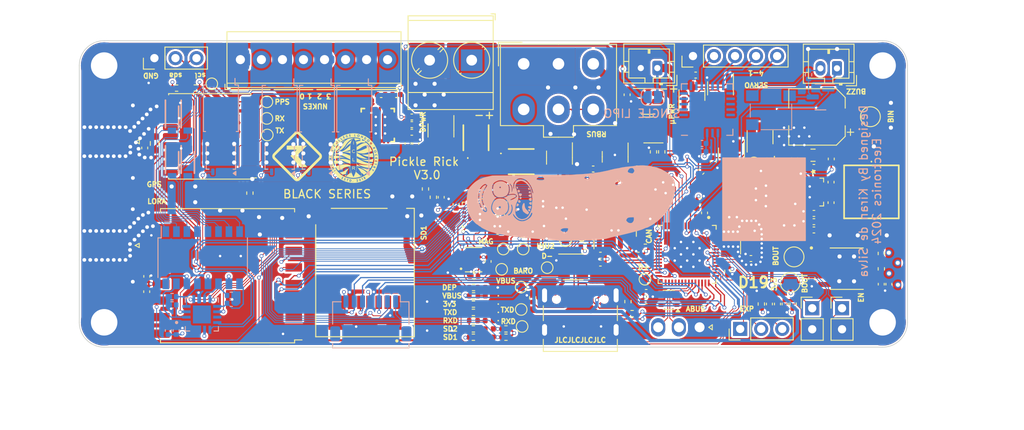
<source format=kicad_pcb>
(kicad_pcb (version 20240108) (generator "pcbnew") (generator_version "8.0")
  (layers (0 "F.Cu" signal) (1 "In1.Cu" power) (2 "In2.Cu" power) (31 "B.Cu" signal) (34 "B.Paste" user) (35 "F.Paste" user) (36 "B.SilkS" user "B.Silkscreen") (37 "F.SilkS" user "F.Silkscreen") (38 "B.Mask" user) (39 "F.Mask" user) (44 "Edge.Cuts" user))
  (net 0 "")
  (net 1 "+3V3")
  (net 2 "GND")
  (net 3 "+24V")
  (net 4 "Net-(12VLED1-A)")
  (net 5 "VBUS")
  (net 6 "/LogicVolt")
  (net 7 "/CHIP_PU")
  (net 8 "Net-(C8-Pad1)")
  (net 9 "/DepVolt")
  (net 10 "Net-(U1-XTAL_N)")
  (net 11 "/HSPI_MOSI")
  (net 12 "/HSPI_SCLK")
  (net 13 "/HSPI_MISO")
  (net 14 "Net-(U7-REGOUT)")
  (net 15 "/SD1_DET")
  (net 16 "Net-(U8-CAP)")
  (net 17 "Net-(C14-Pad1)")
  (net 18 "Net-(U11-EN)")
  (net 19 "/power/BB_VCC")
  (net 20 "/power/RBUS_3.3V_IN")
  (net 21 "/BOOT")
  (net 22 "Net-(U11-OC)")
  (net 23 "/Buzzer")
  (net 24 "/nukes/Nuke1")
  (net 25 "/nukes/Nuke3")
  (net 26 "/nukes/Nuke2")
  (net 27 "/power/BB_IN")
  (net 28 "Net-(U11-SW1)")
  (net 29 "Net-(U11-SW2)")
  (net 30 "/SDA")
  (net 31 "/SCL")
  (net 32 "/BARO_CS")
  (net 33 "/SD1_CS")
  (net 34 "/SD2_CS")
  (net 35 "/LORA_CS")
  (net 36 "/MAG_CS")
  (net 37 "/IMU1_CS")
  (net 38 "/IMU2_CS")
  (net 39 "/nukes/Cont1")
  (net 40 "/nukes/Cont3")
  (net 41 "/power/BB_OUT")
  (net 42 "/nukes/Cont2")
  (net 43 "/nukes/Nuke0-")
  (net 44 "Net-(C49-Pad1)")
  (net 45 "/CAN+")
  (net 46 "/CAN-")
  (net 47 "/Data-")
  (net 48 "/GPS/RXD")
  (net 49 "/GPS/TXD")
  (net 50 "/CAN_TX")
  (net 51 "/CAN_RX")
  (net 52 "/Data+")
  (net 53 "/LORA_INT")
  (net 54 "/SD2_DET")
  (net 55 "Net-(JP3-B)")
  (net 56 "Net-(D1-A)")
  (net 57 "Net-(D2-A)")
  (net 58 "/LORA_RESET")
  (net 59 "/VSPI_SCLK")
  (net 60 "/VSPI_MISO")
  (net 61 "Net-(D3-A)")
  (net 62 "/TXD")
  (net 63 "/RXD")
  (net 64 "/VSPI_MOSI")
  (net 65 "Net-(D4-A)")
  (net 66 "Net-(D5-A)")
  (net 67 "/nukes/SERVO1")
  (net 68 "/nukes/SERVO2")
  (net 69 "/nukes/SERVO3")
  (net 70 "Net-(D12-A)")
  (net 71 "Net-(D7-K)")
  (net 72 "Net-(D8-K)")
  (net 73 "Net-(D9-K)")
  (net 74 "Net-(D10-K)")
  (net 75 "/CAN-BUS/Vref")
  (net 76 "Net-(J2-Pin_1)")
  (net 77 "Net-(J5-CC1)")
  (net 79 "Net-(J5-CC2)")
  (net 81 "Net-(J10-In)")
  (net 82 "Net-(J11-In)")
  (net 83 "/power/FBIn")
  (net 84 "Net-(U1-XTAL_P)")
  (net 85 "/JTAG_MTDO")
  (net 86 "/JTAG_MTDI")
  (net 87 "/JTAG_MTMS")
  (net 88 "Net-(Q8-G)")
  (net 89 "Net-(Q9-G)")
  (net 90 "/power/RBUS_24V_IN")
  (net 91 "Net-(Q10-G)")
  (net 92 "Net-(U1-U0TXD{slash}PROG{slash}GPIO43)")
  (net 93 "Net-(USBLED1-A)")
  (net 94 "Net-(U19-VCC_RF)")
  (net 95 "Net-(U20-Rs)")
  (net 96 "/power/BB_ALT")
  (net 97 "Net-(U11-BST1)")
  (net 98 "Net-(U11-BST2)")
  (net 99 "/power/BB_FB")
  (net 100 "Net-(R40-Pad2)")
  (net 101 "/power/BB_SCL")
  (net 102 "/power/BB_SDA")
  (net 103 "Net-(U19-~{RESET})")
  (net 105 "Net-(D13-A)")
  (net 113 "Net-(D14-A)")
  (net 114 "Net-(D15-A)")
  (net 115 "Net-(D16-A)")
  (net 130 "/power/Deploy_Lipo+")
  (net 131 "/power/UC_Lipo+")
  (net 132 "/nukes/Nuke1-")
  (net 133 "/nukes/Nuke3-")
  (net 134 "/nukes/Nuke2-")
  (net 135 "Net-(D17-A)")
  (net 155 "/ABUS_RX")
  (net 166 "/ABUS_TX")
  (net 167 "/nukes/SERVO0")
  (net 169 "/nukes/Nuke0")
  (net 170 "/power/RBUS_24V_GATE")
  (net 171 "/power/Deploy_Lipo_Gate")
  (net 172 "/nukes/Cont0")
  (net 175 "/JTAG_MTCK")
  (net 176 "/PPS")
  (net 177 "Net-(IC1-ITIMER)")
  (net 178 "/power/EFUSE_IN")
  (net 179 "Net-(IC1-EN{slash}UVLO)")
  (net 180 "/power/OVLO")
  (net 181 "Net-(IC1-ILIM)")
  (net 182 "/DepCurrent")
  (footprint "Capacitor_SMD:C_0402_1005Metric" (layer "F.Cu") (at 174.425 64.15)
    (property "Reference" "C35" (hide yes))
    (property "Value" "0.1uF")
  )
  (footprint "Capacitor_SMD:C_0402_1005Metric" (layer "F.Cu") (at 178.3 87.8 -90)
    (property "Reference" "C10" (hide yes))
    (property "Value" "0.1uF")
  )
  (footprint "Capacitor_SMD:C_0402_1005Metric" (layer "F.Cu") (at 140.62 72.42 -90)
    (property "Reference" "C59" (hide yes))
    (property "Value" "10nF")
  )
  (footprint "Capacitor_SMD:C_0402_1005Metric" (layer "F.Cu") (at 190.775 77.075 -90)
    (property "Reference" "C39" (hide yes))
    (property "Value" "100nF")
  )
  (footprint "Capacitor_SMD:C_0402_1005Metric" (layer "F.Cu") (at 138.3 66.5 180)
    (property "Reference" "R20" (hide yes))
    (property "Value" "732k")
  )
  (footprint "Inductor_SMD:L_0402_1005Metric" (layer "F.Cu") (at 178.6 83.8)
    (property "Reference" "L2" (hide yes))
    (property "Value" "20nH")
  )
  (footprint "Capacitor_SMD:C_0402_1005Metric" (layer "F.Cu") (at 162.05 75.49 180)
    (property "Reference" "C53" (hide yes))
    (property "Value" "DNP")
  )
  (footprint "Resistor_SMD:R_0402_1005Metric" (layer "F.Cu") (at 141.8 77.9 -90)
    (property "Reference" "R45" (hide yes))
    (property "Value" "80k")
  )
  (footprint "Crystal:Crystal_SMD_2016-4Pin_2.0x1.6mm" (layer "F.Cu") (at 181 84.4 -90)
    (property "Reference" "Y1" (hide yes))
    (property "Value" "R940000171")
  )
  (footprint "LED_SMD:LED_0402_1005Metric" (layer "F.Cu") (at 149.495 94.8 180)
    (property "Reference" "D4" (hide yes))
    (property "Value" "GREEN_LED")
  )
  (footprint "Capacitor_SMD:C_0402_1005Metric" (layer "F.Cu") (at 185.25 80.9 -90)
    (property "Reference" "R40" (hide yes))
    (property "Value" "806k")
  )
  (footprint "TestPoint:TestPoint_Pad_D1.0mm" (layer "F.Cu") (at 116 65.2)
    (property "Reference" "TP15" (hide yes))
    (property "Value" "GPS_RESET")
  )
  (footprint "TestPoint:TestPoint_Pad_D1.0mm" (layer "F.Cu") (at 153.6 85.15)
    (property "Reference" "TP26" (hide yes))
    (property "Value" "TestPoint")
  )
  (footprint "Resistor_SMD:R_0402_1005Metric" (layer "F.Cu") (at 151.52 94.8 180)
    (property "Reference" "R13" (hide yes))
    (property "Value" "10k")
  )
  (footprint "Resistor_SMD:R_0402_1005Metric" (layer "F.Cu") (at 166.75 92.95)
    (property "Reference" "R9" (hide yes))
    (property "Value" "499")
  )
  (footprint "iclr:MPLAL60504R7" (layer "F.Cu") (at 195.65 78.25 -90)
    (property "Reference" "L3" (hide yes))
    (property "Value" "MPL-AL6050-4R7" (hide yes))
  )
  (footprint "Capacitor_SMD:C_0805_2012Metric" (layer "F.Cu") (at 188.6 73.825 180)
    (property "Reference" "C36" (hide yes))
    (property "Value" "22uF")
  )
  (footprint "Capacitor_SMD:C_0402_1005Metric" (layer "F.Cu") (at 162.925 85.9 180)
    (property "Reference" "C51" (hide yes))
    (property "Value" "10uF")
  )
  (footprint "Capacitor_SMD:C_0402_1005Metric" (layer "F.Cu") (at 175.1 75.8 -135)
    (property "Reference" "C37" (hide yes))
    (property "Value" "0.1uF")
  )
  (footprint "Package_TO_SOT_SMD:SOT-143" (layer "F.Cu") (at 159.63 87.31)
    (property "Reference" "D6" (hide yes))
    (property "Value" "SP0503BAHT")
  )
  (footprint "RF_GPS:ublox_MAX" (layer "F.Cu") (at 115.75 71.55 180)
    (property "Reference" "U19" (hide yes))
    (property "Value" "MAX-M10S")
  )
  (footprint "Capacitor_SMD:C_0402_1005Metric" (layer "F.Cu") (at 162.925 86.85 180)
    (property "Reference" "C50" (hide yes))
    (property "Value" "100nF")
  )
  (footprint "Capacitor_SMD:C_0402_1005Metric" (layer "F.Cu") (at 148.59 78.73)
    (property "Reference" "C27" (hide yes))
    (property "Value" "10uF")
  )
  (footprint "iclr-hw:SQS850ENT1_GE3" (layer "F.Cu") (at 147.9 71.715 90)
    (property "Reference" "Q12" (hide yes))
    (property "Value" "SQS141ELNW-T1_GE3" (hide yes))
  )
  (footprint "TestPoint:TestPoint_Pad_D1.0mm" (layer "F.Cu") (at 122.65 69.38)
    (property "Reference" "TP5" (hide yes))
    (property "Value" "TestPoint")
  )
  (footprint "Capacitor_SMD:C_0402_1005Metric" (layer "F.Cu") (at 167.37 75.48)
    (property "Reference" "C54" (hide yes))
    (property "Value" "DNP")
  )
  (footprint "LED_SMD:LED_0402_1005Metric" (layer "F.Cu") (at 149.5025 91.8 180)
    (property "Reference" "D5" (hide yes))
    (property "Value" "BLUE_LED")
  )
  (footprint "Resistor_SMD:R_0402_1005Metric" (layer "F.Cu") (at 147.603 89.8)
    (property "Reference" "R10" (hide yes))
    (property "Value" "470")
  )
  (footprint "TestPoint:TestPoint_Pad_D1.0mm" (layer "F.Cu") (at 151.2 85.15)
    (property "Reference" "TP27" (hide yes))
    (property "Value" "TestPoint")
  )
  (footprint "Capacitor_SMD:C_0402_1005Metric" (layer "F.Cu") (at 188.7 75.3 180)
    (property "Reference" "C34" (hide yes))
    (property "Value" "0.1uF")
  )
  (footprint "TestPoint:TestPoint_Pad_D1.0mm" (layer "F.Cu") (at 181.41 76.825)
    (property "Reference" "TP17" (hide yes))
    (property "Value" "TestPoint")
  )
  (footprint "Capacitor_SMD:C_0402_1005Metric" (layer "F.Cu") (at 190.8 74.275 -90)
    (property "Reference" "R27" (hide yes))
    (property "Value" "499k")
  )
  (footprint "TestPoint:TestPoint_Pad_D1.0mm" (layer "F.Cu") (at 122.7 71.38)
    (property "Reference" "TP6" (hide yes))
    (property "Value" "TestPoint")
  )
  (footprint "Capacitor_SMD:C_0402_1005Metric" (layer "F.Cu") (at 184.15 77.6 180)
    (property "Reference" "R37" (hide yes))
    (property "Value" "37.4k")
  )
  (footprint "Resistor_SMD:R_0402_1005Metric" (layer "F.Cu") (at 151.52 95.8 180)
    (property "Reference" "R48" (hide yes))
    (property "Value" "10k")
  )
  (footprint "Capacitor_SMD:CP_Elec_6.3x9.9" (layer "F.Cu") (at 189.075 69.2 180)
    (property "Reference" "C38" (hide yes))
    (property "Value" "100uF")
  )
  (footprint "Connector_PinHeader_2.54mm:PinHeader_1x02_P2.54mm_Vertical" (layer "F.Cu") (at 188.5 92.3)
    (property "Reference" "BOOTJUMPER1" (hide yes))
    (property "Value" "Conn_01x02_Male")
  )
  (footprint "Resistor_SMD:R_0402_1005Metric" (layer "F.Cu") (at 147.585 92.8)
    (property "Reference" "R3" (hide yes))
    (property "Value" "470")
  )
  (footprint "Jumper:SolderJumper-2_P1.3mm_Open_RoundedPad1.0x1.5mm" (layer "F.Cu") (at 168.67 79.62048 -90)
    (property "Reference" "JP3" (hide yes))
    (property "Value" "TermJP")
  )
  (footprint "Capacitor_SMD:C_0402_1005Metric" (layer "F.Cu") (at 183.385 75.275)
    (property "Reference" "R43" (hide yes))
    (property "Value" "10k")
  )
  (footprint "Capacitor_SMD:C_0402_1005Metric" (layer "F.Cu") (at 188.705 80.85 180)
    (property "Reference" "C41" (hide yes))
    (property "Value" "0.1uF")
  )
  (footprint "Capacitor_SMD:C_0402_1005Metric" (layer "F.Cu") (at 147.662749 88.437749 180)
    (property "Reference" "C15" (hide yes))
    (property "Value" "100nF")
  )
  (footprint "Capacitor_SMD:C_0402_1005Metric" (layer "F.Cu") (at 184.15 78.55 180)
    (property "Reference" "C33" (hide yes))
    (property "Value" "22nF")
  )
  (footprint "Capacitor_SMD:C_0402_1005Metric" (layer "F.Cu") (at 140.149826 71.05 180)
    (property "Reference" "C12" (hide yes))
    (property "Value" "4.7nF")
  )
  (footprint "Capacitor_SMD:C_0402_1005Metric" (layer "F.Cu") (at 186.375 74.25 90)
    (property "Reference" "C30" (hide yes))
    (property "Value" "22nF")
  )
  (footprint "TestPoint:TestPoint_Pad_D2.0mm" (layer "F.Cu") (at 195.525 69.175 -90)
    (property "Reference" "TP10" (hide yes))
    (property "Value" "TestPoint")
  )
  (footprint "TestPoint:TestPoint_Pad_D1.0mm" (layer "F.Cu") (at 168.3 88.8 -90)
    (property "Reference" "TP8" (hide yes))
    (property "Value" "TestPoint")
  )
  (footprint "Capacitor_SMD:C_0402_1005Metric" (layer "F.Cu") (at 150.5 79.65 180)
    (property "Reference" "C23" (hide yes))
    (property "Value" "0.47uF")
  )
  (footprint "Resistor_SMD:R_0603_1608Metric" (layer "F.Cu") (at 162.72 76.73)
    (property "Reference" "R32" (hide yes))
    (property "Value" "60")
  )
  (footprint "Connector_Coaxial:SMA_Molex_73251-1153_EdgeMount_Horizontal" (layer "F.Cu") (at 104.74 84.72)
    (property "Reference" "J11" (hide yes))
    (property "Value" "Conn_Coaxial")
  )
  (footprint "Package_TO_SOT_SMD:SOT-23" (layer "F.Cu") (at 168.8125 70.775 180)
    (property "Reference" "Q9" (hide yes))
    (property "Value" "DMP3099L")
  )
  (footprint "Resistor_SMD:R_0402_1005Metric" (layer "F.Cu") (at 154.75 91.05 90)
    (property "Reference" "R14" (hide yes))
    (property "Value" "5.1k")
  )
  (footprint "Resistor_SMD:R_0603_1608Metric" (layer "F.Cu") (at 109.1 72.4 -90)
    (property "Reference" "R30" (hide yes))
    (property "Value" "10")
  )
  (footprint "Resistor_SMD:R_0402_1005Metric" (layer "F.Cu") (at 161.07 84.85)
    (property "Reference" "R38" (hide yes))
    (property "Value" "470")
  )
  (footprint "Capacitor_SMD:C_0402_1005Metric" (layer "F.Cu") (at 185.23 91.79 -90)
    (property "Reference" "C9" (hide yes))
    (property "Value" "0.1uF")
  )
  (footprint "Resistor_SMD:R_0402_1005Metric" (layer "F.Cu") (at 142.75 78.9 -90)
    (property "Reference" "R46" (hide yes))
    (property "Value" "10k")
  )
  (footprint "Capacitor_SMD:C_0402_1005Metric" (layer "F.Cu") (at 168.45 91.4)
    (property "Reference" "C3" (hide yes))
    (property "Value" "10uF")
  )
  (footprint "Resistor_SMD:R_0402_1005Metric" (layer "F.Cu") (at 114.01 65.71)
    (property "Reference" "R35" (hide yes))
    (property "Value" "4.7k")
  )
  (footprint "Capacitor_SMD:C_0402_1005Metric" (layer "F.Cu") (at 166.15 66.525 -90)
    (property "Reference" "C29" (hide yes))
    (property "Value" "0.1uF")
  )
  (footprint "TestPoint:TestPoint_Pad_D1.0mm" (layer "F.Cu") (at 158.7 84.15)
    (property "Reference" "TP25" (hide yes))
    (property "Value" "TestPoint")
  )
  (footprint "TerminalBlock_TE-Connectivity:TerminalBlock_TE_282834-8_1x08_P2.54mm_Horizontal" (layer "F.Cu") (at 119.45 62.28)
    (property "Reference" "J6" (hide yes))
    (property "Value" "Screw_Terminal_01x08")
  )
  (footprint "Capacitor_SMD:C_0402_1005Metric" (layer "F.Cu") (at 184.15 79.525 180)
    (property "Reference" "R42" (hide yes))
    (property "Value" "143k")
  )
  (footprint "Capacitor_SMD:C_0402_1005Metric" (layer "F.Cu") (at 168.45 90.4)
    (property "Reference" "C6" (hide yes))
    (property "Value" "1uF")
  )
  (footprint "Package_TO_SOT_SMD:SOT-23" (layer "F.Cu") (at 178.75 73.6 -90)
    (property "Reference" "Q10" (hide yes))
    (property "Value" "DMP3099L")
  )
  (footprint "Connector_PinHeader_2.54mm:PinHeader_1x03_P2.54mm_Vertical" (layer "F.Cu") (at 109.07 62.1 90)
    (property "Reference" "J12" (hide yes))
    (property "Value" "Conn_01x03_Male")
  )
  (footprint "Capacitor_SMD:C_0402_1005Metric" (layer "F.Cu") (at 197.756186 89.394508 90)
    (property "Reference" "C46" (hide yes))
    (property "Value" "0.1uF")
  )
  (footprint "Capacitor_SMD:C_0402_1005Metric" (layer "F.Cu") (at 143.7 78.9 90)
    (property "Reference" "C58" (hide yes))
    (property "Value" "0.1uF")
  )
  (footprint "Resistor_SMD:R_0402_1005Metric" (layer "F.Cu") (at 147.5925 91.8 180)
    (property "Reference" "R7" (hide yes))
    (property "Value" "470")
  )
  (footprint "LED_SMD:LED_0402_1005Metric" (layer "F.Cu") (at 167.89 83.52 -90)
    (property "Reference" "D13" (hide yes))
    (property "Value" "ORANGE_LED")
  )
  (footprint "Resistor_SMD:R_0603_1608Metric" (layer "F.Cu") (at 166.7 76.72)
    (property "Reference" "R33" (hide yes))
    (property "Value" "60")
  )
  (footprint "Capacitor_SMD:C_0402_1005Metric" (layer "F.Cu") (at 183.385 76.25)
    (property "Reference" "R44" (hide yes))
    (property "Value" "10k")
  )
  (footprint "TestPoint:TestPoint_Pad_D1.0mm" (layer "F.Cu") (at 156.5 87.4 -90)
    (property "Reference" "TP7" (hide yes))
    (property "Value" "TestPoint")
  )
  (footprint "Resistor_SMD:R_0402_1005Metric" (layer "F.Cu") (at 147.585 93.8)
    (property "Reference" "R2" (hide yes))
    (property "Value" "470")
  )
  (footprint "iclr-hw:iclr_logo_estd2018_6mm" (layer "F.Cu") (at 133.12 74.17)
    (property "Reference" "G***" (hide yes))
    (property "Value" "LOGO" (hide yes))
  )
  (footprint "iclr:SOIC127P599X175-9N" (layer "F.Cu") (at 192.665 87.525)
    (property "Reference" "U16" (hide yes))
    (property "Value" "SC4215")
  )
  (footprint "Resistor_SMD:R_0402_1005Metric" (layer "F.Cu") (at 182.355 91.79 90)
    (property "Reference" "R1" (hide yes))
    (property "Value" "10K")
  )
  (footprint "Capacitor_SMD:C_0402_1005Metric" (layer "F.Cu") (at 155.47 79.76 90)
    (property "Reference" "C21" (hide yes))
    (property "Value" "10uF")
  )
  (footprint "LED_SMD:LED_0402_1005Metric" (layer "F.Cu") (at 149.495 93.8 180)
    (property "Reference" "D1" (hide yes))
    (property "Value" "ORANGE_LED")
  )
  (footprint "MountingHole:MountingHole_3.2mm_M3_DIN965_Pad" (layer "F.Cu") (at 197 94)
    (property "Reference" "H3" (hide yes))
    (property "Value" "MountingHole_Pad")
  )
  (footprint "Capacitor_SMD:C_0402_1005Metric" (layer "F.Cu") (at 188.45 88.7 -90)
    (property "Reference" "C44" (hide yes))
    (property "Value" "4.7uF")
  )
  (footprint "TestPoint:TestPoint_Pad_D1.0mm" (layer "F.Cu") (at 153.47 94.5)
    (property "Reference" "TP22" (hide yes))
    (property "Value" "TestPoint")
  )
  (footprint "Connector_Molex:Molex_Mini-Fit_Jr_5566-06A_2x03_P4.20mm_Vertical" (layer "F.Cu") (at 153.66 62.79)
    (property "Reference" "J1" (hide yes))
    (property "Value" "RBUS")
  )
  (footprint "Connector_JST:JST_PH_B2B-PH-K_1x02_P2.00mm_Vertical" (layer "F.Cu") (at 191.49 63.33 180)
    (property "Reference" "J2" (hide yes))
    (property "Value" "Conn_01x02_Male")
  )
  (footprint "Connector_USB:USB_C_Receptacle_Palconn_UTC16-G" (layer "F.Cu") (at 160.5 92.675)
    (property "Reference" "J5" (hide yes))
    (property "Value" "USB_C_Receptacle_USB2.0")
  )
  (footprint "Capacitor_SMD:C_0402_1005Metric" (layer "F.Cu") (at 181.1 86.3 180)
    (property "Reference" "C13" (hide yes))
    (property "Value" "11pF")
  )
  (footprint "LED_SMD:LED_0402_1005Metric" (layer "F.Cu") (at 149.51 89.8 180)
    (property "Reference" "12VLED1" (hide yes))
    (property "Value" "RED_LED")
  )
  (footprint "Resistor_SMD:R_0402_1005Metric" (layer "F.Cu") (at 196.846186 85.687223 90)
    (property "Reference" "R29" (hide yes))
    (property "Value" "10k")
  )
  (footprint "Capacitor_SMD:C_0402_1005Metric" (layer "F.Cu") (at 187.275 83.68 90)
    (property "Reference" "C47" (hide yes))
    (property "Value" "22uF")
  )
  (footprint "Connector_PinHeader_2.54mm:PinHeader_1x05_P2.54mm_Vertical" (layer "F.Cu") (at 174.1 61.85 90)
    (property "Reference" "J7" (hide yes))
    (property "Value" "Conn_01x05_Male")
  )
  (footprint "Capacitor_SMD:C_0402_1005Metric" (layer "F.Cu") (at 157.87 78.3 180)
    (property "Reference" "C22" (hide yes))
    (property "Value" "100nF")
  )
  (footprint "Capacitor_SMD:C_0402_1005Metric" (layer "F.Cu") (at 150.5 83 180)
    (property "Reference" "C24" (hide yes))
    (property "Value" "10nF")
  )
  (footprint "Resistor_SMD:R_0402_1005Metric" (layer "F.Cu") (at 169.33 73.42 90)
    (property "Reference" "R26" (hide yes))
    (property "Value" "10k")
  )
  (footprint "iclr-hw:TPS259830ONRGER" (layer "F.Cu") (at 136.04 70.19 90)
    (property "Reference" "IC1" (hide yes))
    (property "Value" "TPS259830ONRGER" (hide yes))
  )
  (footprint "iclr-hw:SQS850ENT1_GE3" (layer "F.Cu") (at 153.36 74.6)
    (property "Reference" "Q11" (hide yes))
    (property "Value" "SQS141ELNW-T1_GE3" (hide yes))
  )
  (footprint "Capacitor_SMD:C_0402_1005Metric" (layer "F.Cu") (at 107.9 72.95 -90)
    (property "Reference" "C49" (hide yes))
    (property "Value" "10nF")
  )
  (footprint "TestPoint:TestPoint_Pad_D2.0mm" (layer "F.Cu") (at 186.3 86.1)
    (property "Reference" "TP13" (hide yes))
    (property "Value" "TestPoint")
  )
  (footprint "Package_SO:SOIC-8_3.9x4.9mm_P1.27mm" (layer "F.Cu") (at 164.701197 81.67548 90)
    (property "Reference" "U20" (hide yes))
    (property "Value" "SN65HVD230")
  )
  (footprint "iclr:QFN300X300X100-16N" (layer "F.Cu") (at 158.1 81)
    (property "Reference" "U6" (hide yes))
    (property "Value" "H3LIS331DLTR")
  )
  (footprint "iclr:MP28167GQ-A-Z" (layer "F.Cu") (at 188.2 78.275 -90)
    (property "Reference" "U11" (hide yes))
    (property "Value" "MP28167GQ-A-Z" (hide yes))
  )
  (footprint "Capacitor_SMD:C_0402_1005Metric" (layer "F.Cu") (at 185.325 83.68 90)
    (property "Reference" "C57" (hide yes))
    (property "Value" "22uF")
  )
  (footprint "Resistor_SMD:R_0402_1005Metric" (layer "F.Cu") (at 147.61 90.8)
    (property "Reference" "R16" (hide yes))
    (property "Value" "5k")
  )
  (footprint "Capacitor_SMD:C_0402_1005Metric" (layer "F.Cu") (at 186.6 81 -90)
    (property "Reference" "C32" (hide yes))
    (property "Value" "1uF")
  )
  (footprint "Package_TO_SOT_SMD:TSOT-23-6" (layer "F.Cu") (at 177.425 65.75 -90)
    (property "Reference" "U9" (hide yes))
    (property "Value" "LTC4412xS6")
  )
  (footprint "RF_Module:HOPERF_RFM9XW_SMD" (layer "F.Cu") (at 117.9 88.375 180)
    (property "Reference" "U21" (hide yes))
    (property "Value" "RFM95W-868S2")
  )
  (footprint "Resistor_SMD:R_0402_1005Metric" (layer "F.Cu") (at 168.35 84.94 180)
    (property "Reference" "R39" (hide yes))
    (property "Value" "470")
  )
  (footprint "Resistor_SMD:R_0402_1005Metric" (layer "F.Cu") (at 170.33 73.42 -90)
    (property "Reference" "R25" (hide yes))
    (property "Value" "80k")
  )
  (footprint "Capacitor_SMD:C_0402_1005Metric" (layer "F.Cu") (at 184.3 80.9 -90)
    (property "Reference" "R41" (hide yes))
    (property "Value" "430k")
  )
  (footprint "Capacitor_SMD:C_0402_1005Metric" (layer "F.Cu") (at 149.362749 86.65 -90)
    (property "Reference" "C16" (hide yes))
    (property "Value" "100nF")
  )
  (footprint "Inductor_SMD:L_0402_1005Metric" (layer "F.Cu") (at 174.56 80.76 -90)
    (property "Reference" "L1" (hide yes))
    (property "Value" "2.0nH")
  )
  (footprint "Capacitor_SMD:C_0402_1005Metric" (layer "F.Cu") (at 188.705 81.85 180)
    (property "Reference" "C42" (hide yes))
    (property "Value" "22uF")
  )
  (footprint "LED_SMD:LED_0402_1005Metric" (layer "F.Cu") (at 149.51 90.8 180)
    (property "Reference" "USBLED1" (hide yes))
    (property "Value" "WHITE_LED")
  )
  (footprint "Resistor_SMD:R_0402_1005Metric" (layer "F.Cu") (at 147.585 95.8)
    (property "Reference" "R4" (hide yes))
    (property "Value" "470")
  )
  (footprint "Resistor_SMD:R_0402_1005Metric" (layer "F.Cu") (at 196.846186 87.547223 90)
    (property "Reference" "R28" (hide yes))
    (property "Value" "56k")
  )
  (footprint "MountingHole:MountingHole_3.2mm_M3_DIN965_Pad" (layer "F.Cu") (at 103 63)
    (property "Reference" "H4" (hide yes))
    (property "Value" "MountingHole_Pad")
  )
  (footprint "Connector_PinHeader_2.54mm:PinHeader_1x02_P2.54mm_Vertical" (layer "F.Cu") (at 192.1 92.3)
    (property "Reference" "ENJUMPER1" (hide yes))
    (property "Value" "Conn_01x02_Male")
  )
  (footprint "iclr:QFN40P700X700X90-57N" (layer "F.Cu") (at 173.4 85.8 -90)
    (property "Reference" "U1" (hide yes))
    (property "Value" "ESP32-S3")
  )
  (footprint "Resistor_SMD:R_0402_1005Metric" (layer "F.Cu") (at 120.6 78.4 -90)
    (property "Reference" "R8" (hide yes))
    (property "Value" "0")
  )
  (footprint "Capacitor_SMD:C_0402_1005Metric" (layer "F.Cu") (at 178.6 80.8)
    (property "Reference" "C5" (hide yes))
    (property "Value" "10nF")
  )
  (footprint "MountingHole:MountingHole_3.2mm_M3_DIN965_Pad" (layer "F.Cu") (at 197 63)
    (property "Reference" "H1" (hide yes))
    (property "Value" "MountingHole_Pad")
  )
  (footprint "Capacitor_SMD:C_0402_1005Metric" (layer "F.Cu") (at 175 79.37)
    (property "Reference" "C7" (hide yes))
    (property "Value" "0.1uF")
  )
  (footprint "LED_SMD:LED_0402_1005Metric" (layer "F.Cu") (at 149.495 95.8 180)
    (property "Reference" "D3" (hide yes))
    (property "Value" "EMERALD_LED")
  )
  (footprint "Capacitor_SMD:C_0402_1005Metric" (layer "F.Cu") (at 178.6 81.8)
    (property "Reference" "C1" (hide yes))
    (property "Value" "1uF")
  )
  (footprint "Capacitor_SMD:C_0402_1005Metric" (layer "F.Cu") (at 196.836186 89.394508 90)
    (property "Reference" "C45" (hide yes))
    (property "Value" "10uF")
  )
  (footprint "Capacitor_SMD:C_0402_1005Metric" (layer "F.Cu") (at 185.125 74.65 -90)
    (property "Reference" "R36" (hide yes))
    (property "Value" "10k")
  )
  (footprint "Capacitor_SMD:C_0402_1005Metric" (layer "F.Cu") (at 183.33 91.79 -90)
    (property "Reference" "C4" (hide yes))
    (property "Value" "0.1uF")
  )
  (footprint "Capacitor_SMD:C_0402_1005Metric" (layer "F.Cu") (at 188.705 82.85 180)
    (property "Reference" "C43" (hide yes))
    (property "Value" "22uF")
  )
  (footprint "iclr-hw:RCLAMP3346PQTNT" (layer "F.Cu") (at 181.4 89.2 180)
    (property "Reference" "D19")
    (property "Value" "RCLAMP3346PQTNT" (hide yes))
  )
  (footprint "TestPoint:TestPoint_Pad_D2.0mm" (layer "F.Cu") (at 185.85 89.2)
    (property "Reference" "TP11" (hide yes))
    (property "Value" "TestPoint")
  )
  (footprint "Package_TO_SOT_SMD:TSOT-23-6" (layer "F.Cu") (at 143.67 70.83 -90)
    (property "Reference" "U14" (hide yes))
    (property "Value" "LTC4412xS6")
  )
  (footprint "Connector_PinHeader_2.54mm:PinHeader_1x03_P2.54mm_Vertical" (layer "F.Cu") (at 179.8 94.8 90)
    (property "Reference" "J4" (hide yes))
    (property "Value" "Conn_01x03_Pin")
  )
  (footprint "TestPoint:TestPoint_Pad_D1.0mm" (layer "F.Cu") (at 122.65 67.38)
    (property "Reference" "TP24" (hide yes))
    (property "Value" "TestPoint")
  )
  (footprint "iclr:PQFN50P300X300X80-16N" (layer "F.Cu") (at 153.2 81 90)
    (property "Reference" "U7" (hide yes))
    (property "Value" "ICM-20608-G")
  )
  (footprint "Capacitor_SMD:C_0402_1005Metric" (layer "F.Cu") (at 164.706197 76.92548 90)
    (property "Reference" "C52" (hide yes))
    (property "Value" "47nF")
  )
  (footprint "LED_SMD:LED_0402_1005Metric" (layer "F.Cu") (at 149.51 92.8 180)
    (property "Reference" "D2" (hide yes))
    (property "Value" "GREEN_LED")
  )
  (footprint "Connector_JST:JST_PH_B2B-PH-K_1x02_P2.00mm_Vertical" (layer "F.Cu") (at 169.8 63.3 180)
    (property "Reference" "J9" (hide yes))
    (property "Value" "UCLipo")
  )
  (footprint "Connector_Coaxial:SMA_Molex_73251-1153_EdgeMount_Horizontal" (layer "F.Cu") (at 104.75 72.19)
    (property "Reference" "J10" (hide yes))
    (property "Value" "Conn_Coaxial")
  )
  (footprint "Package_TO_SOT_SMD:SOT-23" (layer "F.Cu") (at 164.706197 74.02048 -90)
    (property "Reference" "D11" (hide yes))
    (property "Value" "SM712_SOT23")
  )
  (footprint "Package_TO_SOT_SMD:TSOT-23-6" (layer "F.Cu") (at 168.6875 67.325)
    (property "Reference" "U10" (hide yes))
    (property "Value" "LTC4412xS6")
  )
  (footprint "TestPoint:TestPoint_Pad_D1.0mm" (layer "F.Cu") (at 153.35 89.75)
    (property "Reference" "TP9" (hide yes))
    (property "Value" "TestPoint")
  )
  (footprint "Capacitor_SMD:C_0402_1005Metric" (layer "F.Cu") (at 150.05 81.1 90)
    (property "Reference" "C25" (hide yes))
    (property "Value" "0.1uF")
  )
  (footprint "Package_TO_SOT_SMD:SOT-353_SC-70-5" (layer "F.Cu") (at 171.2 91.3 180)
    (property "Reference" "D18" (hide yes))
    (property "Value" "~")
  )
  (footprint "Capacitor_SMD:C_0402_1005Metric" (layer "F.Cu") (at 140.15 70.13)
    (property "Reference" "R24" (hide yes))
    (property "Value" "82")
  )
  (footprint "Capacitor_SMD:C_0402_1005Metric" (layer "F.Cu") (at 180.9 82.5)
    (property "Reference" "C14" (hide yes))
    (property "Value" "11pF")
  )
  (footprint "Capacitor_SMD:C_0402_1005Metric" (layer "F.Cu") (at 140.15 69.21)
    (property "Reference" "R47" (hide yes))
    (property "Value" "680")
  )
  (footprint "LED_SMD:LED_0402_1005Metric" (layer "F.Cu") (at 161.53 83.44 -90)
    (property "Reference" "D12" (hide yes))
    (property "Value" "EMERALD_LED")
  )
  (footprint "Capacitor_SMD:C_0402_1005Metric" (layer "F.Cu") (at 186.3 83.68 90)
    (property "Reference" "C48" (hide yes))
    (property "Value" "22uF")
  )
  (footprint "Capacitor_SMD:C_0402_1005Metric" (layer "F.Cu") (at 175.5 80.79 90)
    (property "Reference" "C8" (hide yes))
    (property "Value" "0.1uF")
  )
  (footprint "iclr:Write_Pad" (layer "F.Cu") (at 182.68 79.14)
    (property "Reference" "REF**" (hide yes))
    (property "Value" "Write_Pad" (hide yes))
  )
  (footprint "iclr:PQFN50P300X300X100-16N" (layer "F.Cu") (at 147.75 81 90)
    (property "Reference" "U8" (hide yes))
    (property "Value" "MMC5983MA")
  )
  (footprint "iclr-hw:JAE_ST1W008S4TR2000" (layer "F.Cu") (at 134.5 87.8425 90)
    (property "Reference" "J3" (hide yes))
    (property "Value" "ST1W008S4TR2000")
  )
  (footprint "MountingHole:MountingHole_3.2mm_M3_DIN965_Pad" (layer "F.Cu") (at 103 94)
    (property "Reference" "H2" (hide yes))
    (property "Value" "MountingHole_Pad")
  )
  (footprint "TerminalBlock_Phoenix:TerminalBlock_Phoenix_MKDS-3-2-5.08_1x02_P5.08mm_Horizontal" (layer "F.Cu") (at 147.38 62.35 180)
    (property "Reference" "J8" (hide yes))
    (property "Value" "DeployLipo")
  )
  (footprint "Capacitor_SMD:C_0402_1005Metric" (layer "F.Cu") (at 136.45 66.5 180)
    (property "Reference" "R23" (hide yes))
    (property "Value" "73.2k")
  )
  (footprint "TestPoint:TestPoint_Pad_D1.0mm" (layer "F.Cu") (at 153.36 92.45)
    (property "Reference" "TP23" (hide yes))
    (property "Value" "TestPoint")
  )
  (footprint "Package_TO_SOT_SMD:TSOT-23-6" (layer "F.Cu") (at 157.98 74.116437 -90)
    (property "Reference" "U17" (hide yes))
    (property "Value" "LTC4412xS6")
  )
  (footprint "iclr:XDCR_DPS310" (layer "F.Cu") (at 147.612749 86.437749 180)
    (property "Reference" "U2" (hide yes))
    (property "Value" "DPS368")
  )
  (footprint "Resistor_SMD:R_0402_1005Metric" (layer "F.Cu") (at 111.75 65.72 180)
    (property "Reference" "R34" (hide yes))
    (property "Value" "4.7k")
  )
  (footprint "Capacitor_SMD:C_0402_1005Metric" (layer "F.Cu") (at 139.7 72.41 90)
    (property "Reference" "R19" (hide yes))
    (property "Value" "1M")
  )
  (footprint "iclr-hw:rae_logo_6mm" (layer "F.Cu") (at 126.3 73.96)
    (property "Reference" "G***" (hide yes))
    (property "Value" "LOGO" (hide yes))
  )
  (footprint "Package_TO_SOT_SMD:SOT-23" (layer "F.Cu") (at 173.975 66.5625 90)
    (property "Reference" "Q8" (hide yes))
    (property "Value" "DMP3099L")
  )
  (footprint "Capacitor_SMD:C_0402_1005Metric" (layer "F.Cu") (at 184.305 91.79 -90)
    (property "Reference" "C2" (hide yes))
    (property "Value" "1uF")
  )
  (footprint "Resistor_SMD:R_0402_1005Metric" (layer "F.Cu") (at 166.25 91.5 -90)
    (property "Reference" "R15" (hide yes))
    (property "Value" "5.1k")
  )
  (footprint "TestPoint:TestPoint_Pad_D1.0mm" (layer "F.Cu") (at 181.46 74.75)
    (property "Reference" "TP16" (hide yes))
    (property "Value" "TestPoint")
  )
  (footprint "Capacitor_SMD:C_0402_1005Metric" (layer "F.Cu") (at 108.14 90.3 -90)
    (property "Reference" "C56" (hide yes))
    (property "Value" "100nF")
  )
  (footprint "Capacitor_SMD:C_0402_1005Metric" (layer "F.Cu") (at 190.775 79.55 90)
    (property "Reference" "C40" (hide yes))
    (property "Value" "100nF")
  )
  (footprint "TestPoint:TestPoint_Pad_D1.0mm" (layer "F.Cu") (at 151 87.6)
    (property "Reference" "TP28" (hide yes))
    (property "Value" "TestPoint")
  )
  (footprint "Capacitor_SMD:C_0402_1005Metric" (layer "F.Cu") (at 176.55 74.6 -90)
    (property "Reference" "C31" (hide yes))
    (property "Value" "0.1uF")
  )
  (footprint "Capacitor_SMD:C_0402_1005Metric" (layer "F.Cu") (at 167.5 85.9 180)
    (property "Reference" "C11" (hide yes))
    (property "Value" "0.1uF")
  )
  (footprint "Capacitor_SMD:C_0402_1005Metric" (layer "F.Cu") (at 150.975 81.1 90)
    (property "Reference" "C26" (hide yes))
    (property "Value" "2.2uF")
  )
  (footprint "Resistor_SMD:R_0402_1005Metric" (layer "F.Cu") (at 147.585 94.8)
    (property "Reference" "R5" (hide yes))
    (property "Value" "470")
  )
  (footprint "Inductor_SMD:L_0402_1005Metric" (layer "F.Cu") (at 109.3 69.4 90)
    (property "Reference" "L4" (hide yes))
    (property "Value" "27nH")
  )
  (footprint "Resistor_SMD:R_0402_1005Metric" (layer "F.Cu") (at 186.19 91.8 90)
    (property "Reference" "R6" (hide yes))
    (property "Value" "10K")
  )
  (footprint "Connector_Molex:Molex_Nano-Fit_105313-xx03_1x03_P2.50mm_Horizontal" (layer "F.Cu") (at 174.9 94.6 -90)
    (property "Reference" "J13" (hide yes))
    (property "Value" "Conn_01x03_Pin")
  )
  (footprint "Resistor_SMD:R_0603_1608Metric" (layer "F.Cu") (at 161.26 78.96 -90)
    (property "Reference" "R31" (hide yes))
    (property "Value" "0")
  )
  (footprint "Capacitor_SMD:C_0402_1005Metric" (layer "F.Cu") (at 108.15 88.45 90)
    (property "Reference" "C55" (hide yes))
    (property "Value" "10uF")
  )
  (footprint "Capacitor_SMD:C_0402_1005Metric" (layer "F.Cu") (at 145.5 79.75 90)
    (property "Reference" "C28" (hide yes))
    (property "Value" "1uF")
  )
  (footprint "Package_TO_SOT_SMD:TSOT-23-6" (layer "F.Cu") (at 182.2 71.65 90)
    (property "Reference" "U22" (hide yes))
    (property "Value" "LTC4412xS6")
  )
  (footprint "iclr:pickle_ric" (layer "B.Cu") (at 159.19 79.85 -90)
    (property "Reference" "G***" (hide yes))
    (property "Value" "LOGO" (hide yes))
  )
  (footprint "iclr-hw:CMT052575SMTTR" (layer "B.Cu") (at 183.52 68.24)
    (property "Reference" "LS1" (hide yes))
    (property "Value" "CMT-0525-75-SMT-TR" (hide yes))
  )
  (footprint "Package_TO_SOT_SMD:LFPAK33" (layer "B.Cu") (at 117.1 74.3 90)
    (property "Reference" "Q3" (hide yes))
    (property "Value" "BUK9M11-40EX")
  )
  (footprint "iclr-hw:SODFL3516X70N" (layer "B.Cu") (at 113.1 74.7 -90)
    (property "Reference" "D15" (hide yes))
    (property "Value" "S-102T" (hide yes))
  )
  (footprint "Package_DFN_QFN:QFN-28-1EP_6x6mm_P0.65mm_EP4.25x4.25mm" (layer "B.Cu") (at 175.81 68.31)
    (property "Reference" "U5" (hide yes))
    (property "Value" "PCA9685BS")
  )
  (footprint "Package_TO_SOT_SMD:SOT-23" (layer "B.Cu") (at 189.5 66.79 180)
    (property "Reference" "Q1" (hide yes))
    (property "Value" "PMV20ENR")
  )
  (footprint "Capacitor_SMD:C_0402_1005Metric" (layer "B.Cu") (at 175.2 72.4 180)
    (property "Reference" "C19" (hide yes))
    (property "Value" "10uF")
  )
  (footprint "Package_TO_SOT_SMD:TO-277B" (layer "B.Cu") (at 133.2 68.2 180)
    (property "Reference" "D10" (hide yes))
    (property "Value" "D_Schottky")
  )
  (footprint "Package_TO_SOT_SMD:TO-277B" (layer "B.Cu") (at 124.2 68.2 180)
    (property "Reference" "D8" (hide yes))
    (property "Value" "D_Schottky")
  )
  (footprint "Resistor_SMD:R_0402_1005Metric" (layer "B.Cu") (at 118.35 90.75)
    (property "Reference" "R21" (hide yes))
    (property "Value" "500")
  )
  (footprint "Resistor_SMD:R_0402_1005Metric" (layer "B.Cu") (at 111.2 90.9 180)
    (property "Reference" "R18" (hide yes))
    (property "Value" "500")
  )
  (footprint "Package_TO_SOT_SMD:LFPAK33" (layer "B.Cu") (at 124.2 74.3 90)
    (property "Reference" "Q2" (hide yes))
    (property "Value" "BUK9M11-40EX")
  )
  (footprint "iclr-hw:SODFL3516X70N" (layer "B.Cu") (at 111.2 74.7 -90)
    (property "Reference" "D16" (hide yes))
    (property "Value" "S-102T" (hide yes))
  )
  (footprint "Resistor_SMD:R_0402_1005Metric" (layer "B.Cu") (at 188.06 64.11 -90)
    (property "Reference" "R11" (hide yes))
    (property "Value" "1k")
  )
  (footprint "Package_SO:SOP-16_4.4x10.4mm_P1.27mm" (layer "B.Cu") (at 114.9 86.2 -90)
    (property "Reference" "U3" (hide yes))
    (property "Value" "LTV-247")
  )
  (footprint "Package_TO_SOT_SMD:TO-277B" (layer "B.Cu") (at 117.1 68.15 180)
    (property "Reference" "D7" (hide yes))
    (property "Value" "D_Schottky")
  )
  (footprint "iclr-hw:SODFL3516X70N" (layer "B.Cu") (at 111.2 69.2 -90)
    (property "Reference" "D17" (hide yes))
    (property "Value" "S-102T" (hide yes))
  )
  (footprint "Resistor_SMD:R_0402_1005Metric" (layer "B.Cu") (at 118.35 91.7)
    (property "Reference" "R22" (hide yes))
    (property "Value" "500")
  )
  (footprint "Package_TO_SOT_SMD:TO-277B" (layer "B.Cu") (at 128.7 68.2 180)
    (property "Reference" "D9" (hide yes))
    (property "Value" "D_Schottky")
  )
  (footprint "Capacitor_SMD:C_0402_1005Metric" (layer "B.Cu") (at 111.7 94.996 90)
    (property "Reference" "C17" (hide yes))
    (property "Value" "10uF")
  )
  (footprint "Resistor_SMD:R_0402_1005Metric" (layer "B.Cu") (at 111.2 91.9 180)
    (property "Reference" "R17" (hide yes))
    (property "Value" "500")
  )
  (footprint "Capacitor_SMD:C_0402_1005Metric" (layer "B.Cu") (at 175.2 73.4 180)
    (property "Reference" "C20" (hide yes))
    (property "Value" "100nF")
  )
  (footprint "Package_TO_SOT_SMD:LFPAK33" (layer "B.Cu") (at 128.7 74.3 90)
    (property "Reference" "Q5" (hide yes))
    (property "Value" "BUK9M11-40EX")
  )
  (footprint "Package_TO_SOT_SMD:LFPAK33" (layer "B.Cu") (at 133.2 74.3 90)
    (property "Reference" "Q4" (hide yes))
    (property "Value" "BUK9M11-40EX")
  )
  (footprint "iclr:QFN65P400X400X100-17N" (layer "B.Cu") (at 114.8 93.05)
    (property "Reference" "U4" (hide yes))
    (property "Value" "PCA9534RGVR")
  )
  (footprint "iclr-hw:SODFL3516X70N" (layer "B.Cu") (at 113.1 69.2 -90)
    (property "Reference" "D14" (hide yes))
    (property "Value" "S-102T" (hide yes))
  )
  (footprint "Capacitor_SMD:C_0402_1005Metric" (layer "B.Cu") (at 110.75 94.996 90)
    (property "Reference" "C18" (hide yes))
    (property "Value" "100nF")
  )
  (footprint "Connector_Molex:Molex_Pico-Clasp_202396-0707_1x07-1MP_P1.00mm_Horizontal" (layer "B.Cu") (at 135.2 93.505 180)
    (property "Reference" "J14" (hide yes))
    (property "Value" "Conn_01x07_Socket")
  )
  (footprint "Jumper:SolderJumper-2_P1.3mm_Open_RoundedPad1.0x1.5mm" (layer "B.Cu") (at 169.25 66.8)
    (property "Reference" "JP2" (hide yes))
    (property "Value" "SolderJumper_2_Open")
  )
  (gr_line (start 123.533333 65.9) (end 128.183333 65.9) (stroke (width 0.15)) (layer "F.SilkS"))
  (gr_line (start 128.691666 65.9) (end 133.341666 65.9) (stroke (width 0.15)) (layer "F.SilkS"))
  (gr_line (start 133.85 65.9) (end 138.5 65.9) (stroke (width 0.15)) (layer "F.SilkS"))
  (gr_line (start 118.375 65.9) (end 123.025 65.9) (stroke (width 0.15)) (layer "F.SilkS"))
  (gr_line (start 103 97) (end 197 97) (stroke (width 0.1)) (layer "Edge.Cuts"))
  (gr_arc (start 200 94) (mid 199.12132 96.12132) (end 197 97) (stroke (width 0.1)) (layer "Edge.Cuts"))
  (gr_arc (start 197 60) (mid 199.12132 60.87868) (end 200 63) (stroke (width 0.1)) (layer "Edge.Cuts"))
  (gr_line (start 197 60) (end 103 60) (stroke (width 0.1)) (layer "Edge.Cuts"))
  (gr_line (start 100 63) (end 100 94) (stroke (width 0.1)) (layer "Edge.Cuts"))
  (gr_arc (start 103 97) (mid 100.87868 96.12132) (end 100 94) (stroke (width 0.1)) (layer "Edge.Cuts"))
  (gr_arc (start 100 63) (mid 100.87868 60.87868) (end 103 60) (stroke (width 0.1)) (layer "Edge.Cuts"))
  (gr_line (start 200 94) (end 200 63) (stroke (width 0.1)) (layer "Edge.Cuts"))
  (gr_text "SINGLE LIPO" (at 167.95 68.8 0) (layer "B.SilkS") (effects (font (size 1 1)) (justify mirror)))
  (gr_text "Designed By Kiran de Silva\nElectronics 2024" (at 195.5 78.175 90) (layer "B.SilkS") (effects (font (size 1 1)) (justify mirror)))
  (gr_text "RX" (at 124.2 69.4 0) (layer "F.SilkS") (effects (font (size 0.6 0.6))))
  (gr_text "BB" (at 179.75 76.5 90) (layer "F.SilkS") (effects (font (size 0.6 0.6))))
  (gr_text "CAN RX" (at 168.8 82.8 90) (layer "F.SilkS") (effects (font (size 0.6 0.6))))
  (gr_text "IMU1" (at 154.2 83.5 0) (layer "F.SilkS") (effects (font (size 0.6 0.6))))
  (gr_text "TERM" (at 168.8 76.8 90) (layer "F.SilkS") (effects (font (size 0.6 0.6))))
  (gr_text "VBUS" (at 145 90.8 0) (layer "F.SilkS") (effects (font (size 0.6 0.6))))
  (gr_text "BARO\n" (at 153.6 87.8 0) (layer "F.SilkS") (effects (font (size 0.6 0.6))))
  (gr_text "-+" (at 148.9 68.95 0) (layer "F.SilkS") (effects (font (size 1 1))))
  (gr_text "µPWR" (at 171.55 68.85 90) (layer "F.SilkS") (effects (font (size 0.6 0.6))))
  (gr_text "2" (at 129 66.7 180) (layer "F.SilkS") (effects (font (size 0.6 0.6))))
  (gr_text "SD2" (at 144.8 94.8 0) (layer "F.SilkS") (effects (font (size 0.6 0.6))))
  (gr_text "BLACK SERIES\n" (at 124.51 79.1 0) (layer "F.SilkS") (effects (font (size 1 1)) (justify left bottom)))
  (gr_text "BOUT" (at 184.1 86 90) (layer "F.SilkS") (effects (font (size 0.6 0.6))))
  (gr_text "TXD" (at 144.8 92.8 0) (layer "F.SilkS") (effects (font (size 0.6 0.6))))
  (gr_text "1" (at 127.8 66.7 180) (layer "F.SilkS") (effects (font (size 0.6 0.6))))
  (gr_text "TX" (at 124.21 70.86 0) (layer "F.SilkS") (effects (font (size 0.6 0.6))))
  (gr_text "scl" (at 114.6 64.2 180) (layer "F.SilkS") (effects (font (size 0.6 0.6))))
  (gr_text "3v3" (at 183.9 89.4 90) (layer "F.SilkS") (effects (font (size 0.6 0.6))))
  (gr_text "3v3" (at 144.7 91.8 0) (layer "F.SilkS") (effects (font (size 0.6 0.6))))
  (gr_text "BUZZ" (at 193.8 66.1 180) (layer "F.SilkS") (effects (font (size 0.6 0.6))))
  (gr_text "MAG" (at 149.1 84.25 0) (layer "F.SilkS") (effects (font (size 0.6 0.6))))
  (gr_text "sda" (at 111.624999 64.2 180) (layer "F.SilkS") (effects (font (size 0.6 0.6))))
  (gr_text "IMU2" (at 156.3 84.8 0) (layer "F.SilkS") (effects (font (size 0.6 0.6))))
  (gr_text "sda" (at 181.6 78.5 0) (layer "F.SilkS") (effects (font (size 0.6 0.6))))
  (gr_text "GPS" (at 109.05 77.35 0) (layer "F.SilkS") (effects (font (size 0.6 0.6))))
  (gr_text "SD1" (at 144.8 95.8 0) (layer "F.SilkS") (effects (font (size 0.6 0.6))))
  (gr_text "Pickle Rick \nV3.0" (at 142 75.41 0) (layer "F.SilkS") (effects (font (size 1 1))))
  (gr_text "3" (at 130.1 66.7 180) (layer "F.SilkS") (effects (font (size 0.6 0.6))))
  (gr_text "RBUS" (at 162.45 71.25 180) (layer "F.SilkS") (effects (font (size 0.6 0.6))))
  (gr_text "NUKES" (at 128.5 67.9 180) (layer "F.SilkS") (effects (font (size 0.6 0.6))))
  (gr_text "BIN" (at 198 69.15 90) (layer "F.SilkS") (effects (font (size 0.6 0.6))))
  (gr_text "JLCJLCJLCJLC" (at 157.3 96.5 0) (layer "F.SilkS") (effects (font (size 0.6 0.6)) (justify left bottom)))
  (gr_text "LORA" (at 109.35 79.4 0) (layer "F.SilkS") (effects (font (size 0.6 0.6))))
  (gr_text "TXD" (at 151.7 92.5 0) (layer "F.SilkS") (effects (font (size 0.6 0.6))))
  (gr_text "EXP" (at 180.6 92.38 0) (layer "F.SilkS") (effects (font (size 0.6 0.6))))
  (gr_text "EN" (at 194.4 91 90) (layer "F.SilkS") (effects (font (size 0.6 0.6))))
  (gr_text "CAN TX" (at 160.7 82.7 90) (layer "F.SilkS") (effects (font (size 0.6 0.6))))
  (gr_text "+-" (at 171.15 65.9 180) (layer "F.SilkS") (effects (font (size 1 1))))
  (gr_text "PPS" (at 124.5 67.4 0) (layer "F.SilkS") (effects (font (size 0.6 0.6))))
  (gr_text "DPWR" (at 141.5 69.8 90) (layer "F.SilkS") (effects (font (size 0.6 0.6))))
  (gr_text "VBUS" (at 151.5 89 0) (layer "F.SilkS") (effects (font (size 0.6 0.6))))
  (gr_text "D+" (at 168.15 87.35 0) (layer "F.SilkS") (effects (font (size 0.6 0.6))))
  (gr_text "RXD" (at 144.8 93.8 0) (layer "F.SilkS") (effects (font (size 0.6 0.6))))
  (gr_text "SD1" (at 141.6 83.2 90) (layer "F.SilkS") (effects (font (size 0.6 0.6))))
  (gr_text "GND" (at 108.65 64.2 180) (layer "F.SilkS") (effects (font (size 0.6 0.6))))
  (gr_text "0" (at 126.9 66.7 180) (layer "F.SilkS") (effects (font (size 0.6 0.6))))
  (gr_text "scl" (at 183.45 74.3 0) (layer "F.SilkS") (effects (font (size 0.6 0.6))))
  (gr_text "BOOT" (at 187.6 89.3 90) (layer "F.SilkS") (effects (font (size 0.6 0.6))))
  (gr_text "DEP" (at 144.7 89.8 0) (layer "F.SilkS") (effects (font (size 0.6 0.6))))
  (gr_text "ABUS" (at 174.41 92.39 0) (layer "F.SilkS") (effects (font (size 0.6 0.6))))
  (gr_text "RXD" (at 151.8 93.9 0) (layer "F.SilkS") (effects (font (size 0.6 0.6))))
  (gr_text "D-" (at 156.5 86 0) (layer "F.SilkS") (effects (font (size 0.6 0.6))))
  (gr_text "4-1" (at 181.7 63.9 180) (layer "F.SilkS") (effects (font (size 0.6 0.6))))
  (gr_text "SERVO" (at 181.75 65.35 180) (layer "F.SilkS") (effects (font (size 0.6 0.6))))
  (segment (start 148.812749 86.138246) (end 148.363246 86.138246) (width 0.15) (layer "F.Cu") (net 1))
  (segment (start 158.3598 80.161575) (end 158.6 79.921375) (width 0.2) (layer "F.Cu") (net 1))
  (segment (start 147.5 82.275) (end 147.5 81.95) (width 0.15) (layer "F.Cu") (net 1))
  (segment (start 147.962252 87.887749) (end 148.337749 87.512252) (width 0.15) (layer "F.Cu") (net 1))
  (segment (start 176.845 87.2) (end 178.43 87.2) (width 0.2) (layer "F.Cu") (net 1))
  (segment (start 169.28517 84.94) (end 169.3 84.95483) (width 0.2) (layer "F.Cu") (net 1))
  (segment (start 165.1 82.9) (end 165.336197 83.136197) (width 0.15) (layer "F.Cu") (net 1))
  (segment (start 177.824511 82.375489) (end 177.541318 82.375489) (width 0.4) (layer "F.Cu") (net 1))
  (segment (start 147.5 81.95) (end 147.81 81.64) (width 0.15) (layer "F.Cu") (net 1))
  (segment (start 174.6 79.42) (end 174.6 80.235) (width 0.4) (layer "F.Cu") (net 1))
  (segment (start 150.98 82.577276) (end 150.98 83) (width 0.15) (layer "F.Cu") (net 1))
  (segment (start 186.19 92.673132) (end 186.19 92.31) (width 0.1) (layer "F.Cu") (net 1))
  (segment (start 185.9 90.5) (end 185.9 89.25) (width 0.2) (layer "F.Cu") (net 1))
  (segment (start 178.852322 87.546591) (end 178.625731 87.32) (width 0.15) (layer "F.Cu") (net 1))
  (segment (start 186.05884 92.804292) (end 186.19 92.673132) (width 0.1) (layer "F.Cu") (net 1))
  (segment (start 150.98 83) (end 150.98 81.585) (width 0.15) (layer "F.Cu") (net 1))
  (segment (start 195.135 88.16) (end 196.743409 88.16) (width 0.9) (layer "F.Cu") (net 1))
  (segment (start 168.44 85.36) (end 168.86 84.94) (width 0.2) (layer "F.Cu") (net 1))
  (segment (start 158.1 78.55) (end 158.35 78.3) (width 0.2) (layer "F.Cu") (net 1))
  (segment (start 178.12 81.8) (end 178.12 81.662784) (width 0.4) (layer "F.Cu") (net 1))
  (segment (start 184.8 89.2) (end 184.6 89) (width 0.2) (layer "F.Cu") (net 1))
  (segment (start 174.771093 78.780987) (end 174.52 79.03208) (width 0.2) (layer "F.Cu") (net 1))
  (segment (start 150.511478 81.243427) (end 150.174905 81.58) (width 0.15) (layer "F.Cu") (net 1))
  (segment (start 158.1 79.901775) (end 158.1 79.53) (width 0.2) (layer "F.Cu") (net 1))
  (segment (start 149.330995 86.138246) (end 148.812749 86.138246) (width 0.15) (layer "F.Cu") (net 1))
  (segment (start 108.61 89.35) (end 108.14 89.82) (width 0.4) (layer "F.Cu") (net 1))
  (segment (start 108.65 89.35) (end 108.61 89.35) (width 0.4) (layer "F.Cu") (net 1))
  (segment (start 158.6 79.921375) (end 158.6 79.53) (width 0.2) (layer "F.Cu") (net 1))
  (segment (start 178.625731 87.32) (end 178.3 87.32) (width 0.15) (layer "F.Cu") (net 1))
  (segment (start 167.97 90.57) (end 168.3 90.9) (width 0.2) (layer "F.Cu") (net 1))
  (segment (start 168.44 85.42) (end 168.44 85.36) (width 0.2) (layer "F.Cu") (net 1))
  (segment (start 120.5 70.45) (end 120.5 68.25) (width 0.4) (layer "F.Cu") (net 1))
  (segment (start 108.65 89.35) (end 108.57 89.35) (width 0.4) (layer "F.Cu") (net 1))
  (segment (start 108.57 89.35) (end 108.15 88.93) (width 0.4) (layer "F.Cu") (net 1))
  (segment (start 109.9 89.375) (end 108.675 89.375) (width 0.4) (layer "F.Cu") (net 1))
  (segment (start 150.802724 82.4) (end 150.98 82.577276) (width 0.15) (layer "F.Cu") (net 1))
  (segment (start 135.05 90.490635) (end 135.05 91.5925) (width 0.1) (layer "F.Cu") (net 1))
  (segment (start 178.12 82.08) (end 177.824511 82.375489) (width 0.4) (layer "F.Cu") (net 1))
  (segment (start 120.5 68.25) (end 120.28 68.47) (width 0.4) (layer "F.Cu") (net 1))
  (segment (start 148.142749 88.068246) (end 148.142749 88.437749) (width 0.15) (layer "F.Cu") (net 1))
  (segment (start 178.12 81.662784) (end 178.480035 81.302749) (width 0.4) (layer "F.Cu") (net 1))
  (segment (start 155.999995 80.003992) (end 156.003987 80) (width 0.15) (layer "F.Cu") (net 1))
  (segment (start 185.85 89.2) (end 184.8 89.2) (width 0.2) (layer "F.Cu") (net 1))
  (segment (start 152.52 95.3) (end 152.52 95.31) (width 0.2) (layer "F.Cu") (net 1))
  (segment (start 155.763987 80.24) (end 155.47 80.24) (width 0.15) (layer "F.Cu") (net 1))
  (segment (start 168.44 85.44) (end 168.44 85.42) (width 0.2) (layer "F.Cu") (net 1))
  (segment (start 168.86 84.94) (end 169.28517 84.94) (width 0.2) (layer "F.Cu") (net 1))
  (segment (start 147.0825 91.8) (end 147.0825 95.7925) (width 0.15) (layer "F.Cu") (net 1))
  (segment (start 151.94 81.5) (end 151.94 82) (width 0.15) (layer "F.Cu") (net 1))
  (segment (start 169.3 84.95483) (end 169.3 85.001276) (width 0.2) (layer "F.Cu") (net 1))
  (segment (start 150.975 81.58) (end 151.86 81.58) (width 0.15) (layer "F.Cu") (net 1))
  (segment (start 158.3598 80.161575) (end 158.1 79.901775) (width 0.2) (layer "F.Cu") (net 1))
  (segment (start 114.52 65) (end 114.52 65.71) (width 0.15) (layer "F.Cu") (net 1))
  (segment (start 163.775 86.35) (end 163.405 85.98) (width 0.15) (layer "F.Cu") (net 1))
  (segment (start 158.1 79.901775) (end 158.1 78.55) (width 0.2) (layer "F.Cu") (net 1))
  (segment (start 108.675 89.375) (end 108.65 89.35) (width 0.4) (layer "F.Cu") (net 1))
  (segment (start 156.003987 80) (end 156.63 80) (width 0.15) (layer "F.Cu") (net 1))
  (segment (start 186.9 89.2) (end 185.85 89.2) (width 0.2) (layer "F.Cu") (net 1))
  (segment (start 150.05 81.58) (end 150.975 81.58) (width 0.15) (layer "F.Cu") (net 1))
  (segment (start 117.28 68.47) (end 114.52 65.71) (width 0.4) (layer "F.Cu") (net 1))
  (segment (start 178.12 80.942714) (end 178.480035 81.302749) (width 0.4) (layer "F.Cu") (net 1))
  (segment (start 152.52 95.31) (end 152.03 95.8) (width 0.2) (layer "F.Cu") (net 1))
  (segment (start 151.94 82) (end 152.2 82.26) (width 0.15) (layer "F.Cu") (net 1))
  (segment (start 145.5 80.23) (end 146.455 80.23) (width 0.15) (layer "F.Cu") (net 1))
  (segment (start 174.52 79.03208) (end 174.52 79.37) (width 0.2) (layer "F.Cu") (net 1))
  (segment (start 143.499066 80.23) (end 145.5 80.23) (width 0.1) (layer "F.Cu") (net 1))
  (segment (start 134.882456 90.323091) (end 135.05 90.490635) (width 0.1) (layer "F.Cu") (net 1))
  (segment (start 165.336197 83.136197) (end 165.336197 84.15048) (width 0.15) (layer "F.Cu") (net 1))
  (segment (start 176.845 83.071807) (end 176.845 83.49048) (width 0.4) (layer "F.Cu") (net 1))
  (segment (start 178.12 81.8) (end 178.12 82.08) (width 0.4) (layer "F.Cu") (net 1))
  (segment (start 147.03 95.85) (end 146.62 95.85) (width 0.15) (layer "F.Cu") (net 1))
  (segment (start 143.302236 80.42683) (end 143.499066 80.23) (width 0.1) (layer "F.Cu") (net 1))
  (segment (start 182.355 92.3) (end 182.355 92.615) (width 0.1) (layer "F.Cu") (net 1))
  (segment (start 111.25 65) (end 111.25 65.71) (width 0.15) (layer "F.Cu") (net 1))
  (segment (start 160.56 84.92) (end 161.05 85.41) (width 0.15) (layer "F.Cu") (net 1))
  (segment (start 178.12 80.8) (end 178.12 80.942714) (width 0.4) (layer "F.Cu") (net 1))
  (segment (start 177.541318 82.375489) (end 176.845 83.071807) (width 0.4) (layer "F.Cu") (net 1))
  (segment (start 169.498724 85.2) (end 169.955 85.2) (width 0.2) (layer "F.Cu") (net 1))
  (segment (start 163.775 86.35) (end 163.405 86.72) (width 0.15) (layer "F.Cu") (net 1))
  (segment (start 152.03 94.81) (end 152.52 95.3) (width 0.2) (layer "F.Cu") (net 1))
  (segment (start 120.28 68.47) (end 117.28 68.47) (width 0.4) (layer "F.Cu") (net 1))
  (segment (start 169.3 85.001276) (end 169.498724 85.2) (width 0.2) (layer "F.Cu") (net 1))
  (segment (start 155.999995 80.003992) (end 155.763987 80.24) (width 0.15) (layer "F.Cu") (net 1))
  (segment (start 150.511478 81.243427) (end 150.638427 81.243427) (width 0.15) (layer "F.Cu") (net 1))
  (segment (start 147.962252 87.887749) (end 148.142749 88.068246) (width 0.15) (layer "F.Cu") (net 1))
  (segment (start 168.3 90.9) (end 167.97 91.23) (width 0.2) (layer "F.Cu") (net 1))
  (segment (start 182.355 92.615) (end 182.53 92.79) (width 0.1) (layer "F.Cu") (net 1))
  (segment (start 187.15 88.95) (end 186.9 89.2) (width 0.2) (layer "F.Cu") (net 1))
  (segment (start 150.638427 81.243427) (end 150.975 81.58) (width 0.15) (layer "F.Cu") (net 1))
  (segment (start 147.81 81.64) (end 148.38 81.64) (width 0.15) (layer "F.Cu") (net 1))
  (segment (start 167.98 85.9) (end 168.44 85.44) (width 0.2) (layer "F.Cu") (net 1))
  (via (at 185.9 90.5) (size 0.45) (drill 0.3) (layers "F.Cu" "B.Cu") (net 1))
  (via (at 198.825 86.825) (size 0.8) (drill 0.5) (layers "F.Cu" "B.Cu") (net 1))
  (via (at 118.05 88.45) (size 0.45) (drill 0.3) (layers "F.Cu" "B.Cu") (net 1))
  (via (at 155.999995 80.003992) (size 0.45) (drill 0.3) (layers "F.Cu" "B.Cu") (net 1))
  (via (at 163.775 86.35) (size 0.45) (drill 0.3) (layers "F.Cu" "B.Cu") (net 1))
  (via (at 168.3 90.9) (size 0.45) (drill 0.3) (layers "F.Cu" "B.Cu") (net 1))
  (via (at 112.45 95.339503) (size 0.45) (drill 0.3) (layers "F.Cu" "B.Cu") (net 1))
  (via (at 147.962252 87.887749) (size 0.45) (drill 0.3) (layers "F.Cu" "B.Cu") (net 1))
  (via (at 112.977504 88.45) (size 0.45) (drill 0.3) (layers "F.Cu" "B.Cu") (net 1))
  (via (at 146.62 95.85) (size 0.45) (drill 0.3) (layers "F.Cu" "B.Cu") (net 1))
  (via (at 111.25 65) (size 0.45) (drill 0.3) (layers "F.Cu" "B.Cu") (net 1))
  (via (at 108.65 89.35) (size 0.45) (drill 0.3) (layers "F.Cu" "B.Cu") (net 1))
  (via (at 165.1 82.9) (size 0.45) (drill 0.3) (layers "F.Cu" "B.Cu") (net 1))
  (via (at 143.302236 80.42683) (size 0.45) (drill 0.3) (layers "F.Cu" "B.Cu") (net 1))
  (via (at 184.6 89) (size 0.45) (drill 0.3) (layers "F.Cu" "B.Cu") (net 1))
  (via (at 131.95 90.340161) (size 0.45) (drill 0.3) (layers "F.Cu" "B.Cu") (net 1))
  (via (at 115.1 95.65) (size 0.45) (drill 0.3) (layers "F.Cu" "B.Cu") (net 1))
  (via (at 174.771093 78.780987) (size 0.45) (drill 0.3) (layers "F.Cu" "B.Cu") (net 1))
  (via (at 148.812749 86.138246) (size 0.45) (drill 0.3) (layers "F.Cu" "B.Cu") (net 1))
  (via (at 115.55 88.45) (size 0.45) (drill 0.3) (layers "F.Cu" "B.Cu") (net 1))
  (via (at 186.05884 92.804292) (size 0.45) (drill 0.3) (layers "F.Cu" "B.Cu") (net 1))
  (via (at 175.5 73.95) (size 0.45) (drill 0.3) (layers "F.Cu" "B.Cu") (net 1))
  (via (at 197.775 88.1) (size 0.8) (drill 0.5) (layers "F.Cu" "B.Cu") (net 1))
  (via (at 182.53 92.79) (size 0.45) (drill 0.3) (layers "F.Cu" "B.Cu") (net 1))
  (via (at 148.38 81.64) (size 0.45) (drill 0.3) (layers "F.Cu" "B.Cu") (net 1))
  (via (at 168.44 85.42) (size 0.45) (drill 0.3) (layers "F.Cu" "B.Cu") (net 1))
  (via (at 161.05 85.41) (size 0.45) (drill 0.3) (layers "F.Cu" "B.Cu") (net 1))
  (via (at 158.3598 80.161575) (size 0.45) (drill 0.3) (layers "F.Cu" "B.Cu") (net 1))
  (via (at 178.480035 81.302749) (size 0.45) (drill 0.3) (layers "F.Cu" "B.Cu") (net 1))
  (via (at 197.75 85.6) (size 0.8) (drill 0.5) (layers "F.Cu" "B.Cu") (net 1))
  (via (at 178.852322 87.546591) (size 0.45) (drill 0.3) (layers "F.Cu" "B.Cu") (net 1))
  (via (at 198.85 89.475) (size 0.8) (drill 0.5) (layers "F.Cu" "B.Cu") (net 1))
  (via (at 187.15 88.95) (size 0.45) (drill 0.3) (layers "F.Cu" "B.Cu") (net 1))
  (via (at 152.52 95.3) (size 0.45) (drill 0.3) (layers "F.Cu" "B.Cu") (net 1))
  (via (at 134.882456 90.323091) (size 0.45) (drill 0.3) (layers "F.Cu" "B.Cu") (net 1))
  (via (at 150.511478 81.243427) (size 0.45) (drill 0.3) (layers "F.Cu" "B.Cu") (net 1))
  (via (at 114.52 65) (size 0.45) (drill 0.3) (layers "F.Cu" "B.Cu") (net 1))
  (via (at 150.802724 82.4) (size 0.45) (drill 0.3) (layers "F.Cu" "B.Cu") (net 1))
  (segment (start 182.62 65.29) (end 186.37 65.29) (width 0.1) (layer "B.Cu") (net 1))
  (segment (start 111.03 88.4) (end 110.45 88.98) (width 0.2) (layer "B.Cu") (net 1))
  (segment (start 181.27 66.64) (end 182.62 65.29) (width 0.1) (layer "B.Cu") (net 1))
  (segment (start 112.99 88.725) (end 112.665 88.4) (width 0.2) (layer "B.Cu") (net 1))
  (segment (start 131.95 90.340161) (end 131.95 90.725) (width 0.1) (layer "B.Cu") (net 1))
  (segment (start 118.07 88.47) (end 118.07 89.35) (width 0.2) (layer "B.Cu") (net 1))
  (segment (start 186.37 65.29) (end 188.06 63.6) (width 0.1) (layer "B.Cu") (net 1))
  (segment (start 118.05 88.45) (end 118.07 88.47) (width 0.2) (layer "B.Cu") (net 1))
  (segment (start 112.45 95.339503) (end 112.313503 95.476) (width 0.2) (layer "B.Cu") (net 1))
  (segment (start 131.95 90.725) (end 132.2 90.975) (width 0.1) (layer "B.Cu") (net 1))
  (segment (start 115.55 88.45) (end 115.54 88.46) (width 0.2) (layer "B.Cu") (net 1))
  (segment (start 188.06 63.6) (end 189.28 63.6) (width 0.15) (layer "B.Cu") (net 1))
  (segment (start 112.665 88.4) (end 111.03 88.4) (width 0.2) (layer "B.Cu") (net 1))
  (segment (start 112.977504 88.45) (end 112.99 88.462496) (width 0.2) (layer "B.Cu") (net 1))
  (segment (start 112.99 88.462496) (end 112.99 89.35) (width 0.2) (layer "B.Cu") (net 1))
  (segment (start 175.68 73.4) (end 175.68 72.4) (width 0.15) (layer "B.Cu") (net 1))
  (segment (start 175.68 73.4) (end 175.68 73.77) (width 0.15) (layer "B.Cu") (net 1))
  (segment (start 112.313503 95.476) (end 111.7 95.476) (width 0.2) (layer "B.Cu") (net 1))
  (segment (start 175.68 73.77) (end 175.5 73.95) (width 0.15) (layer "B.Cu") (net 1))
  (segment (start 115.1 95.65) (end 115.125 95.625) (width 0.15) (layer "B.Cu") (net 1))
  (segment (start 175.81 72.27) (end 175.81 71.1475) (width 0.2) (layer "B.Cu") (net 1))
  (segment (start 110.75 95.476) (end 111.7 95.476) (width 0.2) (layer "B.Cu") (net 1))
  (segment (start 115.54 88.46) (end 115.54 89.35) (width 0.2) (layer "B.Cu") (net 1))
  (segment (start 115.125 95.625) (end 115.125 94.91) (width 0.15) (layer "B.Cu") (net 1))
  (segment (start 164.706197 76.44548) (end 164.706197 74.031197) (width 0.2) (layer "F.Cu") (net 2))
  (segment (start 175.399959 78.767924) (end 175.48 78.847965) (width 0.2) (layer "F.Cu") (net 2))
  (segment (start 163.750717 75.49) (end 164.706197 76.44548) (width 0.2) (layer "F.Cu") (net 2))
  (segment (start 180.45 86.13) (end 180.62 86.3) (width 0.4) (layer "F.Cu") (net 2))
  (segment (start 181.8 88.9) (end 181.8 90.2) (width 0.1) (layer "F.Cu") (net 2))
  (segment (start 183.33 92.639503) (end 183.179503 92.79) (width 0.1) (layer "F.Cu") (net 2))
  (segment (start 166.625 67.325) (end 167.55 67.325) (width 0.15) (layer "F.Cu") (net 2))
  (segment (start 175.5 79.48) (end 175.5 80.31) (width 0.2) (layer "F.Cu") (net 2))
  (segment (start 181.4 82.5) (end 181.55 82.65) (width 0.4) (layer "F.Cu") (net 2))
  (segment (start 159.57 80.5) (end 159.57 80) (width 0.2) (layer "F.Cu") (net 2))
  (segment (start 149.155 87.13) (end 148.812749 86.787749) (width 0.15) (layer "F.Cu") (net 2))
  (segment (start 148.5 80.81) (end 148.5 79.725) (width 0.1) (layer "F.Cu") (net 2))
  (segment (start 154.46 80) (end 154.2 79.74) (width 0.15) (layer "F.Cu") (net 2))
  (segment (start 147.5 79.3) (end 147.38 79.18) (width 0.15) (layer "F.Cu") (net 2))
  (segment (start 159.02 80.5) (end 159.57 80.5) (width 0.2) (layer "F.Cu") (net 2))
  (segment (start 147.312749 87.887749) (end 147.182749 88.017749) (width 0.15) (layer "F.Cu") (net 2))
  (segment (start 166.625 67.35) (end 167.55 68.275) (width 0.15) (layer "F.Cu") (net 2))
  (segment (start 148.725 79.725) (end 148.5 79.725) (width 0.2) (layer "F.Cu") (net 2))
  (segment (start 138 93.63) (end 137.54 93.17) (width 0.1) (layer "F.Cu") (net 2))
  (segment (start 109.655364 83.5) (end 108.7 83.5) (width 0.2) (layer "F.Cu") (net 2))
  (segment (start 166.625 67.325) (end 166.625 67.35) (width 0.15) (layer "F.Cu") (net 2))
  (segment (start 168.93 90.58) (end 169.25 90.9) (width 0.2) (layer "F.Cu") (net 2))
  (segment (start 165.671677 75.48) (end 166.89 75.48) (width 0.2) (layer "F.Cu") (net 2))
  (segment (start 157.39 78.3) (end 157.6 78.51) (width 0.15) (layer "F.Cu") (net 2))
  (segment (start 181.55 82.95) (end 181.55 83.7) (width 0.4) (layer "F.Cu") (net 2))
  (segment (start 144.77 79.27) (end 145.5 79.27) (width 0.1) (layer "F.Cu") (net 2))
  (segment (start 157.6 78.51) (end 157.6 80.17) (width 0.15) (layer "F.Cu") (net 2))
  (segment (start 175.82 75.08) (end 176.55 75.08) (width 0.508) (layer "F.Cu") (net 2))
  (segment (start 137.2655 69.44) (end 136.965 69.7405) (width 0.4) (layer "F.Cu") (net 2))
  (segment (start 147.312749 87.887749) (end 146.887749 87.462749) (width 0.15) (layer "F.Cu") (net 2))
  (segment (start 148.38 80.93) (end 147.5 80.05) (width 0.15) (layer "F.Cu") (net 2))
  (segment (start 148.812749 86.787749) (end 148.362749 86.787749) (width 0.15) (layer "F.Cu") (net 2))
  (segment (start 178.849683 88.175588) (end 178.745271 88.28) (width 0.15) (layer "F.Cu") (net 2))
  (segment (start 164.066197 83.109963) (end 164.27064 82.90552) (width 0.15) (layer "F.Cu") (net 2))
  (segment (start 162.53 75.49) (end 163.750717 75.49) (width 0.2) (layer "F.Cu") (net 2))
  (segment (start 152.39 79.74) (end 153 80.35) (width 0.15) (layer "F.Cu") (net 2))
  (segment (start 175.8 64.45) (end 175.205 64.45) (width 0.15) (layer "F.Cu") (net 2))
  (segment (start 120.6 76.4) (end 120.6 76.1) (width 0.15) (layer "F.Cu") (net 2))
  (segment (start 151.94 81) (end 152.41 81) (width 0.15) (layer "F.Cu") (net 2))
  (segment (start 159.06 81.49) (end 159.07 81.5) (width 0.15) (layer "F.Cu") (net 2))
  (segment (start 178.745271 88.28) (end 178.3 88.28) (width 0.15) (layer "F.Cu") (net 2))
  (segment (start 151.94 81) (end 151.355 81) (width 0.15) (layer "F.Cu") (net 2))
  (segment (start 149.07 78.73) (end 149.07 79.38) (width 0.2) (layer "F.Cu") (net 2))
  (segment (start 163.7 90.165) (end 164.24 90.165) (width 0.4) (layer "F.Cu") (net 2))
  (segment (start 124.625 95.375) (end 124.6 95.4) (width 0.1) (layer "F.Cu") (net 2))
  (segment (start 147.182749 88.017749) (end 147.182749 88.437749) (width 0.15) (layer "F.Cu") (net 2))
  (segment (start 158.53 86.54) (end 157.61 86.54) (width 0.15) (layer "F.Cu") (net 2))
  (segment (start 164.24 90.165) (end 164.82 90.745) (width 0.4) (layer "F.Cu") (net 2))
  (segment (start 152.7 80.71) (end 152.7 79.74) (width 0.15) (layer "F.Cu") (net 2))
  (segment (start 188.45 89.65) (end 188.45 89.18) (width 0.15) (layer "F.Cu") (net 2))
  (segment (start 164.706197 76.44548) (end 165.671677 75.48) (width 0.2) (layer "F.Cu") (net 2))
  (segment (start 166.47 67.325) (end 167.55 67.325) (width 0.15) (layer "F.Cu") (net 2))
  (segment (start 181.55 82.65) (end 181.55 82.95) (width 0.4) (layer "F.Cu") (net 2))
  (segment (start 159.07 81.5) (end 159.57 81.5) (width 0.15) (layer "F.Cu") (net 2))
  (segment (start 139.6 81.19) (end 139.5975 81.1925) (width 0.1) (layer "F.Cu") (net 2))
  (segment (start 149.9875 91.8) (end 149.9875 89.8325) (width 0.15) (layer "F.Cu") (net 2))
  (segment (start 150.05 80.62) (end 150.975 80.62) (width 0.15) (layer "F.Cu") (net 2))
  (segment (start 136.29 72.103) (end 136.79 72.103) (width 0.4) (layer "F.Cu") (net 2))
  (segment (start 149.07 79.38) (end 148.725 79.725) (width 0.2) (layer "F.Cu") (net 2))
  (segment (start 143.67 79.38) (end 143.25 79.8) (width 0.15) (layer "F.Cu") (net 2))
  (segment (start 152.41 81) (end 152.7 80.71) (width 0.15) (layer "F.Cu") (net 2))
  (segment (start 169.25 90.9) (end 168.93 91.22) (width 0.2) (layer "F.Cu") (net 2))
  (segment (start 167.24 85.68) (end 167.24 85.41) (width 0.2) (layer "F.Cu") (net 2))
  (segment (start 155.905766 79.28) (end 156.000756 79.37499) (width 0.15) (layer "F.Cu") (net 2))
  (segment (start 154.239405 90.54) (end 154.035679 90.743726) (width 0.15) (layer "F.Cu") (net 2))
  (segment (start 136.79 68.277) (end 136.79 70.015) (width 0.2) (layer "F.Cu") (net 2))
  (segment (start 154.46 80.5) (end 154.46 80) (width 0.15) (layer "F.Cu") (net 2))
  (segment (start 176.475 64.6125) (end 177.425 64.6125) (width 0.15) (layer "F.Cu") (net 2))
  (segment (start 127.7 81.2) (end 129.2425 81.2) (width 0.1) (layer "F.Cu") (net 2))
  (segment (start 176.78 75.08) (end 177.05 75.35) (width 0.15) (layer "F.Cu") (net 2))
  (segment (start 161.26 80.4) (end 161.26 79.785) (width 0.15) (layer "F.Cu") (net 2))
  (segment (start 167.02 85.9) (end 167.24 85.68) (width 0.2) (layer "F.Cu") (net 2))
  (segment (start 166.15 67.005) (end 166.47 67.325) (width 0.15) (layer "F.Cu") (net 2))
  (segment (start 162.788752 86.373067) (end 162.788752 86.243752) (width 0.15) (layer "F.Cu") (net 2))
  (segment (start 184.305 92.27) (end 183.33 92.27) (width 0.1) (layer "F.Cu") (net 2))
  (segment (start 151.355 81) (end 150.975 80.62) (width 0.15) (layer "F.Cu") (net 2))
  (segment (start 108.294612 87.97) (end 108.678857 88.354245) (width 0.25) (layer "F.Cu") (net 2))
  (segment (start 142.75 79.41) (end 143.67 79.41) (width 0.15) (layer "F.Cu") (net 2))
  (segment (start 154.75 90.54) (end 154.239405 90.54) (width 0.15) (layer "F.Cu") (net 2))
  (segment (start 185.43 92.79) (end 185.23 92.59) (width 0.1) (layer "F.Cu") (net 2))
  (segment (start 150.02 89.8) (end 150.52 89.8) (width 0.15) (layer "F.Cu") (net 2))
  (segment (start 136.79 72.103) (end 136.79 70.365) (width 0.4) (layer "F.Cu") (net 2))
  (segment (start 164.706197 74.95798) (end 164.706197 74.031197) (width 0.2) (layer "F.Cu") (net 2))
  (segment (start 132.85 90.55) (end 132.85 91.5925) (width 0.1) (layer "F.Cu") (net 2))
  (segment (start 150.02 79.65) (end 150.02 80.59) (width 0.15) (layer "F.Cu") (net 2))
  (segment (start 162.445 86.716819) (end 162.788752 86.373067) (width 0.15) (layer "F.Cu") (net 2))
  (segment (start 152.2 79.74) (end 152.39 79.74) (width 0.15) (layer "F.Cu") (net 2))
  (segment (start 164.066197 84.15048) (end 164.066197 83.109963) (width 0.15) (layer "F.Cu") (net 2))
  (segment (start 150.517099 80.258029) (end 150.155128 80.62) (width 0.15) (layer "F.Cu") (net 2))
  (segment (start 155.47 79.28) (end 155.905766 79.28) (width 0.15) (layer "F.Cu") (net 2))
  (segment (start 175.205 64.45) (end 174.905 64.15) (width 0.15) (layer "F.Cu") (net 2))
  (segment (start 179.08 81.62) (end 179.4 81.3) (width 0.2) (layer "F.Cu") (net 2))
  (segment (start 139.5975 81.1925) (end 138.35 81.1925) (width 0.1) (layer "F.Cu") (net 2))
  (segment (start 148.38 80.93) (end 148.5 80.81) (width 0.1) (layer "F.Cu") (net 2))
  (segment (start 185.23 92.27) (end 184.305 92.27) (width 0.1) (layer "F.Cu") (net 2))
  (segment (start 124.5 81.4) (end 124.7 81.2) (width 0.15) (layer "F.Cu") (net 2))
  (segment (start 175.439411 75.460589) (end 175.82 75.08) (width 0.508) (layer "F.Cu") (net 2))
  (segment (start 169.33 72.91) (end 168.79 72.91) (width 0.15) (layer "F.Cu") (net 2))
  (segment (start 180.45 85.75) (end 180.45 86.13) (width 0.4) (layer "F.Cu") (net 2))
  (segment (start 133.1025 94.1925) (end 133.43 94.52) (width 0.1) (layer "F.Cu") (net 2))
  (segment (start 137.953 69.44) (end 137.2655 69.44) (width 0.4) (layer "F.Cu") (net 2))
  (segment (start 136.79 67.32) (end 135.97 66.5) (width 0.15) (layer "F.Cu") (net 2))
  (segment (start 150.153221 82.4) (end 150.02 82.533221) (width 0.15) (layer "F.Cu") (net 2))
  (segment (start 131 94.1925) (end 133.1025 94.1925) (width 0.1) (layer "F.Cu") (net 2))
  (segment (start 175.8 64.45) (end 176.3125 64.45) (width 0.15) (layer "F.Cu") (net 2))
  (segment (start 120.9 76.7) (end 120.6 76.4) (width 0.15) (layer "F.Cu") (net 2))
  (segment (start 158.76 80.76) (end 159.02 80.5) (width 0.2) (layer "F.Cu") (net 2))
  (segment (start 144.6 79.1) (end 144.77 79.27) (width 0.1) (layer "F.Cu") (net 2))
  (segment (start 180.45 85.1) (end 180.45 85.75) (width 0.4) (layer "F.Cu") (net 2))
  (segment (start 150.02 82.533221) (end 150.02 83) (width 0.15) (layer "F.Cu") (net 2))
  (segment (start 147.38 79.18) (end 145.59 79.18) (width 0.15) (layer "F.Cu") (net 2))
  (segment (start 125.9 95.375) (end 124.625 95.375) (width 0.1) (layer "F.Cu") (net 2))
  (segment (start 168.79 72.91) (end 168.78 72.92) (width 0.15) (layer "F.Cu") (net 2))
  (segment (start 147.5 80.05) (end 147.5 79.725) (width 0.15) (layer "F.Cu") (net 2))
  (segment (start 183.33 92.27) (end 183.33 92.639503) (width 0.1) (layer "F.Cu") (net 2))
  (segment (start 164.675 74) (end 164.675 73.79) (width 0.2) (layer "F.Cu") (net 2))
  (segment (start 156.11 82.37) (end 156.26 82.37) (width 0.25) (layer "F.Cu") (net 2))
  (segment (start 124.7 81.2) (end 125.725 81.2) (width 0.15) (layer "F.Cu") (net 2))
  (segment (start 157.61 86.54) (end 157.6 86.53) (width 0.15) (layer "F.Cu") (net 2))
  (segment (start 136.79 68.277) (end 136.79 67.32) (width 0.15) (layer "F.Cu") (net 2))
  (segment (start 175.48 78.847965) (end 175.48 79.37) (width 0.2) (layer "F.Cu") (net 2))
  (segment (start 132.65 90.35) (end 132.85 90.55) (width 0.1) (layer "F.Cu") (net 2))
  (segment (start 152.2 79.74) (end 154.2 79.74) (width 0.15) (layer "F.Cu") (net 2))
  (segment (start 164.706197 74.031197) (end 164.675 74) (width 0.2) (layer "F.Cu") (net 2))
  (segment (start 156.26 82.37) (end 156.63 82) (width 0.25) (layer "F.Cu") (net 2))
  (segment (start 162.788752 86.243752) (end 162.445 85.9) (width 0.15) (layer "F.Cu") (net 2))
  (segment (start 147.5 79.725) (end 147.5 79.3) (width 0.15) (layer "F.Cu") (net 2))
  (segment (start 112.05 69.35) (end 111 69.35) (width 0.15) (layer "F.Cu") (net 2))
  (segment (start 158.76 81.49) (end 158.76 80.76) (width 0.2) (layer "F.Cu") (net 2))
  (segment (start 158.76 81.49) (end 159.06 81.49) (width 0.15) (layer "F.Cu") (net 2))
  (segment (start 185.23 92.59) (end 185.23 92.27) (width 0.1) (layer "F.Cu") (net 2))
  (segment (start 197.600492 89.874508) (end 197.3 90.175) (width 0.15) (layer "F.Cu") (net 2))
  (via (at 148.812749 86.787749) (size 0.45) (drill 0.3) (layers "F.Cu" "B.Cu") (net 2))
  (via (at 102.04 70.438265) (size 0.7) (drill 0.45) (layers "F.Cu" "B.Cu") (net 2))
  (via (at 111.15 77.6) (size 0.8) (drill 0.5) (layers "F.Cu" "B.Cu") (net 2))
  (via (at 182.25 86.7) (size 0.45) (drill 0.3) (layers "F.Cu" "B.Cu") (net 2))
  (via (at 181.55 82.95) (size 0.45) (drill 0.3) (layers "F.Cu" "B.Cu") (net 2))
  (via (at 174.9 85.05) (size 0.45) (drill 0.3) (layers "F.Cu" "B.Cu") (net 2))
  (via (at 127.7 81.2) (size 0.8) (drill 0.5) (layers "F.Cu" "B.Cu") (net 2))
  (via (at 169.25 90.9) (size 0.45) (drill 0.3) (layers "F.Cu" "B.Cu") (net 2))
  (via (at 188.2 77.6) (size 0.45) (drill 0.3) (layers "F.Cu" "B.Cu") (net 2))
  (via (at 186.9 71.55) (size 0.45) (drill 0.3) (layers "F.Cu" "B.Cu") (net 2))
  (via (at 112.3 73) (size 0.45) (drill 0.3) (layers "F.Cu" "B.Cu") (net 2))
  (via (at 182.4 83.934) (size 0.45) (drill 0.3) (layers "F.Cu" "B.Cu") (net 2))
  (via (at 171.9 86.55) (size 0.45) (drill 0.3) (layers "F.Cu" "B.Cu") (net 2))
  (via (at 104.161269 73.94) (size 0.7) (drill 0.45) (layers "F.Cu" "B.Cu") (net 2))
  (via (at 188 61) (size 0.8) (drill 0.5) (layers "F.Cu" "B.Cu") (net 2))
  (via (at 150.153221 82.4) (size 0.45) (drill 0.3) (layers "F.Cu" "B.Cu") (net 2))
  (via (at 108.187129 82.501427) (size 0.7) (drill 0.45) (layers "F.Cu" "B.Cu") (net 2))
  (via (at 107.68 81.04) (size 0.7) (drill 0.45) (layers "F.Cu" "B.Cu") (net 2))
  (via (at 198 67.5) (size 0.8) (drill 0.5) (layers "F.Cu" "B.Cu") (net 2))
  (via (at 101.328569 70.438265) (size 0.7) (drill 0.45) (layers "F.Cu" "B.Cu") (net 2))
  (via (at 193.55 89.05) (size 0.8) (drill 0.5) (layers "F.Cu" "B.Cu") (net 2))
  (via (at 172.65 84.3) (size 0.45) (drill 0.3) (layers "F.Cu" "B.Cu") (net 2))
  (via (at 137.54 93.17) (size 0.45) (drill 0.3) (layers "F.Cu" "B.Cu") (net 2))
  (via (at 164.27064 82.90552) (size 0.45) (drill 0.3) (layers "F.Cu" "B.Cu") (net 2))
  (via (at 112.05 69.35) (size 0.45) (drill 0.3) (layers "F.Cu" "B.Cu") (net 2))
  (via (at 182.35 82.75) (size 0.45) (drill 0.3) (layers "F.Cu" "B.Cu") (net 2))
  (via (at 162.7 65.65) (size 0.8) (drill 0.5) (layers "F.Cu" "B.Cu") (net 2))
  (via (at 141.15 71) (size 0.45) (drill 0.3) (layers "F.Cu" "B.Cu") (net 2))
  (via (at 104.872701 73.94) (size 0.7) (drill 0.45) (layers "F.Cu" "B.Cu") (net 2))
  (via (at 136.92 70.2) (size 0.45) (drill 0.3) (layers "F.Cu" "B.Cu") (net 2))
  (via (at 114 79.5) (size 0.8) (drill 0.5) (layers "F.Cu" "B.Cu") (net 2))
  (via (at 119.7 80.5) (size 0.8) (drill 0.5) (layers "F.Cu" "B.Cu") (net 2))
  (via (at 102.74 86.465498) (size 0.7) (drill 0.45) (layers "F.Cu" "B.Cu") (net 2))
  (via (at 100.619999 70.438265) (size 0.7) (drill 0.45) (layers "F.Cu" "B.Cu") (net 2))
  (via (at 118.462607 91.240628) (size 0.45) (drill 0.3) (layers "F.Cu" "B.Cu") (net 2))
  (via (at 107.138629 69.895904) (size 0.7) (drill 0.45) (layers "F.Cu" "B.Cu") (net 2))
  (via (at 160.1 74.9) (size 0.8) (drill 0.5) (layers "F.Cu" "B.Cu") (net 2))
  (via (at 106.130839 70.903694) (size 0.7) (drill 0.45) (layers "F.Cu" "B.Cu") (net 2))
  (via (at 182.4 83.38) (size 0.45) (drill 0.3) (layers "F.Cu" "B.Cu") (net 2))
  (via (at 136.92 71.2) (size 0.45) (drill 0.3) (layers "F.Cu" "B.Cu") (net 2))
  (via (at 124.6 95.4) (size 0.45) (drill 0.3) (layers "F.Cu" "B.Cu") (net 2))
  (via (at 108.375 65.1) (size 0.45) (drill 0.3) (layers "F.Cu" "B.Cu") (net 2))
  (via (at 108.380614 70.643558) (size 0.7) (drill 0.45) (layers "F.Cu" "B.Cu") (net 2))
  (via (at 106.62469 81.996738) (size 0.7) (drill 0.45) (layers "F.Cu" "B.Cu") (net 2))
  (via (at 186.3 72.6) (size 0.45) (drill 0.3) (layers "F.Cu" "B.Cu") (net 2))
  (via (at 182.1 82.2) (size 0.45) (drill 0.3) (layers "F.Cu" "B.Cu") (net 2))
  (via (at 179.54 85.5) (size 0.45) (drill 0.3) (layers "F.Cu" "B.Cu") (net 2))
  (via (at 120.9 76.7) (size 0.8) (drill 0.5) (layers "F.Cu" "B.Cu") (net 2))
  (via (at 178.9755 72.15) (size 0.45) (drill 0.3) (layers "F.Cu" "B.Cu") (net 2))
  (via (at 124.5 81.4) (size 0.8) (drill 0.5) (layers "F.Cu" "B.Cu") (net 2))
  (via (at 106.829907 72.280093) (size 0.7) (drill 0.45) (layers "F.Cu" "B.Cu") (net 2))
  (via (at 106.635571 70.398962) (size 0.7) (drill 0.45) (layers "F.Cu" "B.Cu") (net 2))
  (via (at 144.5 88) (size 0.45) (drill 0.3) (layers "F.Cu" "B.Cu") (net 2))
  (via (at 173.4 85.05) (size 0.45) (drill 0.3) (layers "F.Cu" "B.Cu") (net 2))
  (via (at 145 95) (size 0.45) (drill 0.3) (layers "F.Cu" "B.Cu") (net 2))
  (via (at 101.32 86.465498) (size 0.7) (drill 0.45) (layers "F.Cu" "B.Cu") (net 2))
  (via (at 158.5 94.5) (size 0.45) (drill 0.3) (layers "F.Cu" "B.Cu") (net 2))
  (via (at 150.52 89.8) (size 0.45) (drill 0.3) (layers "F.Cu" "B.Cu") (net 2))
  (via (at 156.11 82.37) (size 0.45) (drill 0.3) (layers "F.Cu" "B.Cu") (net 2))
  (via (at 102.743799 82.97) (size 0.7) (drill 0.45) (layers "F.Cu" "B.Cu") (net 2))
  (via (at 139.6 81.19) (size 0.8) (drill 0.5) (layers "F.Cu" "B.Cu") (net 2))
  (via (at 175.399959 78.767924) (size 0.45) (drill 0.3) (layers "F.Cu" "B.Cu") (net 2))
  (via (at 103.452702 73.94) (size 0.7) (drill 0.45) (layers "F.Cu" "B.Cu") (net 2))
  (via (at 107.639662 69.394871) (size 0.7) (drill 0.45) (layers "F.Cu" "B.Cu") (net 2))
  (via (at 168.78 72.92) (size 0.45) (drill 0.3) (layers "F.Cu" "B.Cu") (net 2))
  (via (at 105.5865 73.94) (size 0.7) (drill 0.45) (layers "F.Cu" "B.Cu") (net 2))
  (via (at 132.65 90.35) (size 0.45) (drill 0.3) (layers "F.Cu" "B.Cu") (net 2))
  (via (at 197.3 90.175) (size 0.45) (drill 0.3) (layers "F.Cu" "B.Cu") (net 2))
  (via (at 168.94 81.51) (size 0.45) (drill 0.3) (layers "F.Cu" "B.Cu") (net 2))
  (via (at 186.35 82.3) (size 0.45) (drill 0.3) (layers "F.Cu" "B.Cu") (net 2))
  (via (at 185.43 92.79) (size 0.45) (drill 0.3) (layers "F.Cu" "B.Cu") (net 2))
  (via (at 180.596 81.75) (size 0.45) (drill 0.3) (layers "F.Cu" "B.Cu") (net 2))
  (via (at 141.7 66.5) (size 0.8) (drill 0.5) (layers "F.Cu" "B.Cu") (net 2))
  (via (at 105.5865 82.97) (size 0.7) (drill 0.45) (layers "F.Cu" "B.Cu") (net 2))
  (via (at 104.874132 86.465498) (size 0.7) (drill 0.45) (layers "F.Cu" "B.Cu") (net 2))
  (via (at 178.849683 88.175588) (size 0.45) (drill 0.3) (layers "F.Cu" "B.Cu") (net 2))
  (via (at 107.679739 83.003623) (size 0.7) (drill 0.45) (layers "F.Cu" "B.Cu") (net 2))
  (via (at 156.000756 79.37499) (size 0.45) (drill 0.3) (layers "F.Cu" "B.Cu") (net 2))
  (via (at 133.43 94.52) (size 0.45) (drill 0.3) (layers "F.Cu" "B.Cu") (net 2))
  (via (at 103.451431 86.465498) (size 0.7) (drill 0.45) (layers "F.Cu" "B.Cu") (net 2))
  (via (at 172.65 85.8) (size 0.45) (drill 0.3) (layers "F.Cu" "B.Cu") (net 2))
  (via (at 174.850497 73.95) (size 0.45) (drill 0.3) (layers "F.Cu" "B.Cu") (net 2))
  (via (at 173.4 86.55) (size 0.45) (drill 0.3) (layers "F.Cu" "B.Cu") (net 2))
  (via (at 104.877931 82.97) (size 0.7) (drill 0.45) (layers "F.Cu" "B.Cu") (net 2))
  (via (at 181.7 77.85) (size 0.45) (drill 0.3) (layers "F.Cu" "B.Cu") (net 2))
  (via (at 108.678857 88.354245) (size 0.45) (drill 0.3) (layers "F.Cu" "B.Cu") (net 2))
  (via (at 100.61 86.465498) (size 0.7) (drill 0.45) (layers "F.Cu" "B.Cu") (net 2))
  (via (at 135.56 90.33) (size 0.45) (drill 0.3) (layers "F.Cu" "B.Cu") (net 2))
  (via (at 188.15 71.55) (size 0.45) (drill 0.3) (layers "F.Cu" "B.Cu") (net 2))
  (via (at 159.74 71.3) (size 0.8) (drill 0.5) (layers "F.Cu" "B.Cu") (net 2))
  (via (at 147.312749 87.887749) (size 0.45) (drill 0.3) (layers "F.Cu" "B.Cu") (net 2))
  (via (at 182.4 86.15) (size 0.45) (drill 0.3) (layers "F.Cu" "B.Cu") (net 2))
  (via (at 182.4 84.488) (size 0.45) (drill 0.3) (layers "F.Cu" "B.Cu") (net 2))
  (via (at 108.669892 74.107861) (size 0.7) (drill 0.45) (layers "F.Cu" "B.Cu") (net 2))
  (via (at 181.14 87.05) (size 0.45) (drill 0.3) (layers "F.Cu" "B.Cu") (net 2))
  (via (at 114 77.6) (size 0.8) (drill 0.5) (layers "F.Cu" "B.Cu") (net 2))
  (via (at 184.5 71.55) (size 0.45) (drill 0.3) (layers "F.Cu" "B.Cu") (net 2))
  (via (at 102.03 73.94) (size 0.7) (drill 0.45) (layers "F.Cu" "B.Cu") (net 2))
  (via (at 154 87.5) (size 0.45) (drill 0.3) (layers "F.Cu" "B.Cu") (net 2))
  (via (at 103.45523 82.97) (size 0.7) (drill 0.45) (layers "F.Cu" "B.Cu") (net 2))
  (via (at 191.8 86.05) (size 0.8) (drill 0.5) (layers "F.Cu" "B.Cu") (net 2))
  (via (at 108.7 83.5) (size 0.45) (drill 0.3) (layers "F.Cu" "B.Cu") (net 2))
  (via (at 181.8 90.2) (size 0.45) (drill 0.3) (layers "F.Cu" "B.Cu") (net 2))
  (via (at 185.1 70.5) (size 0.45) (drill 0.3) (layers "F.Cu" "B.Cu") (net 2))
  (via (at 106.12 84.55) (size 0.7) (drill 0.45) (layers "F.Cu" "B.Cu") (net 2))
  (via (at 102.031431 86.465498) (size 0.7) (drill 0.45) (layers "F.Cu" "B.Cu") (net 2))
  (via (at 158.76 81.49) (size 0.45) (drill 0.3) (layers "F.Cu" "B.Cu") (net 2))
  (via (at 145 91.5) (size 0.45) (drill 0.3) (layers "F.Cu" "B.Cu") (net 2))
  (via (at 103.462702 70.438265) (size 0.7) (drill 0.45) (layers "F.Cu" "B.Cu") (net 2))
  (via (at 181.704 81.75) (size 0.45) (drill 0.3) (layers "F.Cu" "B.Cu") (net 2))
  (via (at 164.7 69.95) (size 0.8) (drill 0.5) (layers "F.Cu" "B.Cu") (net 2))
  (via (at 142.9 65.2) (size 0.8) (drill 0.5) (layers "F.Cu" "B.Cu") (net 2))
  (via (at 188.2 78.9) (size 0.45) (drill 0.3) (layers "F.Cu" "B.Cu") (net 2))
  (via (at 111.086394 92.357591) (size 0.45) (drill 0.3) (layers "F.Cu" "B.Cu") (net 2))
  (via (at 107.332965 71.777035) (size 0.7) (drill 0.45) (layers "F.Cu" "B.Cu") (net 2))
  (via (at 178.948 83.06) (size 0.45) (drill 0.3) (layers "F.Cu" "B.Cu") (net 2))
  (via (at 106.124694 85.261431) (size 0.7) (drill 0.45) (layers "F.Cu" "B.Cu") (net 2))
  (via (at 182.4 85.042) (size 0.45) (drill 0.3) (layers "F.Cu" "B.Cu") (net 2))
  (via (at 109.341482 67.929259) (size 0.7) (drill 0.45) (layers "F.Cu" "B.Cu") (net 2))
  (via (at 107.816856 71.251358) (size 0.7) (drill 0.45) (layers "F.Cu" "B.Cu") (net 2))
  (via (at 182.9 79.975) (size 0.45) (drill 0.3) (layers "F.Cu" "B.Cu") (net 2))
  (via (at 195.94 72.76) (size 0.8) (drill 0.5) (layers "F.Cu" "B.Cu") (net 2))
  (via (at 157.6 86.53) (size 0.45) (drill 0.3) (layers "F.Cu" "B.Cu") (net 2))
  (via (at 142 95) (size 0.45) (drill 0.3) (layers "F.Cu" "B.Cu") (net 2))
  (via (at 181.15 81.75) (size 0.45) (drill 0.3) (layers "F.Cu" "B.Cu") (net 2))
  (via (at 105.5965 70.438265) (size 0.7) (drill 0.45) (layers "F.Cu" "B.Cu") (net 2))
  (via (at 140.2 78.8) (size 0.8) (drill 0.5) (layers "F.Cu" "B.Cu") (net 2))
  (via (at 101.323799 82.97) (size 0.7) (drill 0.45) (layers "F.Cu" "B.Cu") (net 2))
  (via (at 179.502 83.06) (size 0.45) (drill 0.3) (layers "F.Cu" "B.Cu") (net 2))
  (via (at 142 91.5) (size 0.45) (drill 0.3) (layers "F.Cu" "B.Cu") (net 2))
  (via (at 179.54 84.874011) (size 0.45) (drill 0.3) (layers "F.Cu" "B.Cu") (net 2))
  (via (at 150.517099 80.258029) (size 0.45) (drill 0.3) (layers "F.Cu" "B.Cu") (net 2))
  (via (at 156.6 65.65) (size 0.8) (drill 0.5) (layers "F.Cu" "B.Cu") (net 2))
  (via (at 161.26 80.4) (size 0.45) (drill 0.3) (layers "F.Cu" "B.Cu") (net 2))
  (via (at 187.45 80.6) (size 0.45) (drill 0.3) (layers "F.Cu" "B.Cu") (net 2))
  (via (at 159.9 65.65) (size 0.8) (drill 0.5) (layers "F.Cu" "B.Cu") (net 2))
  (via (at 107.25 73.75) (size 0.7) (drill 0.45) (layers "F.Cu" "B.Cu") (net 2))
  (via (at 174.15 85.8) (size 0.45) (drill 0.3) (layers "F.Cu" "B.Cu") (net 2))
  (via (at 106.16 72.801431) (size 0.7) (drill 0.45) (layers "F.Cu" "B.Cu") (net 2))
  (via (at 107.9 74.1) (size 0.7) (drill 0.45) (layers "F.Cu" "B.Cu") (net 2))
  (via (at 156.9 71.25) (size 0.8) (drill 0.5) (layers "F.Cu" "B.Cu") (net 2))
  (via (at 144.6 79.1) (size 0.45) (drill 0.3) (layers "F.Cu" "B.Cu") (net 2))
  (via (at 106.16 73.510001) (size 0.7) (drill 0.45) (layers "F.Cu" "B.Cu") (net 2))
  (via (at 102.03523 82.97) (size 0.7) (drill 0.45) (layers "F.Cu" "B.Cu") (net 2))
  (via (at 136.92 69.2) (size 0.45) (drill 0.3) (layers "F.Cu" "B.Cu") (net 2))
  (via (at 108.34 80.75) (size 0.7) (drill 0.45) (layers "F.Cu" "B.Cu") (net 2))
  (via (at 100.61 82.97) (size 0.7) (drill 0.45) (layers "F.Cu" "B.Cu") (net 2))
  (via (at 121.8 83.4) (size 0.8) (drill 0.5) (layers "F.Cu" "B.Cu") (net 2))
  (via (at 140.6 67.8) (size 0.8) (drill 0.5) (layers "F.Cu" "B.Cu") (net 2))
  (via (at 185.1 82.3) (size 0.45) (drill 0.3) (layers "F.Cu" "B.Cu") (net 2))
  (via (at 137.8 78.8) (size 0.8) (drill 0.5) (layers "F.Cu" "B.Cu") (net 2))
  (via (at 186.3 70.5) (size 0.45) (drill 0.3) (layers "F.Cu" "B.Cu") (net 2))
  (via (at 104.162701 86.465498) (size 0.7) (drill 0.45) (layers "F.Cu" "B.Cu") (net 2))
  (via (at 190.6 83.5) (size 0.8) (drill 0.5) (layers "F.Cu" "B.Cu") (net 2))
  (via (at 100.609999 73.94) (size 0.7) (drill 0.45) (layers "F.Cu" "B.Cu") (net 2))
  (via (at 179.4 81.3) (size 0.45) (drill 0.3) (layers "F.Cu" "B.Cu") (net 2))
  (via (at 143.25 79.8) (size 0.45) (drill 0.3) (layers "F.Cu" "B.Cu") (net 2))
  (via (at 180.012848 86.587152) (size 0.45) (drill 0.3) (layers "F.Cu" "B.Cu") (net 2))
  (via (at 182.925 78.725) (size 0.45) (drill 0.3) (layers "F.Cu" "B.Cu") (net 2))
  (via (at 112.45 94.69) (size 0.45) (drill 0.3) (layers "F.Cu" "B.Cu") (net 2))
  (via (at 171.9 85.05) (size 0.45) (drill 0.3) (layers "F.Cu" "B.Cu") (net 2))
  (via (at 117 80.5) (size 0.8) (drill 0.5) (layers "F.Cu" "B.Cu") (net 2))
  (via (at 187.45 81.8) (size 0.45) (drill 0.3) (layers "F.Cu" "B.Cu") (net 2))
  (via (at 182.4 85.596) (size 0.45) (drill 0.3) (layers "F.Cu" "B.Cu") (net 2))
  (via (at 175.8 64.45) (size 0.45) (drill 0.3) (layers "F.Cu" "B.Cu") (net 2))
  (via (at 102.74127 73.94) (size 0.7) (drill 0.45) (layers "F.Cu" "B.Cu") (net 2))
  (via (at 104.882701 70.438265) (size 0.7) (drill 0.45) (layers "F.Cu" "B.Cu") (net 2))
  (via (at 177.84 83.06) (size 0.45) (drill 0.3) (layers "F.Cu" "B.Cu") (net 2))
  (via (at 194 83.5) (size 0.8) (drill 0.5) (layers "F.Cu" "B.Cu") (net 2))
  (via (at 141.15 71.95) (size 0.45) (drill 0.3) (layers "F.Cu" "B.Cu") (net 2))
  (via (at 185.7 71.55) (size 0.45) (drill 0.3) (layers "F.Cu" "B.Cu") (net 2))
  (via (at 104.1665 82.97) (size 0.7) (drill 0.45) (layers "F.Cu" "B.Cu") (net 2))
  (via (at 163 94.5) (size 0.45) (drill 0.3) (layers "F.Cu" "B.Cu") (net 2))
  (via (at 121.7 81.3) (size 0.8) (drill 0.5) (layers "F.Cu" "B.Cu") (net 2))
  (via (at 108.6 68.3) (size 0.7) (drill 0.45) (layers "F.Cu" "B.Cu") (net 2))
  (via (at 108.89 82.39) (size 0.7) (drill 0.45) (layers "F.Cu" "B.Cu") (net 2))
  (via (at 114.4 90.424502) (size 0.45) (drill 0.3) (layers "F.Cu" "B.Cu") (net 2))
  (via (at 144 66.5) (size 0.8) (drill 0.5) (layers "F.Cu" "B.Cu") (net 2))
  (via (at 178.942 84.86) (size 0.45) (drill 0.3) (layers "F.Cu" "B.Cu") (net 2))
  (via (at 197.5 83.5) (size 0.8) (drill 0.5) (layers "F.Cu" "B.Cu") (net 2))
  (via (at 141.3 81.1) (size 0.8) (drill 0.5) (layers "F.Cu" "B.Cu") (net 2))
  (via (at 187.55 72.6) (size 0.45) (drill 0.3) (layers "F.Cu" "B.Cu") (net 2))
  (via (at 191.764899 89.035912) (size 0.8) (drill 0.5) (layers "F.Cu" "B.Cu") (net 2))
  (via (at 180.51 87.04) (size 0.45) (drill 0.3) (layers "F.Cu" "B.Cu") (net 2))
  (via (at 154.035679 90.743726) (size 0.45) (drill 0.3) (layers "F.Cu" "B.Cu") (net 2))
  (via (at 162.788752 86.373067) (size 0.45) (drill 0.3) (layers "F.Cu" "B.Cu") (net 2))
  (via (at 157.6 80.17) (size 0.45) (drill 0.3) (layers "F.Cu" "B.Cu") (net 2))
  (via (at 107.166867 83.51505) (size 0.7) (drill 0.45) (layers "F.Cu" "B.Cu") (net 2))
  (via (at 172.65 87.3) (size 0.45) (drill 0.3) (layers "F.Cu" "B.Cu") (net 2))
  (via (at 198 70.5) (size 0.8) (drill 0.5) (layers "F.Cu" "B.Cu") (net 2))
  (via (at 102.75127 70.438265) (size 0.7) (drill 0.45) (layers "F.Cu" "B.Cu") (net 2))
  (via (at 101.318569 73.94) (size 0.7) (drill 0.45) (layers "F.Cu" "B.Cu") (net 2))
  (via (at 153 80.35) (size 0.45) (drill 0.3) (layers "F.Cu" "B.Cu") (net 2))
  (via (at 185.1 72.6) (size 0.45) (drill 0.3) (layers "F.Cu" "B.Cu") (net 2))
  (via (at 181.7 79.25) (size 0.45) (drill 0.3) (layers "F.Cu" "B.Cu") (net 2))
  (via (at 181.71 87.0345) (size 0.45) (drill 0.3) (layers "F.Cu" "B.Cu") (net 2))
  (via (at 117 86) (size 0.45) (drill 0.3) (layers "F.Cu" "B.Cu") (net 2))
  (via (at 177.834 84.86) (size 0.45) (drill 0.3) (layers "F.Cu" "B.Cu") (net 2))
  (via (at 174.9 86.55) (size 0.45) (drill 0.3) (layers "F.Cu" "B.Cu") (net 2))
  (via (at 108.14272 68.891813) (size 0.7) (drill 0.45) (layers "F.Cu" "B.Cu") (net 2))
  (via (at 182.913832 77.4995) (size 0.45) (drill 0.3) (layers "F.Cu" "B.Cu") (net 2))
  (via (at 142.9 67.8) (size 0.8) (drill 0.5) (layers "F.Cu" "B.Cu") (net 2))
  (via (at 191.5 61) (size 0.8) (drill 0.5) (layers "F.Cu" "B.Cu") (net 2))
  (via (at 180.45 85.75) (size 0.45) (drill 0.3) (layers "F.Cu" "B.Cu") (net 2))
  (via (at 178.394 83.06) (size 0.45) (drill 0.3) (layers "F.Cu" "B.Cu") (net 2))
  (via (at 106.135498 85.97) (size 0.7) (drill 0.45) (layers "F.Cu" "B.Cu") (net 2))
  (via (at 177.05 75.35) (size 0.45) (drill 0.3) (layers "F.Cu" "B.Cu") (net 2))
  (via (at 104.171269 70.438265) (size 0.7) (drill 0.45) (layers "F.Cu" "B.Cu") (net 2))
  (via (at 107.15 73.05) (size 0.7) (drill 0.45) (layers "F.Cu" "B.Cu") (net 2))
  (via (at 179.7 82.45) (size 0.45) (drill 0.3) (layers "F.Cu" "B.Cu") (net 2))
  (via (at 119.5 86) (size 0.45) (drill 0.3) (layers "F.Cu" "B.Cu") (net 2))
  (via (at 174.15 87.3) (size 0.45) (drill 0.3) (layers "F.Cu" "B.Cu") (net 2))
  (via (at 107.127633 81.493795) (size 0.7) (drill 0.45) (layers "F.Cu" "B.Cu") (net 2))
  (via (at 188.45 89.65) (size 0.45) (drill 0.3) (layers "F.Cu" "B.Cu") (net 2))
  (via (at 166.625 67.325) (size 0.45) (drill 0.3) (layers "F.Cu" "B.Cu") (net 2))
  (via (at 164.675 73.79) (size 0.45) (drill 0.3) (layers "F.Cu" "B.Cu") (net 2))
  (via (at 178.388 84.86) (size 0.45) (drill 0.3) (layers "F.Cu" "B.Cu") (net 2))
  (via (at 180.042 81.75) (size 0.45) (drill 0.3) (layers "F.Cu" "B.Cu") (net 2))
  (via (at 174.15 84.3) (size 0.45) (drill 0.3) (layers "F.Cu" "B.Cu") (net 2))
  (via (at 112.2 67.5) (size 0.45) (drill 0.3) (layers "F.Cu" "B.Cu") (net 2))
  (via (at 183.179503 92.79) (size 0.45) (drill 0.3) (layers "F.Cu" "B.Cu") (net 2))
  (via (at 140.6005 65.2) (size 0.8) (drill 0.5) (layers "F.Cu" "B.Cu") (net 2))
  (via (at 106.121632 82.499796) (size 0.7) (drill 0.45) (layers "F.Cu" "B.Cu") (net 2))
  (via (at 148.38 80.93) (size 0.45) (drill 0.3) (layers "F.Cu" "B.Cu") (net 2))
  (via (at 167.24 85.41) (size 0.45) (drill 0.3) (layers "F.Cu" "B.Cu") (net 2))
  (via (at 105.582701 86.465498) (size 0.7) (drill 0.45) (layers "F.Cu" "B.Cu") (net 2))
  (via (at 179.73 86.05) (size 0.45) (drill 0.3) (layers "F.Cu" "B.Cu") (net 2))
  (via (at 187.55 70.5) (size 0.45) (drill 0.3) (layers "F.Cu" "B.Cu") (net 2))
  (via (at 106.667129 84.021427) (size 0.7) (drill 0.45) (layers "F.Cu" "B.Cu") (net 2))
  (via (at 141.15 70.15) (size 0.45) (drill 0.3) (layers "F.Cu" "B.Cu") (net 2))
  (via (at 193.55 86.055) (size 0.8) (drill 0.5) (layers "F.Cu" "B.Cu") (net 2))
  (segment (start 112.449 94.516) (end 112.94 94.025) (width 0.2) (layer "B.Cu") (net 2))
  (segment (start 113.825 94.91) (end 114.475 94.91) (width 0.2) (layer "B.Cu") (net 2))
  (segment (start 140 71.4) (end 140 73.48) (width 0.2) (layer "B.Cu") (net 2))
  (segment (start 118.86 91.638021) (end 118.462607 91.240628) (width 0.15) (layer "B.Cu") (net 2))
  (segment (start 112.276 94.516) (end 112.45 94.69) (width 0.2) (layer "B.Cu") (net 2))
  (segment (start 135.56 90.51) (end 135.2 90.87) (width 0.1) (layer "B.Cu") (net 2))
  (segment (start 140 73.48) (end 140.4 73.88) (width 0.2) (layer "B.Cu") (net 2))
  (segment (start 110.75 94.516) (end 111.7 94.516) (width 0.2) (layer "B.Cu") (net 2))
  (segment (start 174.51 71.1475) (end 173.2475 71.1475) (width 0.15) (layer "B.Cu") (net 2))
  (segment (start 174.72 73.4) (end 174.72 73.819503) (width 0.15) (layer "B.Cu") (net 2))
  (segment (start 178.6475 70.6625) (end 178.6475 70.26) (width 0.2) (layer "B.Cu") (net 2))
  (segment (start 112.15 67.55) (end 112.2 67.5) (width 0.1) (layer "B.Cu") (net 2))
  (segment (start 175.81 64.46) (end 175.8 64.45) (width 0.15) (layer "B.Cu") (net 2))
  (segment (start 112.25 67.55) (end 112.2 67.5) (width 0.1) (layer "B.Cu") (net 2))
  (segment (start 175.81 65.4725) (end 175.81 64.46) (width 0.15) (layer "B.Cu") (net 2))
  (segment (start 172.9725 70.26) (end 172.9725 69.61) (width 0.2) (layer "B.Cu") (net 2))
  (segment (start 114.45 90.424502) (end 114.475 90.449502) (width 0.2) (layer "B.Cu") (net 2))
  (segment (start 174.72 72.4) (end 174.72 73.4) (width 0.15) (layer "B.Cu") (net 2))
  (segment (start 111.2 67.55) (end 112.15 67.55) (width 0.1) (layer "B.Cu") (net 2))
  (segment (start 110.69 91.9) (end 110.69 90.9) (width 0.15) (layer "B.Cu") (net 2))
  (segment (start 112.3 73) (end 112.25 73.05) (width 0.1) (layer "B.Cu") (net 2))
  (segment (start 174.72 73.819503) (end 174.850497 73.95) (width 0.15) (layer "B.Cu") (net 2))
  (segment (start 110.69 91.961197) (end 111.086394 92.357591) (width 0.15) (layer "B.Cu") (net 2))
  (segment (start 178.7625 72.15) (end 177.76 71.1475) (width 0.15) (layer "B.Cu") (net 2))
  (segment (start 178.9755 72.15) (end 178.7625 72.15) (width 0.15) (layer "B.Cu") (net 2))
  (segment (start 111.7 94.516) (end 112.449 94.516) (width 0.2) (layer "B.Cu") (net 2))
  (segment (start 174.72 72.4) (end 175.16 71.96) (width 0.15) (layer "B.Cu") (net 2))
  (segment (start 175.16 71.96) (end 175.16 71.1475) (width 0.15) (layer "B.Cu") (net 2))
  (segment (start 172.9725 70.8725) (end 172.9725 70.26) (width 0.15) (layer "B.Cu") (net 2))
  (segment (start 173.2475 71.1475) (end 172.9725 70.8725) (width 0.15) (layer "B.Cu") (net 2))
  (segment (start 135.56 90.33) (end 135.56 90.51) (width 0.1) (layer "B.Cu") (net 2))
  (segment (start 112.94 94.025) (end 113.825 94.91) (width 0.2) (layer "B.Cu") (net 2))
  (segment (start 178.6475 70.26) (end 178.6475 69.61) (width 0.2) (layer "B.Cu") (net 2))
  (segment (start 114.475 90.449502) (end 114.475 91.19) (width 0.15) (layer "B.Cu") (net 2))
  (segment (start 173.86 71.1475) (end 175.16 71.1475) (width 0.2) (layer "B.Cu") (net 2))
  (segment (start 111.7 94.516) (end 112.276 94.516) (width 0.2) (layer "B.Cu") (net 2))
  (segment (start 113.1 67.55) (end 112.25 67.55) (width 0.1) (layer "B.Cu") (net 2))
  (segment (start 112.25 73.05) (end 111.2 73.05) (width 0.1) (layer "B.Cu") (net 2))
  (segment (start 118.86 90.843235) (end 118.462607 91.240628) (width 0.15) (layer "B.Cu") (net 2))
  (segment (start 114.4 90.424502) (end 114.45 90.424502) (width 0.2) (layer "B.Cu") (net 2))
  (segment (start 178.1625 71.1475) (end 178.6475 70.6625) (width 0.2) (layer "B.Cu") (net 2))
  (segment (start 177.76 71.1475) (end 178.1625 71.1475) (width 0.2) (layer "B.Cu") (net 2))
  (segment (start 149 89.8) (end 147.945 89.8) (width 0.15) (layer "F.Cu") (net 4))
  (segment (start 146.67 90.8) (end 147.1 90.8) (width 0.15) (layer "F.Cu") (net 5))
  (segment (start 183.65 89.5) (end 183.62 89.47) (width 0.4) (layer "F.Cu") (net 5))
  (segment (start 146.62 90.75) (end 146.67 90.8) (width 0.15) (layer "F.Cu") (net 5))
  (segment (start 179.5 74.5375) (end 178.75 74.5375) (width 0.15) (layer "F.Cu") (net 5))
  (segment (start 162.5 91.190104) (end 162.9 90.790104) (width 0.2) (layer "F.Cu") (net 5))
  (segment (start 155.6895 88.26) (end 158.53 88.26) (width 0.4) (layer "F.Cu") (net 5))
  (segment (start 158.1 89.535) (end 158.1 90.165) (width 0.4) (layer "F.Cu") (net 5))
  (segment (start 158.4 88.39) (end 158.4 89.235) (width 0.4) (layer "F.Cu") (net 5))
  (segment (start 183.62 82.47) (end 180.3 79.15) (width 0.4) (layer "F.Cu") (net 5))
  (segment (start 178.75 74.5375) (end 178.3325 74.12) (width 0.15) (layer "F.Cu") (net 5))
  (segment (start 181.25 72.7875) (end 179.5 74.5375) (width 0.15) (layer "F.Cu") (net 5))
  (segment (start 183.62 89.47) (end 183.62 82.47) (width 0.4) (layer "F.Cu") (net 5))
  (segment (start 162.5 91.3) (end 162.5 91.190104) (width 0.2) (layer "F.Cu") (net 5))
  (segment (start 178.3325 74.12) (end 176.55 74.12) (width 0.15) (layer "F.Cu") (net 5))
  (segment (start 180.3 76.0875) (end 178.75 74.5375) (width 0.4) (layer "F.Cu") (net 5))
  (segment (start 154.1995 89.75) (end 155.6895 88.26) (width 0.4) (layer "F.Cu") (net 5))
  (segment (start 180.3 79.15) (end 180.3 76.0875) (width 0.4) (layer "F.Cu") (net 5))
  (segment (start 162.9 90.790104) (end 162.9 90.165) (width 0.2) (layer "F.Cu") (net 5))
  (segment (start 158.4 89.235) (end 158.1 89.535) (width 0.4) (layer "F.Cu") (net 5))
  (segment (start 154.1995 89.75) (end 153.05 89.75) (width 0.2) (layer "F.Cu") (net 5))
  (segment (start 158.53 88.26) (end 158.4 88.39) (width 0.4) (layer "F.Cu") (net 5))
  (via (at 146.62 90.75) (size 0.45) (drill 0.3) (layers "F.Cu" "B.Cu") (net 5))
  (via (at 154.1995 89.75) (size 0.45) (drill 0.3) (layers "F.Cu" "B.Cu") (net 5))
  (via (at 183.65 89.5) (size 0.8) (drill 0.5) (layers "F.Cu" "B.Cu") (net 5))
  (via (at 162.5 91.3) (size 0.45) (drill 0.3) (layers "F.Cu" "B.Cu") (net 5))
  (segment (start 165.5 92.7) (end 161.78 92.7) (width 0.4) (layer "B.Cu") (net 5))
  (segment (start 152.3 91) (end 146.6325 91) (width 0.15) (layer "B.Cu") (net 5))
  (segment (start 155.2 92.7) (end 161.78 92.7) (width 0.4) (layer "B.Cu") (net 5))
  (segment (start 154.1995 89.75) (end 153.55 89.75) (width 0.15) (layer "B.Cu") (net 5))
  (segment (start 186.309025 92.200292) (end 186.7 92.591267) (width 0.4) (layer "B.Cu") (net 5))
  (segment (start 186.290292 92.200292) (end 186.309025 92.200292) (width 0.4) (layer "B.Cu") (net 5))
  (segment (start 154.9 92.4) (end 155.2 92.7) (width 0.4) (layer "B.Cu") (net 5))
  (segment (start 162.5 91.98) (end 161.78 92.7) (width 0.4) (layer "B.Cu") (net 5))
  (segment (start 183.65 89.56) (end 186.290292 92.200292) (width 0.4) (layer "B.Cu") (net 5))
  (segment (start 186.7 92.591267) (end 186.7 95.2) (width 0.4) (layer "B.Cu") (net 5))
  (segment (start 154.1995 89.75) (end 154.6 89.75) (width 0.4) (layer "B.Cu") (net 5))
  (segment (start 186.7 95.2) (end 185.7 96.2) (width 0.4) (layer "B.Cu") (net 5))
  (segment (start 154.6 89.75) (end 154.9 90.05) (width 0.4) (layer "B.Cu") (net 5))
  (segment (start 154.9 90.05) (end 154.9 92.4) (width 0.4) (layer "B.Cu") (net 5))
  (segment (start 169 96.2) (end 165.5 92.7) (width 0.4) (layer "B.Cu") (net 5))
  (segment (start 183.65 89.5) (end 183.65 89.56) (width 0.4) (layer "B.Cu") (net 5))
  (segment (start 185.7 96.2) (end 169 96.2) (width 0.4) (layer "B.Cu") (net 5))
  (segment (start 162.5 91.3) (end 162.5 91.98) (width 0.4) (layer "B.Cu") (net 5))
  (segment (start 153.55 89.75) (end 152.3 91) (width 0.15) (layer "B.Cu") (net 5))
  (segment (start 173.6 81.925486) (end 173.6 82.355) (width 0.15) (layer "F.Cu") (net 6))
  (segment (start 169.33 73.93) (end 170.33 73.93) (width 0.15) (layer "F.Cu") (net 6))
  (segment (start 173.8 77.1) (end 173.8 81.725486) (width 0.15) (layer "F.Cu") (net 6))
  (segment (start 173.5 73.3) (end 174.760589 74.560589) (width 0.15) (layer "F.Cu") (net 6))
  (segment (start 170.96 73.3) (end 173.5 73.3) (width 0.15) (layer "F.Cu") (net 6))
  (segment (start 174.760589 74.560589) (end 174.760589 76.139411) (width 0.15) (layer "F.Cu") (net 6))
  (segment (start 173.8 81.725486) (end 173.6 81.925486) (width 0.15) (layer "F.Cu") (net 6))
  (segment (start 174.760589 76.139411) (end 173.8 77.1) (width 0.15) (layer "F.Cu") (net 6))
  (segment (start 170.34 73.92) (end 170.96 73.3) (width 0.15) (layer "F.Cu") (net 6))
  (segment (start 174.8 82.784332) (end 174.8 82.355) (width 0.1) (layer "F.Cu") (net 7))
  (segment (start 184.305 91.31) (end 184.785 91.79) (width 0.1) (layer "F.Cu") (net 7))
  (segment (start 190.68 93.72) (end 192.1 92.3) (width 0.1) (layer "F.Cu") (net 7))
  (segment (start 187.15 93.41) (end 187.46 93.72) (width 0.1) (layer "F.Cu") (net 7))
  (segment (start 182.385 91.31) (end 183.27 91.31) (width 0.2) (layer "F.Cu") (net 7))
  (segment (start 183.33 91.31) (end 184.305 91.31) (width 0.2) (layer "F.Cu") (net 7))
  (segment (start 187.46 93.72) (end 190.68 93.72) (width 0.1) (layer "F.Cu") (net 7))
  (segment (start 187.15 92.407498) (end 187.15 93.41) (width 0.1) (layer "F.Cu") (net 7))
  (segment (start 175.240668 83.225) (end 174.8 82.784332) (width 0.1) (layer "F.Cu") (net 7))
  (segment (start 175.75 83.225) (end 175.240668 83.225) (width 0.1) (layer "F.Cu") (net 7))
  (segment (start 186.532502 91.79) (end 187.15 92.407498) (width 0.1) (layer "F.Cu") (net 7))
  (segment (start 184.785 91.79) (end 186.532502 91.79) (width 0.1) (layer "F.Cu") (net 7))
  (via (at 175.75 83.225) (size 0.45) (drill 0.3) (layers "F.Cu" "B.Cu") (net 7))
  (segment (start 180.573554 88.22) (end 188.87929 88.22) (width 0.1) (layer "B.Cu") (net 7))
  (segment (start 190.46 90.66) (end 192.1 92.3) (width 0.1) (layer "B.Cu") (net 7))
  (segment (start 177.35386 85.65048) (end 178.004034 85.65048) (width 0.1) (layer "B.Cu") (net 7))
  (segment (start 175.75 84.04662) (end 177.35386 85.65048) (width 0.1) (layer "B.Cu") (net 7))
  (segment (start 190.46 89.80071) (end 190.46 90.66) (width 0.1) (layer "B.Cu") (net 7))
  (segment (start 188.87929 88.22) (end 190.46 89.80071) (width 0.1) (layer "B.Cu") (net 7))
  (segment (start 178.004034 85.65048) (end 180.573554 88.22) (width 0.1) (layer "B.Cu") (net 7))
  (segment (start 175.75 83.225) (end 175.75 84.04662) (width 0.1) (layer "B.Cu") (net 7))
  (segment (start 175.49 81.28) (end 174.605 81.28) (width 0.4) (layer "F.Cu") (net 8))
  (segment (start 175.5 81.27) (end 175.26 81.51) (width 0.4) (layer "F.Cu") (net 8))
  (segment (start 175.54 81.32) (end 175.54 82.295) (width 0.4) (layer "F.Cu") (net 8))
  (segment (start 175.26 81.51) (end 175.26 82.295) (width 0.4) (layer "F.Cu") (net 8))
  (segment (start 170.8 86.440001) (end 170.359999 86) (width 0.1) (layer "F.Cu") (net 9))
  (segment (start 145.2 83.6) (end 145.2 88.1445) (width 0.1) (layer "F.Cu") (net 9))
  (segment (start 141.8 78.41) (end 143.69 78.41) (width 0.15) (layer "F.Cu") (net 9))
  (segment (start 170.359999 86) (end 169.955 86) (width 0.1) (layer "F.Cu") (net 9))
  (segment (start 179.1 92.2) (end 177.5 93.8) (width 0.1) (layer "F.Cu") (net 9))
  (segment (start 176.996446 96.35) (end 146.45 96.35) (width 0.1) (layer "F.Cu") (net 9))
  (segment (start 146.1 90.3) (end 146.6 89.8) (width 0.1) (layer "F.Cu") (net 9))
  (segment (start 141.8 78.41) (end 141.8 80.2) (width 0.1) (layer "F.Cu") (net 9))
  (segment (start 141.8 80.2) (end 145.2 83.6) (width 0.1) (layer "F.Cu") (net 9))
  (segment (start 177.5 93.8) (end 177.5 95.846446) (width 0.1) (layer "F.Cu") (net 9))
  (segment (start 170.8 86.5) (end 170.8 86.440001) (width 0.1) (layer "F.Cu") (net 9))
  (segment (start 146.45 96.35) (end 146.1 96) (width 0.1) (layer "F.Cu") (net 9))
  (segment (start 146.6 89.8) (end 147.093 89.8) (width 0.1) (layer "F.Cu") (net 9))
  (segment (start 177.5 95.846446) (end 176.996446 96.35) (width 0.1) (layer "F.Cu") (net 9))
  (segment (start 146.1 96) (end 146.1 90.3) (width 0.1) (layer "F.Cu") (net 9))
  (segment (start 145.2 88.1445) (end 147.1055 90.05) (width 0.1) (layer "F.Cu") (net 9))
  (via (at 179.1 92.2) (size 0.45) (drill 0.3) (layers "F.Cu" "B.Cu") (net 9))
  (via (at 170.8 86.5) (size 0.45) (drill 0.3) (layers "F.Cu" "B.Cu") (net 9))
  (segment (start 171 86.5) (end 170.8 86.5) (width 0.1) (layer "B.Cu") (net 9))
  (segment (start 172.8 88.3) (end 171 86.5) (width 0.1) (layer "B.Cu") (net 9))
  (segment (start 176.1 88.3) (end 172.8 88.3) (width 0.1) (layer "B.Cu") (net 9))
  (segment (start 179.1 92.2) (end 179.1 91.3) (width 0.1) (layer "B.Cu") (net 9))
  (segment (start 179.1 91.3) (end 176.1 88.3) (width 0.1) (layer "B.Cu") (net 9))
  (segment (start 181.55 85.1) (end 181.55 84.55) (width 0.1) (layer "F.Cu") (net 10))
  (segment (start 181.55 84.55) (end 181.399511 84.399511) (width 0.1) (layer "F.Cu") (net 10))
  (segment (start 179.501467 84.399511) (end 179.500978 84.4) (width 0.1) (layer "F.Cu") (net 10))
  (segment (start 181.399511 84.399511) (end 179.501467 84.399511) (width 0.1) (layer "F.Cu") (net 10))
  (segment (start 179.500978 84.4) (end 176.8375 84.4) (width 0.1) (layer "F.Cu") (net 10))
  (segment (start 181.55 85.1) (end 181.55 86.27) (width 0.1) (layer "F.Cu") (net 10))
  (segment (start 146.638727 86.112749) (end 146.887749 86.112749) (width 0.15) (layer "F.Cu") (net 11))
  (segment (start 155.8 84.9) (end 155.946 84.754) (width 0.15) (layer "F.Cu") (net 11))
  (segment (start 152.125 84.85) (end 152.125 83.85) (width 0.15) (layer "F.Cu") (net 11))
  (segment (start 174.4 89.674514) (end 174.4 89.245) (width 0.15) (layer "F.Cu") (net 11))
  (segment (start 123.95 90.47596) (end 123.95 90.930026) (width 0.15) (layer "F.Cu") (net 11))
  (segment (start 173.25 90.65) (end 173.424514 90.65) (width 0.15) (layer "F.Cu") (net 11))
  (segment (start 145.709784 82.515216) (end 146.475 81.75) (width 0.15) (layer "F.Cu") (net 11))
  (segment (start 146.23 85.704022) (end 146.638727 86.112749) (width 0.15) (layer "F.Cu") (net 11))
  (segment (start 145.709784 84.379784) (end 145.709784 82.515216) (width 0.15) (layer "F.Cu") (net 11))
  (segment (start 155.946 84.754) (end 155.946 83.554) (width 0.15) (layer "F.Cu") (net 11))
  (segment (start 173.424514 90.65) (end 174.4 89.674514) (width 0.15) (layer "F.Cu") (net 11))
  (segment (start 157.03 82.47) (end 157.6 82.47) (width 0.15) (layer "F.Cu") (net 11))
  (segment (start 146.23 84.9) (end 145.709784 84.379784) (width 0.15) (layer "F.Cu") (net 11))
  (segment (start 155.946 83.554) (end 157.03 82.47) (width 0.15) (layer "F.Cu") (net 11))
  (segment (start 152.125 83.85) (end 153.2 82.775) (width 0.15) (layer "F.Cu") (net 11))
  (segment (start 124.259974 91.24) (end 125.23 91.24) (width 0.15) (layer "F.Cu") (net 11))
  (segment (start 123.95 90.930026) (end 124.259974 91.24) (width 0.15) (layer "F.Cu") (net 11))
  (segment (start 124.4245 90.00146) (end 123.95 90.47596) (width 0.15) (layer "F.Cu") (net 11))
  (segment (start 146.23 84.9) (end 146.23 85.704022) (width 0.15) (layer "F.Cu") (net 11))
  (segment (start 153.2 82.775) (end 153.2 82.26) (width 0.15) (layer "F.Cu") (net 11))
  (via (at 146.23 84.9) (size 0.45) (drill 0.3) (layers "F.Cu" "B.Cu") (net 11))
  (via (at 124.4245 90.00146) (size 0.45) (drill 0.3) (layers "F.Cu" "B.Cu") (net 11))
  (via (at 173.25 90.65) (size 0.45) (drill 0.3) (layers "F.Cu" "B.Cu") (net 11))
  (via (at 155.8 84.9) (size 0.45) (drill 0.3) (layers "F.Cu" "B.Cu") (net 11))
  (via (at 152.125 84.85) (size 0.45) (drill 0.3) (layers "F.Cu" "B.Cu") (net 11))
  (segment (start 152.125 84.85) (end 152.42548 84.54952) (width 0.15) (layer "B.Cu") (net 11))
  (segment (start 155.94952 84.600469) (end 155.94952 84.54952) (width 0.15) (layer "B.Cu") (net 11))
  (segment (start 172.5 89.9) (end 169.61141 89.9) (width 0.15) (layer "B.Cu") (net 11))
  (segment (start 152.77548 84.54952) (end 146.47548 84.54952) (width 0.15) (layer "B.Cu") (net 11))
  (segment (start 124.4245 90.00146) (end 126.361782 90.00146) (width 0.15) (layer "B.Cu") (net 11))
  (segment (start 146.475 84.655) (end 146.475 84.55) (width 0.15) (layer "B.Cu") (net 11))
  (segment (start 155.8 84.9) (end 155.94952 84.75048) (width 0.15) (layer "B.Cu") (net 11))
  (segment (start 146.23 84.9) (end 146.475 84.655) (width 0.15) (layer "B.Cu") (net 11))
  (segment (start 152.42548 84.54952) (end 152.77548 84.54952) (width 0.15) (layer "B.Cu") (net 11))
  (segment (start 128.473242 87.89) (end 142.444974 87.89) (width 0.15) (layer "B.Cu") (net 11))
  (segment (start 126.361782 90.00146) (end 128.473242 87.89) (width 0.15) (layer "B.Cu") (net 11))
  (segment (start 155.94952 84.75048) (end 155.94952 84.600469) (width 0.15) (layer "B.Cu") (net 11))
  (segment (start 169.61141 89.9) (end 164.26093 84.54952) (width 0.15) (layer "B.Cu") (net 11))
  (segment (start 155.94952 84.54952) (end 152.77548 84.54952) (width 0.15) (layer "B.Cu") (net 11))
  (segment (start 173.25 90.65) (end 172.5 89.9) (width 0.15) (layer "B.Cu") (net 11))
  (segment (start 164.26093 84.54952) (end 156.000469 84.54952) (width 0.15) (layer "B.Cu") (net 11))
  (segment (start 145.785454 84.54952) (end 146.47548 84.54952) (width 0.15) (layer "B.Cu") (net 11))
  (segment (start 142.444974 87.89) (end 145.785454 84.54952) (width 0.15) (layer "B.Cu") (net 11))
  (segment (start 146.475 84.55) (end 146.47548 84.54952) (width 0.15) (layer "B.Cu") (net 11))
  (segment (start 156.000469 84.54952) (end 155.94952 84.600469) (width 0.15) (layer "B.Cu") (net 11))
  (segment (start 152.7 82.729022) (end 152.7 82.26) (width 0.15) (layer "F.Cu") (net 12))
  (segment (start 154.75 83.05) (end 154.75 82.650978) (width 0.15) (layer "F.Cu") (net 12))
  (segment (start 155.900978 81.5) (end 156.63 81.5) (width 0.15) (layer "F.Cu") (net 12))
  (segment (start 151.8 83.050669) (end 152.378353 83.050669) (width 0.15) (layer "F.Cu") (net 12))
  (segment (start 175.65 90.65) (end 175.2 90.2) (width 0.15) (layer "F.Cu") (net 12))
  (segment (start 125.944502 88.37) (end 125.23 89.084502) (width 0.15) (layer "F.Cu") (net 12))
  (segment (start 146.887749 84.513473) (end 146.887749 85.462749) (width 0.15) (layer "F.Cu") (net 12))
  (segment (start 146.38 82.895) (end 147 82.275) (width 0.15) (layer "F.Cu") (net 12))
  (segment (start 126.5 88.37) (end 125.944502 88.37) (width 0.15) (layer "F.Cu") (net 12))
  (segment (start 152.378353 83.050669) (end 152.7 82.729022) (width 0.15) (layer "F.Cu") (net 12))
  (segment (start 146.38 83.06) (end 146.38 84.005724) (width 0.15) (layer "F.Cu") (net 12))
  (segment (start 146.38 84.005724) (end 146.887749 84.513473) (width 0.15) (layer "F.Cu") (net 12))
  (segment (start 146.38 83.06) (end 146.38 82.895) (width 0.15) (layer "F.Cu") (net 12))
  (segment (start 154.75 82.650978) (end 155.900978 81.5) (width 0.15) (layer "F.Cu") (net 12))
  (segment (start 175.2 90.2) (end 175.2 89.245) (width 0.15) (layer "F.Cu") (net 12))
  (via (at 175.65 90.65) (size 0.45) (drill 0.3) (layers "F.Cu" "B.Cu") (net 12))
  (via (at 154.75 83.05) (size 0.45) (drill 0.3) (layers "F.Cu" "B.Cu") (net 12))
  (via (at 146.38 83.06) (size 0.45) (drill 0.3) (layers "F.Cu" "B.Cu") (net 12))
  (via (at 126.5 88.37) (size 0.45) (drill 0.3) (layers "F.Cu" "B.Cu") (net 12))
  (via (at 151.8 83.050669) (size 0.45) (drill 0.3) (layers "F.Cu" "B.Cu") (net 12))
  (segment (start 164.53 83.4) (end 170.43 89.3) (width 0.15) (layer "B.Cu") (net 12))
  (segment (start 146.38 83.06) (end 146.76 83.06) (width 0.15) (layer "B.Cu") (net 12))
  (segment (start 147.1 83.4) (end 152.55 83.4) (width 0.15) (layer "B.Cu") (net 12))
  (segment (start 155.9 83.4) (end 164.53 83.4) (width 0.15) (layer "B.Cu") (net 12))
  (segment (start 155.1 83.4) (end 155.9 83.4) (width 0.15) (layer "B.Cu") (net 12))
  (segment (start 152.149331 83.4) (end 152.55 83.4) (width 0.15) (layer "B.Cu") (net 12))
  (segment (start 126.5 88.37) (end 127.73 87.14) (width 0.15) (layer "B.Cu") (net 12))
  (segment (start 127.73 87.14) (end 142.11 87.14) (width 0.15) (layer "B.Cu") (net 12))
  (segment (start 151.8 83.050669) (end 152.149331 83.4) (width 0.15) (layer "B.Cu") (net 12))
  (segment (start 142.11 87.14) (end 145.85 83.4) (width 0.15) (layer "B.Cu") (net 12))
  (segment (start 154.75 83.05) (end 155.1 83.4) (width 0.15) (layer "B.Cu") (net 12))
  (segment (start 174.3 89.3) (end 175.65 90.65) (width 0.15) (layer "B.Cu") (net 12))
  (segment (start 152.55 83.4) (end 155.9 83.4) (width 0.15) (layer "B.Cu") (net 12))
  (segment (start 145.85 83.4) (end 147.1 83.4) (width 0.15) (layer "B.Cu") (net 12))
  (segment (start 170.43 89.3) (end 174.3 89.3) (width 0.15) (layer "B.Cu") (net 12))
  (segment (start 146.76 83.06) (end 147.1 83.4) (width 0.15) (layer "B.Cu") (net 12))
  (segment (start 146.951185 83.8995) (end 146.951185 84.076185) (width 0.15) (layer "F.Cu") (net 13))
  (segment (start 174.8 90.15) (end 174.8 89.245) (width 0.15) (layer "F.Cu") (net 13))
  (segment (start 174.8 90.3) (end 174.45 90.65) (width 0.15) (layer "F.Cu") (net 13))
  (segment (start 149.025 83.575) (end 148.7005 83.8995) (width 0.15) (layer "F.Cu") (net 13))
  (segment (start 156.425 83.8995) (end 156.5005 83.8995) (width 0.15) (layer "F.Cu") (net 13))
  (segment (start 146.951185 84.076185) (end 148.337749 85.462749) (width 0.15) (layer "F.Cu") (net 13))
  (segment (start 149.025 81.75) (end 149.025 83.575) (width 0.15) (layer "F.Cu") (net 13))
  (segment (start 156.5005 83.8995) (end 157.2 83.2) (width 0.15) (layer "F.Cu") (net 13))
  (segment (start 157.2 83.2) (end 157.74 83.2) (width 0.15) (layer "F.Cu") (net 13))
  (segment (start 123.6 89.3) (end 123.6 91.075) (width 0.15) (layer "F.Cu") (net 13))
  (segment (start 153.15 83.8995) (end 153.15 83.575) (width 0.15) (layer "F.Cu") (net 13))
  (segment (start 153.15 83.575) (end 153.7 83.025) (width 0.15) (layer "F.Cu") (net 13))
  (segment (start 153.7 83.025) (end 153.7 82.26) (width 0.15) (layer "F.Cu") (net 13))
  (segment (start 157.74 83.2) (end 158.1 82.84) (width 0.15) (layer "F.Cu") (net 13))
  (segment (start 174.8 90.15) (end 174.8 90.3) (width 0.15) (layer "F.Cu") (net 13))
  (segment (start 123.6 91.075) (end 125.9 93.375) (width 0.15) (layer "F.Cu") (net 13))
  (segment (start 174.8 90.225) (end 174.8 90.15) (width 0.15) (layer "F.Cu") (net 13))
  (segment (start 124.05 88.85) (end 123.6 89.3) (width 0.15) (layer "F.Cu") (net 13))
  (segment (start 148.7005 83.8995) (end 148.3 83.8995) (width 0.15) (layer "F.Cu") (net 13))
  (segment (start 158.1 82.84) (end 158.1 82.47) (width 0.15) (layer "F.Cu") (net 13))
  (via (at 148.3 83.8995) (size 0.45) (drill 0.3) (layers "F.Cu" "B.Cu") (net 13))
  (via (at 124.05 88.85) (size 0.45) (drill 0.3) (layers "F.Cu" "B.Cu") (net 13))
  (via (at 174.45 90.65) (size 0.45) (drill 0.3) (layers "F.Cu" "B.Cu") (net 13))
  (via (at 153.15 83.8995) (size 0.45) (drill 0.3) (layers "F.Cu" "B.Cu") (net 13))
  (via (at 156.425 83.8995) (size 0.45) (drill 0.3) (layers "F.Cu" "B.Cu") (net 13))
  (via (at 146.951185 83.8995) (size 0.45) (drill 0.3) (layers "F.Cu" "B.Cu") (net 13))
  (segment (start 153.4505 84.2) (end 153.15 83.8995) (width 0.15) (layer "B.Cu") (net 13))
  (segment (start 156.1 84.2) (end 164.405705 84.2) (width 0.15) (layer "B.Cu") (net 13))
  (segment (start 124.05 88.85) (end 124.7 89.5) (width 0.15) (layer "B.Cu") (net 13))
  (segment (start 147.251685 84.2) (end 147.85 84.2) (width 0.15) (layer "B.Cu") (net 13))
  (segment (start 145.71071 84.2) (end 147.85 84.2) (width 0.15) (layer "B.Cu") (net 13))
  (segment (start 146.951185 83.8995) (end 147.251685 84.2) (width 0.15) (layer "B.Cu") (net 13))
  (segment (start 169.805705 89.6) (end 173.4 89.6) (width 0.15) (layer "B.Cu") (net 13))
  (segment (start 124.7 89.5) (end 126.438978 89.5) (width 0.15) (layer "B.Cu") (net 13))
  (segment (start 148.8 84.2) (end 147.85 84.2) (width 0.15) (layer "B.Cu") (net 13))
  (segment (start 153.675 84.2) (end 153.4505 84.2) (width 0.15) (layer "B.Cu") (net 13))
  (segment (start 148.8 84.2) (end 148.6005 84.2) (width 0.15) (layer "B.Cu") (net 13))
  (segment (start 126.438978 89.5) (end 128.348978 87.59) (width 0.15) (layer "B.Cu") (net 13))
  (segment (start 156.4005 83.8995) (end 156.1 84.2) (width 0.15) (layer "B.Cu") (net 13))
  (segment (start 164.405705 84.2) (end 169.805705 89.6) (width 0.15) (layer "B.Cu") (net 13))
  (segment (start 153.675 84.2) (end 148.8 84.2) (width 0.15) (layer "B.Cu") (net 13))
  (segment (start 148.6005 84.2) (end 148.3 83.8995) (width 0.15) (layer "B.Cu") (net 13))
  (segment (start 156.1 84.2) (end 153.675 84.2) (width 0.15) (layer "B.Cu") (net 13))
  (segment (start 173.4 89.6) (end 174.45 90.65) (width 0.15) (layer "B.Cu") (net 13))
  (segment (start 142.32071 87.59) (end 145.71071 84.2) (width 0.15) (layer "B.Cu") (net 13))
  (segment (start 128.348978 87.59) (end 142.32071 87.59) (width 0.15) (layer "B.Cu") (net 13))
  (segment (start 156.425 83.8995) (end 156.4005 83.8995) (width 0.15) (layer "B.Cu") (net 13))
  (segment (start 151.065 79.625) (end 151.94 80.5) (width 0.15) (layer "F.Cu") (net 14))
  (segment (start 139.1 79.7) (end 134.2 79.7) (width 0.1) (layer "F.Cu") (net 15))
  (segment (start 133.85 80.05) (end 133.85 82.5925) (width 0.1) (layer "F.Cu") (net 15))
  (segment (start 141.4 85.1) (end 140.778212 85.1) (width 0.1) (layer "F.Cu") (net 15))
  (segment (start 149.98 95.8) (end 150.52 95.8) (width 0.1) (layer "F.Cu") (net 15))
  (segment (start 172.41548 81.840157) (end 172.41548 82.4) (width 0.1) (layer "F.Cu") (net 15))
  (segment (start 140.2 80.8) (end 139.1 79.7) (width 0.1) (layer "F.Cu") (net 15))
  (segment (start 171.5 76.2) (end 172.422089 77.122089) (width 0.1) (layer "F.Cu") (net 15))
  (segment (start 134.2 79.7) (end 133.85 80.05) (width 0.1) (layer "F.Cu") (net 15))
  (segment (start 140.778212 85.1) (end 140.2 84.521788) (width 0.1) (layer "F.Cu") (net 15))
  (segment (start 150.52 95.8) (end 151.01 95.8) (width 0.1) (layer "F.Cu") (net 15))
  (segment (start 140.2 84.521788) (end 140.2 80.8) (width 0.1) (layer "F.Cu") (net 15))
  (segment (start 172.422089 77.122089) (end 172.422089 81.833548) (width 0.1) (layer "F.Cu") (net 15))
  (segment (start 172.422089 81.833548) (end 172.41548 81.840157) (width 0.1) (layer "F.Cu") (net 15))
  (via (at 171.5 76.2) (size 0.45) (drill 0.3) (layers "F.Cu" "B.Cu") (net 15))
  (via (at 141.4 85.1) (size 0.45) (drill 0.3) (layers "F.Cu" "B.Cu") (net 15))
  (via (at 150.52 95.8) (size 0.45) (drill 0.3) (layers "F.Cu" "B.Cu") (net 15))
  (segment (start 149.260179 77.64) (end 168.195884 77.64) (width 0.1) (layer "B.Cu") (net 15))
  (segment (start 150.52 95.8) (end 148.729 94.009) (width 0.1) (layer "B.Cu") (net 15))
  (segment (start 141.4 85.1) (end 141.125 85.375) (width 0.1) (layer "B.Cu") (net 15))
  (segment (start 122.49856 86.854994) (end 123.978554 85.375) (width 0.1) (layer "B.Cu") (net 15))
  (segment (start 168.195884 77.64) (end 169.635884 76.2) (width 0.1) (layer "B.Cu") (net 15))
  (segment (start 141.125 85.375) (end 140.9 85.375) (width 0.1) (layer "B.Cu") (net 15))
  (segment (start 169.635884 76.2) (end 171.5 76.2) (width 0.1) (layer "B.Cu") (net 15))
  (segment (start 140.9 85.375) (end 141.525179 85.375) (width 0.1) (layer "B.Cu") (net 15))
  (segment (start 141.525179 85.375) (end 149.260179 77.64) (width 0.1) (layer "B.Cu") (net 15))
  (segment (start 123.609 94.009) (end 122.49856 92.89856) (width 0.1) (layer "B.Cu") (net 15))
  (segment (start 123.978554 85.375) (end 140.9 85.375) (width 0.1) (layer "B.Cu") (net 15))
  (segment (start 122.49856 92.89856) (end 122.49856 86.854994) (width 0.1) (layer "B.Cu") (net 15))
  (segment (start 148.729 94.009) (end 123.609 94.009) (width 0.1) (layer "B.Cu") (net 15))
  (segment (start 148 79.725) (end 148 78.7) (width 0.2) (layer "F.Cu") (net 16))
  (segment (start 180.45 83.7) (end 180.45 82.53) (width 0.15) (layer "F.Cu") (net 17))
  (segment (start 179.085 83.8) (end 180.35 83.8) (width 0.15) (layer "F.Cu") (net 17))
  (segment (start 187.241756 76.175) (end 187.7 76.175) (width 0.15) (layer "F.Cu") (net 18))
  (segment (start 187.120878 76.054122) (end 187.241756 76.175) (width 0.15) (layer "F.Cu") (net 18))
  (segment (start 187.95 76.425) (end 187.95 76.825) (width 0.15) (layer "F.Cu") (net 18))
  (segment (start 190.8 75.5) (end 190.8 74.755) (width 0.2) (layer "F.Cu") (net 18))
  (segment (start 187.7 76.175) (end 187.95 76.425) (width 0.15) (layer "F.Cu") (net 18))
  (segment (start 190.85 75.55) (end 190.8 75.5) (width 0.2) (layer "F.Cu") (net 18))
  (segment (start 187.120878 76.054122) (end 186.944808 76.054122) (width 0.15) (layer "F.Cu") (net 18))
  (segment (start 186.375 75.484314) (end 186.375 74.73) (width 0.15) (layer "F.Cu") (net 18))
  (segment (start 186.944808 76.054122) (end 186.375 75.484314) (width 0.15) (layer "F.Cu") (net 18))
  (via (at 187.120878 76.054122) (size 0.45) (drill 0.3) (layers "F.Cu" "B.Cu") (net 18))
  (via (at 190.85 75.55) (size 0.45) (drill 0.3) (layers "F.Cu" "B.Cu") (net 18))
  (segment (start 187.120878 76.054122) (end 190.345878 76.054122) (width 0.15) (layer "B.Cu") (net 18))
  (segment (start 190.345878 76.054122) (end 190.85 75.55) (width 0.15) (layer "B.Cu") (net 18))
  (segment (start 180.975 75.725) (end 182.31 75.725) (width 0.15) (layer "F.Cu") (net 19))
  (segment (start 180.9 73.85) (end 180.4 74.35) (width 0.15) (layer "F.Cu") (net 19))
  (segment (start 185.125 74.17) (end 183.395 74.17) (width 0.15) (layer "F.Cu") (net 19))
  (segment (start 182.455 75.725) (end 182.31 75.725) (width 0.15) (layer "F.Cu") (net 19))
  (segment (start 182.905 75.275) (end 182.455 75.725) (width 0.15) (layer "F.Cu") (net 19))
  (segment (start 180.4 75.15) (end 180.975 75.725) (width 0.15) (layer "F.Cu") (net 19))
  (segment (start 186.475 79.725) (end 187.449999 79.725) (width 0.2) (layer "F.Cu") (net 19))
  (segment (start 183.075 73.85) (end 180.9 73.85) (width 0.15) (layer "F.Cu") (net 19))
  (segment (start 186.45 79.7) (end 186.475 79.725) (width 0.2) (layer "F.Cu") (net 19))
  (segment (start 187.449999 79.725) (end 186.654999 80.52) (width 0.2) (layer "F.Cu") (net 19))
  (segment (start 182.905 76.25) (end 182.905 75.275) (width 0.15) (layer "F.Cu") (net 19))
  (segment (start 183.395 74.17) (end 183.075 73.85) (width 0.15) (layer "F.Cu") (net 19))
  (segment (start 180.4 74.35) (end 180.4 75.15) (width 0.15) (layer "F.Cu") (net 19))
  (via (at 182.31 75.725) (size 0.45) (drill 0.3) (layers "F.Cu" "B.Cu") (net 19))
  (via (at 186.45 79.7) (size 0.45) (drill 0.3) (layers "F.Cu" "B.Cu") (net 19))
  (segment (start 186.45 79.7) (end 182.475 75.725) (width 0.15) (layer "B.Cu") (net 19))
  (segment (start 182.475 75.725) (end 182.31 75.725) (width 0.15) (layer "B.Cu") (net 19))
  (segment (start 165.14 65.87) (end 165.14 68.04) (width 1) (layer "F.Cu") (net 20))
  (segment (start 165.14 68.04) (end 167.875 70.775) (width 1) (layer "F.Cu") (net 20))
  (segment (start 165.295 66.025) (end 167.25 66.025) (width 1) (layer "F.Cu") (net 20))
  (segment (start 165.295 66.025) (end 166.15 66.025) (width 1) (layer "F.Cu") (net 20))
  (segment (start 164.55 65.28) (end 165.14 65.87) (width 1) (layer "F.Cu") (net 20))
  (segment (start 164.55 65.28) (end 165.295 66.025) (width 1) (layer "F.Cu") (net 20))
  (segment (start 162.06 62.79) (end 164.55 65.28) (width 1) (layer "F.Cu") (net 20))
  (segment (start 167.25 66.025) (end 167.55 66.325) (width 1) (layer "F.Cu") (net 20))
  (segment (start 174.4 82.355) (end 174.4 83.1) (width 0.1) (layer "F.Cu") (net 21))
  (segment (start 186.19 91.29) (end 187.49 91.29) (width 0.1) (layer "F.Cu") (net 21))
  (segment (start 174.4 83.1) (end 174.525 83.225) (width 0.1) (layer "F.Cu") (net 21))
  (segment (start 186.19 91.29) (end 185.3 91.29) (width 0.2) (layer "F.Cu") (net 21))
  (segment (start 187.49 91.29) (end 188.5 92.3) (width 0.1) (layer "F.Cu") (net 21))
  (via (at 174.525 83.225) (size 0.45) (drill 0.3) (layers "F.Cu" "B.Cu") (net 21))
  (segment (start 190.21 90.59) (end 188.5 92.3) (width 0.1) (layer "B.Cu") (net 21))
  (segment (start 177.250306 85.90048) (end 177.90048 85.90048) (width 0.1) (layer "B.Cu") (net 21))
  (segment (start 174.649826 83.3) (end 177.250306 85.90048) (width 0.1) (layer "B.Cu") (net 21))
  (segment (start 177.90048 85.90048) (end 180.47 88.47) (width 0.1) (layer "B.Cu") (net 21))
  (segment (start 188.775736 88.47) (end 190.21 89.904264) (width 0.1) (layer "B.Cu") (net 21))
  (segment (start 180.47 88.47) (end 188.775736 88.47) (width 0.1) (layer "B.Cu") (net 21))
  (segment (start 190.21 89.904264) (end 190.21 90.59) (width 0.1) (layer "B.Cu") (net 21))
  (segment (start 184.63 77.6) (end 184.63 78.55) (width 0.15) (layer "F.Cu") (net 22))
  (segment (start 184.655 78.525) (end 187 78.525) (width 0.15) (layer "F.Cu") (net 22))
  (segment (start 173.559514 83.225) (end 174 82.784514) (width 0.15) (layer "F.Cu") (net 23))
  (segment (start 174 82.784514) (end 174 82.355) (width 0.15) (layer "F.Cu") (net 23))
  (segment (start 173.325 83.225) (end 173.559514 83.225) (width 0.15) (layer "F.Cu") (net 23))
  (via (at 173.325 83.225) (size 0.45) (drill 0.3) (layers "F.Cu" "B.Cu") (net 23))
  (segment (start 179.95 69.24) (end 181.16 68.03) (width 0.15) (layer "B.Cu") (net 23))
  (segment (start 181.16 68.03) (end 188.74 68.03) (width 0.15) (layer "B.Cu") (net 23))
  (segment (start 173.325 81.805) (end 179.95 75.18) (width 0.15) (layer "B.Cu") (net 23))
  (segment (start 188.74 68.03) (end 190.4375 66.3325) (width 0.15) (layer "B.Cu") (net 23))
  (segment (start 179.95 75.18) (end 179.95 69.24) (width 0.15) (layer "B.Cu") (net 23))
  (segment (start 173.325 83.225) (end 173.325 81.805) (width 0.15) (layer "B.Cu") (net 23))
  (segment (start 190.4375 66.3325) (end 190.4375 65.84) (width 0.15) (layer "B.Cu") (net 23))
  (segment (start 117.43258 89.3) (end 115.48258 91.25) (width 0.1) (layer "F.Cu") (net 24))
  (segment (start 123.3 81.256446) (end 123.3 85.6) (width 0.1) (layer "F.Cu") (net 24))
  (segment (start 121.95 79.906446) (end 123.3 81.256446) (width 0.1) (layer "F.Cu") (net 24))
  (segment (start 119.6 89.3) (end 117.43258 89.3) (width 0.1) (layer "F.Cu") (net 24))
  (segment (start 123.3 85.6) (end 119.6 89.3) (width 0.1) (layer "F.Cu") (net 24))
  (segment (start 121.95 76.25) (end 121.95 79.906446) (width 0.1) (layer "F.Cu") (net 24))
  (segment (start 115.48258 91.25) (end 113.45 91.25) (width 0.1) (layer "F.Cu") (net 24))
  (via (at 121.95 76.25) (size 0.45) (drill 0.3) (layers "F.Cu" "B.Cu") (net 24))
  (via (at 113.45 91.25) (size 0.45) (drill 0.3) (layers "F.Cu" "B.Cu") (net 24))
  (segment (start 121.95 76.25) (end 122.365 75.835) (width 0.1) (layer "B.Cu") (net 24))
  (segment (start 113.51 91.19) (end 113.825 91.19) (width 0.1) (layer "B.Cu") (net 24))
  (segment (start 113.45 91.25) (end 113.51 91.19) (width 0.1) (layer "B.Cu") (net 24))
  (segment (start 122.365 75.835) (end 123.225 75.835) (width 0.1) (layer "B.Cu") (net 24))
  (segment (start 117.4 90.039688) (end 117.4 92.7) (width 0.1) (layer "F.Cu") (net 25))
  (segment (start 125.072591 79.9) (end 123.8 81.172591) (width 0.1) (layer "F.Cu") (net 25))
  (segment (start 130.9 76.25) (end 130.9 79.3) (width 0.1) (layer "F.Cu") (net 25))
  (segment (start 130.9 79.3) (end 130.3 79.9) (width 0.1) (layer "F.Cu") (net 25))
  (segment (start 123.8 85.807108) (end 119.807108 89.8) (width 0.1) (layer "F.Cu") (net 25))
  (segment (start 119.807108 89.8) (end 117.639688 89.8) (width 0.1) (layer "F.Cu") (net 25))
  (segment (start 123.8 81.172591) (end 123.8 85.807108) (width 0.1) (layer "F.Cu") (net 25))
  (segment (start 117.639688 89.8) (end 117.4 90.039688) (width 0.1) (layer "F.Cu") (net 25))
  (segment (start 130.3 79.9) (end 125.072591 79.9) (width 0.1) (layer "F.Cu") (net 25))
  (via (at 130.9 76.25) (size 0.45) (drill 0.3) (layers "F.Cu" "B.Cu") (net 25))
  (via (at 117.4 92.7) (size 0.45) (drill 0.3) (layers "F.Cu" "B.Cu") (net 25))
  (segment (start 130.9 76.25) (end 131.81 76.25) (width 0.1) (layer "B.Cu") (net 25))
  (segment (start 117.375 92.725) (end 116.66 92.725) (width 0.1) (layer "B.Cu") (net 25))
  (segment (start 131.81 76.25) (end 132.225 75.835) (width 0.1) (layer "B.Cu") (net 25))
  (segment (start 117.4 92.7) (end 117.375 92.725) (width 0.1) (layer "B.Cu") (net 25))
  (segment (start 126.05 79.65) (end 124.898327 79.65) (width 0.1) (layer "F.Cu") (net 26))
  (segment (start 117.536134 89.55) (end 116.159989 90.926145) (width 0.1) (layer "F.Cu") (net 26))
  (segment (start 126.4 79.3) (end 126.05 79.65) (width 0.1) (layer "F.Cu") (net 26))
  (segment (start 126.4 76.25) (end 126.4 79.3) (width 0.1) (layer "F.Cu") (net 26))
  (segment (start 124.898327 79.65) (end 123.55 80.998327) (width 0.1) (layer "F.Cu") (net 26))
  (segment (start 119.703554 89.55) (end 117.536134 89.55) (width 0.1) (layer "F.Cu") (net 26))
  (segment (start 123.55 80.998327) (end 123.55 85.703554) (width 0.1) (layer "F.Cu") (net 26))
  (segment (start 123.55 85.703554) (end 119.703554 89.55) (width 0.1) (layer "F.Cu") (net 26))
  (segment (start 116.159989 90.926145) (end 116.159989 91.25) (width 0.1) (layer "F.Cu") (net 26))
  (via (at 116.159989 91.25) (size 0.45) (drill 0.3) (layers "F.Cu" "B.Cu") (net 26))
  (via (at 126.4 76.25) (size 0.45) (drill 0.3) (layers "F.Cu" "B.Cu") (net 26))
  (segment (start 116.099989 91.19) (end 115.775 91.19) (width 0.1) (layer "B.Cu") (net 26))
  (segment (start 116.159989 91.25) (end 116.099989 91.19) (width 0.1) (layer "B.Cu") (net 26))
  (segment (start 126.4 76.25) (end 126.815 75.835) (width 0.1) (layer "B.Cu") (net 26))
  (segment (start 126.815 75.835) (end 127.725 75.835) (width 0.1) (layer "B.Cu") (net 26))
  (segment (start 170.9 67.136459) (end 170.9 68.675) (width 0.15) (layer "F.Cu") (net 27))
  (segment (start 169.75 69.825) (end 170.975 71.05) (width 0.15) (layer "F.Cu") (net 27))
  (segment (start 170.9 68.675) (end 169.75 69.825) (width 0.15) (layer "F.Cu") (net 27))
  (segment (start 195.5 69.2) (end 195.525 69.175) (width 2) (layer "F.Cu") (net 27))
  (segment (start 190.8 73.795) (end 189.58 73.795) (width 0.4) (layer "F.Cu") (net 27))
  (segment (start 191.875 69.2) (end 195.5 69.2) (width 2) (layer "F.Cu") (net 27))
  (segment (start 170.975 72.265) (end 170.975 71.05) (width 0.15) (layer "F.Cu") (net 27))
  (segment (start 170.33 72.91) (end 170.975 72.265) (width 0.15) (layer "F.Cu") (net 27))
  (segment (start 170.138541 66.375) (end 170.9 67.136459) (width 0.15) (layer "F.Cu") (net 27))
  (segment (start 113.799519 73.625481) (end 113.799519 67.224519) (width 0.15) (layer "F.Cu") (net 30))
  (segment (start 112.7 66.125) (end 112.7 64.4) (width 0.15) (layer "F.Cu") (net 30))
  (segment (start 113.799519 67.224519) (end 112.7 66.125) (width 0.15) (layer "F.Cu") (net 30))
  (segment (start 112.26 65.72) (end 112.7 65.28) (width 0.15) (layer "F.Cu") (net 30))
  (segment (start 173.4 75.2) (end 173.4 74) (width 0.15) (layer "F.Cu") (net 30))
  (segment (start 109.98 73.97) (end 111.353573 73.97) (width 0.15) (layer "F.Cu") (net 30))
  (segment (start 114.29951 83.09951) (end 109 77.8) (width 0.15) (layer "F.Cu") (net 30))
  (segment (start 109 77.8) (end 109 74.95) (width 0.15) (layer "F.Cu") (net 30))
  (segment (start 109 74.95) (end 109.98 73.97) (width 0.15) (layer "F.Cu") (net 30))
  (segment (start 114.08 86.68) (end 114.29951 86.46049) (width 0.15) (layer "F.Cu") (net 30))
  (segment (start 112.7 65.28) (end 112.7 64.4) (width 0.15) (layer "F.Cu") (net 30))
  (segment (start 111 73.75) (end 113.675 73.75) (width 0.15) (layer "F.Cu") (net 30))
  (segment (start 112.7 64.4) (end 112.7 62.69) (width 0.15) (layer "F.Cu") (net 30))
  (segment (start 113.675 73.75) (end 113.799519 73.625481) (width 0.15) (layer "F.Cu") (net 30))
  (segment (start 170.7 88) (end 169.955 88) (width 0.15) (layer "F.Cu") (net 30))
  (segment (start 114.29951 86.46049) (end 114.29951 83.09951) (width 0.15) (layer "F.Cu") (net 30))
  (segment (start 112.7 62.69) (end 112.11 62.1) (width 0.15) (layer "F.Cu") (net 30))
  (via (at 114.08 86.68) (size 0.45) (drill 0.3) (layers "F.Cu" "B.Cu") (net 30))
  (via (at 173.4 74) (size 0.45) (drill 0.3) (layers "F.Cu" "B.Cu") (net 30))
  (via (at 173.4 75.2) (size 0.45) (drill 0.3) (layers "F.Cu" "B.Cu") (net 30))
  (via (at 170.7 88) (size 0.45) (drill 0.3) (layers "F.Cu" "B.Cu") (net 30))
  (segment (start 176.76 71.804975) (end 176.46 71.504975) (width 0.15) (layer "B.Cu") (net 30))
  (segment (start 114.05 86.78) (end 114.83 87.56) (width 0.15) (layer "B.Cu") (net 30))
  (segment (start 169.7 84.275736) (end 170.289 83.686736) (width 0.15) (layer "B.Cu") (net 30))
  (segment (start 114.08 86.68) (end 114.08 85.349969) (width 0.15) (layer "B.Cu") (net 30))
  (segment (start 170.275 88) (end 169.7 87.425) (width 0.15) (layer "B.Cu") (net 30))
  (segment (start 121.05048 93.268778) (end 119.799258 94.52) (width 0.15) (layer "B.Cu") (net 30))
  (segment (start 169.7 87.425) (end 169.7 84.275736) (width 0.15) (layer "B.Cu") (net 30))
  (segment (start 176.76 74.395026) (end 176.76 71.804975) (width 0.15) (layer "B.Cu") (net 30))
  (segment (start 114.08 86.68) (end 114.05 86.71) (width 0.15) (layer "B.Cu") (net 30))
  (segment (start 170.289 80.031029) (end 173.825736 76.494293) (width 0.15) (layer "B.Cu") (net 30))
  (segment (start 114.05 86.71) (end 114.05 86.78) (width 0.15) (layer "B.Cu") (net 30))
  (segment (start 167.824264 76.8) (end 169.424264 75.2) (width 0.15) (layer "B.Cu") (net 30))
  (segment (start 173.825736 75.274264) (end 173.751472 75.2) (width 0.15) (layer "B.Cu") (net 30))
  (segment (start 176.055026 75.1) (end 176.76 74.395026) (width 0.15) (layer "B.Cu") (net 30))
  (segment (start 174.5 75.1) (end 176.055026 75.1) (width 0.15) (layer "B.Cu") (net 30))
  (segment (start 170.7 88) (end 170.275 88) (width 0.15) (layer "B.Cu") (net 30))
  (segment (start 114.83 87.56) (end 119.984264 87.56) (width 0.15) (layer "B.Cu") (net 30))
  (segment (start 169.424264 75.2) (end 173.751472 75.2) (width 0.15) (layer "B.Cu") (net 30))
  (segment (start 173.825736 76.494293) (end 173.825736 75.274264) (width 0.15) (layer "B.Cu") (net 30))
  (segment (start 114.08 85.349969) (end 115.029969 84.4) (width 0.15) (layer "B.Cu") (net 30))
  (segment (start 173.4 74) (end 174.5 75.1) (width 0.15) (layer "B.Cu") (net 30))
  (segment (start 141.069038 84.4) (end 148.669038 76.8) (width 0.15) (layer "B.Cu") (net 30))
  (segment (start 116.165 94.52) (end 115.775 94.91) (width 0.15) (layer "B.Cu") (net 30))
  (segment (start 115.029969 84.4) (end 141.069038 84.4) (width 0.15) (layer "B.Cu") (net 30))
  (segment (start 119.984264 87.56) (end 121.05048 88.626216) (width 0.15) (layer "B.Cu") (net 30))
  (segment (start 173.4 75.2) (end 173.751472 75.2) (width 0.15) (layer "B.Cu") (net 30))
  (segment (start 119.799258 94.52) (end 116.165 94.52) (width 0.15) (layer "B.Cu") (net 30))
  (segment (start 148.669038 76.8) (end 167.824264 76.8) (width 0.15) (layer "B.Cu") (net 30))
  (segment (start 121.05048 88.626216) (end 121.05048 93.268778) (width 0.15) (layer "B.Cu") (net 30))
  (segment (start 170.289 83.686736) (end 170.289 80.031029) (width 0.15) (layer "B.Cu") (net 30))
  (segment (start 114.17 87.77) (end 114.59951 87.34049) (width 0.15) (layer "F.Cu") (net 31))
  (segment (start 114.59951 87.34049) (end 114.59951 82.905214) (width 0.15) (layer "F.Cu") (net 31))
  (segment (start 171.846 88.479) (end 170.034 88.479) (width 0.15) (layer "F.Cu") (net 31))
  (segment (start 111.100001 74.699999) (end 113.369297 74.699999) (width 0.15) (layer "F.Cu") (net 31))
  (segment (start 114.59951 82.905214) (end 109.3 77.605704) (width 0.15) (layer "F.Cu") (net 31))
  (segment (start 113.04952 64.37452) (end 113.04952 62.75048) (width 0.15) (layer "F.Cu") (net 31))
  (segment (start 113.04952 65.980224) (end 113.04952 64.37452) (width 0.15) (layer "F.Cu") (net 31))
  (segment (start 110.05 74.85) (end 111 74.85) (width 0.15) (layer "F.Cu") (net 31))
  (segment (start 171.9 88.425) (end 171.846 88.479) (width 0.15) (layer "F.Cu") (net 31))
  (segment (start 114.099519 67.030223) (end 113.04952 65.980224) (width 0.15) (layer "F.Cu") (net 31))
  (segment (start 113.04952 65.25952) (end 113.04952 64.37452) (width 0.15) (layer "F.Cu") (net 31))
  (segment (start 113.5 65.71) (end 113.04952 65.25952) (width 0.15) (layer "F.Cu") (net 31))
  (segment (start 109.3 75.6) (end 110.05 74.85) (width 0.15) (layer "F.Cu") (net 31))
  (segment (start 109.3 77.605704) (end 109.3 75.6) (width 0.15) (layer "F.Cu") (net 31))
  (segment (start 113.369297 74.699999) (end 114.09952 73.969775) (width 0.15) (layer "F.Cu") (net 31))
  (segment (start 114.09952 73.969775) (end 114.099519 67.030223) (width 0.15) (layer "F.Cu") (net 31))
  (segment (start 113.04952 62.75048) (end 113.7 62.1) (width 0.15) (layer "F.Cu") (net 31))
  (segment (start 170.034 88.479) (end 169.955 88.4) (width 0.15) (layer "F.Cu") (net 31))
  (via (at 171.9 88.425) (size 0.45) (drill 0.3) (layers "F.Cu" "B.Cu") (net 31))
  (via (at 114.17 87.77) (size 0.45) (drill 0.3) (layers "F.Cu" "B.Cu") (net 31))
  (segment (start 114.26 87.86) (end 119.86 87.86) (width 0.15) (layer "B.Cu") (net 31))
  (segment (start 120.75048 93.144514) (end 119.674994 94.22) (width 0.15) (layer "B.Cu") (net 31))
  (segment (start 170.898409 87.521) (end 170.220264 87.521) (width 0.15) (layer "B.Cu") (net 31))
  (segment (start 170 87.300736) (end 170 84.4) (width 0.15) (layer "B.Cu") (net 31))
  (segment (start 120.75048 88.75048) (end 120.75048 93.144514) (width 0.15) (layer "B.Cu") (net 31))
  (segment (start 173.696736 74.721) (end 173.201591 74.721) (width 0.15) (layer "B.Cu") (net 31))
  (segment (start 119.674994 94.22) (end 116.855 94.22) (width 0.15) (layer "B.Cu") (net 31))
  (segment (start 167.7 76.5) (end 148.544774 76.5) (width 0.15) (layer "B.Cu") (net 31))
  (segment (start 173.201591 74.721) (end 173.022591 74.9) (width 0.15) (layer "B.Cu") (net 31))
  (segment (start 114.17 87.77) (end 114.26 87.86) (width 0.15) (layer "B.Cu") (net 31))
  (segment (start 174.125736 76.618557) (end 174.125736 75.15) (width 0.15) (layer "B.Cu") (net 31))
  (segment (start 173.022591 74.9) (end 169.3 74.9) (width 0.15) (layer "B.Cu") (net 31))
  (segment (start 119.86 87.86) (end 120.75048 88.75048) (width 0.15) (layer "B.Cu") (net 31))
  (segment (start 140.944774 84.1) (end 114.905705 84.1) (width 0.15) (layer "B.Cu") (net 31))
  (segment (start 148.544774 76.5) (end 140.944774 84.1) (width 0.15) (layer "B.Cu") (net 31))
  (segment (start 174.429742 75.4) (end 176.25 75.4) (width 0.15) (layer "B.Cu") (net 31))
  (segment (start 174.125736 75.15) (end 173.696736 74.721) (width 0.15) (layer "B.Cu") (net 31))
  (segment (start 171.802409 88.425) (end 170.898409 87.521) (width 0.15) (layer "B.Cu") (net 31))
  (segment (start 177.11 74.54) (end 177.11 71.1475) (width 0.15) (layer "B.Cu") (net 31))
  (segment (start 116.855 94.22) (end 116.66 94.025) (width 0.15) (layer "B.Cu") (net 31))
  (segment (start 113.600489 85.405216) (end 113.600489 87.200489) (width 0.15) (layer "B.Cu") (net 31))
  (segment (start 174.129742 75.7) (end 174.429742 75.4) (width 0.15) (layer "B.Cu") (net 31))
  (segment (start 169.3 74.9) (end 167.7 76.5) (width 0.15) (layer "B.Cu") (net 31))
  (segment (start 113.600489 87.200489) (end 114.17 87.77) (width 0.15) (layer "B.Cu") (net 31))
  (segment (start 114.905705 84.1) (end 113.600489 85.405216) (width 0.15) (layer "B.Cu") (net 31))
  (segment (start 171.9 88.425) (end 171.802409 88.425) (width 0.15) (layer "B.Cu") (net 31))
  (segment (start 170.220264 87.521) (end 170 87.300736) (width 0.15) (layer "B.Cu") (net 31))
  (segment (start 176.25 75.4) (end 177.11 74.54) (width 0.15) (layer "B.Cu") (net 31))
  (segment (start 170 84.4) (end 170.589 83.811) (width 0.15) (layer "B.Cu") (net 31))
  (segment (start 170.589 83.811) (end 170.589 80.155293) (width 0.15) (layer "B.Cu") (net 31))
  (segment (start 170.589 80.155293) (end 174.125736 76.618557) (width 0.15) (layer "B.Cu") (net 31))
  (segment (start 160.8 83.8) (end 160.8 82.869472) (width 0.1) (layer "F.Cu") (net 32))
  (segment (start 169.569434 84.8) (end 169.955 84.8) (width 0.1) (layer "F.Cu") (net 32))
  (segment (start 167.919338 82.23) (end 168.6 82.910662) (width 0.1) (layer "F.Cu") (net 32))
  (segment (start 168.6 82.910662) (end 168.6 83.830566) (width 0.1) (layer "F.Cu") (net 32))
  (segment (start 151.18 86.32) (end 154.223554 86.32) (width 0.1) (layer "F.Cu") (net 32))
  (segment (start 146.702749 88.732749) (end 146.702749 88.752463) (width 0.1) (layer "F.Cu") (net 32))
  (segment (start 156.286371 86.32) (end 156.976371 85.63) (width 0.1) (layer "F.Cu") (net 32))
  (segment (start 156.976371 85.63) (end 158.97 85.63) (width 0.1) (layer "F.Cu") (net 32))
  (segment (start 146.702749 88.752463) (end 146.910286 88.96) (width 0.1) (layer "F.Cu") (net 32))
  (segment (start 168.6 83.830566) (end 169.569434 84.8) (width 0.1) (layer "F.Cu") (net 32))
  (segment (start 154.223554 86.32) (end 152.28 86.32) (width 0.1) (layer "F.Cu") (net 32))
  (segment (start 160.8 82.869472) (end 161.439472 82.23) (width 0.1) (layer "F.Cu") (net 32))
  (segment (start 146.887749 86.762749) (end 146.5 87.150498) (width 0.1) (layer "F.Cu") (net 32))
  (segment (start 152.28 86.32) (end 151 87.6) (width 0.1) (layer "F.Cu") (net 32))
  (segment (start 146.5 87.150498) (end 146.5 88.53) (width 0.1) (layer "F.Cu") (net 32))
  (segment (start 146.910286 88.96) (end 148.54 88.96) (width 0.1) (layer "F.Cu") (net 32))
  (segment (start 148.54 88.96) (end 151.18 86.32) (width 0.1) (layer "F.Cu") (net 32))
  (segment (start 154.223554 86.32) (end 156.286371 86.32) (width 0.1) (layer "F.Cu") (net 32))
  (segment (start 158.97 85.63) (end 160.8 83.8) (width 0.1) (layer "F.Cu") (net 32))
  (segment (start 161.439472 82.23) (end 167.919338 82.23) (width 0.1) (layer "F.Cu") (net 32))
  (segment (start 146.5 88.53) (end 146.702749 88.732749) (width 0.1) (layer "F.Cu") (net 32))
  (segment (start 136.496 93.209) (end 137.25 92.455) (width 0.1) (layer "F.Cu") (net 33))
  (segment (start 171.2 78.8) (end 170.8 78.4) (width 0.1) (layer "F.Cu") (net 33))
  (segment (start 135.504 93.209) (end 136.496 93.209) (width 0.1) (layer "F.Cu") (net 33))
  (segment (start 137.25 92.455) (end 137.25 91.5925) (width 0.1) (layer "F.Cu") (net 33))
  (segment (start 135.15 92.855) (end 135.504 93.209) (width 0.1) (layer "F.Cu") (net 33))
  (segment (start 171.2 82.355) (end 171.2 78.8) (width 0.1) (layer "F.Cu") (net 33))
  (via (at 135.15 92.855) (size 0.45) (drill 0.3) (layers "F.Cu" "B.Cu") (net 33))
  (via (at 170.8 78.4) (size 0.45) (drill 0.3) (layers "F.Cu" "B.Cu") (net 33))
  (segment (start 124.289216 86.125) (end 123.24856 87.165656) (width 0.1) (layer "B.Cu") (net 33))
  (segment (start 134.746 93.259) (end 135.15 92.855) (width 0.1) (layer "B.Cu") (net 33))
  (segment (start 169.908694 77.508694) (end 169.387852 77.508694) (width 0.1) (layer "B.Cu") (net 33))
  (segment (start 169.387852 77.508694) (end 168.506546 78.39) (width 0.1) (layer "B.Cu") (net 33))
  (segment (start 141.835839 86.125) (end 124.289216 86.125) (width 0.1) (layer "B.Cu") (net 33))
  (segment (start 149.570839 78.39) (end 141.835839 86.125) (width 0.1) (layer "B.Cu") (net 33))
  (segment (start 170.8 78.4) (end 169.908694 77.508694) (width 0.1) (layer "B.Cu") (net 33))
  (segment (start 123.919662 93.259) (end 134.746 93.259) (width 0.1) (layer "B.Cu") (net 33))
  (segment (start 168.506546 78.39) (end 149.570839 78.39) (width 0.1) (layer "B.Cu") (net 33))
  (segment (start 123.24856 87.165656) (end 123.24856 92.587898) (width 0.1) (layer "B.Cu") (net 33))
  (segment (start 123.24856 92.587898) (end 123.919662 93.259) (width 0.1) (layer "B.Cu") (net 33))
  (segment (start 171.6 78.2) (end 170.5 77.1) (width 0.1) (layer "F.Cu") (net 34))
  (segment (start 171.6 82.355) (end 171.6 78.2) (width 0.1) (layer "F.Cu") (net 34))
  (via (at 170.5 77.1) (size 0.45) (drill 0.3) (layers "F.Cu" "B.Cu") (net 34))
  (segment (start 170.5 77.119031) (end 169.423961 77.119031) (width 0.1) (layer "B.Cu") (net 34))
  (segment (start 122.99856 87.062102) (end 122.99856 92.691452) (width 0.1) (layer "B.Cu") (net 34))
  (segment (start 124.185662 85.875) (end 122.99856 87.062102) (width 0.1) (layer "B.Cu") (net 34))
  (segment (start 143.22 84.387285) (end 149.467285 78.14) (width 0.1) (layer "B.Cu") (net 34))
  (segment (start 169.423961 77.119031) (end 168.402992 78.14) (width 0.1) (layer "B.Cu") (net 34))
  (segment (start 143.22 84.387285) (end 141.732287 85.875) (width 0.1) (layer "B.Cu") (net 34))
  (segment (start 122.99856 92.691452) (end 123.816108 93.509) (width 0.1) (layer "B.Cu") (net 34))
  (segment (start 136.191 93.509) (end 137.2 92.5) (width 0.1) (layer "B.Cu") (net 34))
  (segment (start 123.816108 93.509) (end 136.191 93.509) (width 0.1) (layer "B.Cu") (net 34))
  (segment (start 141.732287 85.875) (end 124.185662 85.875) (width 0.1) (layer "B.Cu") (net 34))
  (segment (start 137.2 92.5) (end 137.2 90.975) (width 0.1) (layer "B.Cu") (net 34))
  (segment (start 168.402992 78.14) (end 149.467285 78.14) (width 0.1) (layer "B.Cu") (net 34))
  (segment (start 124.39 87.63) (end 124.645 87.375) (width 0.1) (layer "F.Cu") (net 35))
  (segment (start 124.645 87.375) (end 125.9 87.375) (width 0.1) (layer "F.Cu") (net 35))
  (segment (start 169.81 83.055) (end 169.955 83.2) (width 0.15) (layer "F.Cu") (net 35))
  (segment (start 169.81 82.68) (end 169.81 83.055) (width 0.15) (layer "F.Cu") (net 35))
  (via (at 124.39 87.63) (size 0.45) (drill 0.3) (layers "F.Cu" "B.Cu") (net 35))
  (via (at 169.81 82.68) (size 0.45) (drill 0.3) (layers "F.Cu" "B.Cu") (net 35))
  (segment (start 169.81 79.56) (end 169.81 82.68) (width 0.1) (layer "B.Cu") (net 35))
  (segment (start 149.777947 78.89) (end 169.14 78.89) (width 0.1) (layer "B.Cu") (net 35))
  (segment (start 142.042947 86.625) (end 149.777947 78.89) (width 0.1) (layer "B.Cu") (net 35))
  (segment (start 125.82 87.63) (end 126.825 86.625) (width 0.1) (layer "B.Cu") (net 35))
  (segment (start 126.825 86.625) (end 142.042947 86.625) (width 0.1) (layer "B.Cu") (net 35))
  (segment (start 124.39 87.63) (end 125.82 87.63) (width 0.1) (layer "B.Cu") (net 35))
  (segment (start 169.14 78.89) (end 169.81 79.56) (width 0.1) (layer "B.Cu") (net 35))
  (segment (start 168.85 83.680566) (end 169.569434 84.4) (width 0.1) (layer "F.Cu") (net 36))
  (segment (start 147.87 83.24) (end 147.66 83.45) (width 0.1) (layer "F.Cu") (net 36))
  (segment (start 156.872818 85.38) (end 158.866446 85.38) (width 0.1) (layer "F.Cu") (net 36))
  (segment (start 160.55 83.696446) (end 160.55 82.765918) (width 0.1) (layer "F.Cu") (net 36))
  (segment (start 168.85 82.807108) (end 168.85 83.680566) (width 0.1) (layer "F.Cu") (net 36))
  (segment (start 156.182818 86.07) (end 156.872818 85.38) (width 0.1) (layer "F.Cu") (net 36))
  (segment (start 147.66 84.085) (end 148.075 84.5) (width 0.1) (layer "F.Cu") (net 36))
  (segment (start 152.12 86.07) (end 154.12 86.07) (width 0.1) (layer "F.Cu") (net 36))
  (segment (start 151.2 85.15) (end 152.12 86.07) (width 0.1) (layer "F.Cu") (net 36))
  (segment (start 150.37 86.07) (end 154.12 86.07) (width 0.1) (layer "F.Cu") (net 36))
  (segment (start 169.569434 84.4) (end 169.955 84.4) (width 0.1) (layer "F.Cu") (net 36))
  (segment (start 148.8 84.5) (end 150.37 86.07) (width 0.1) (layer "F.Cu") (net 36))
  (segment (start 148.075 84.5) (end 148.8 84.5) (width 0.1) (layer "F.Cu") (net 36))
  (segment (start 148.5 82.275) (end 148.5 82.93) (width 0.1) (layer "F.Cu") (net 36))
  (segment (start 148.5 82.93) (end 148.19 83.24) (width 0.1) (layer "F.Cu") (net 36))
  (segment (start 148.19 83.24) (end 147.87 83.24) (width 0.1) (layer "F.Cu") (net 36))
  (segment (start 158.866446 85.38) (end 160.55 83.696446) (width 0.1) (layer "F.Cu") (net 36))
  (segment (start 160.55 82.765918) (end 161.335918 81.98) (width 0.1) (layer "F.Cu") (net 36))
  (segment (start 154.12 86.07) (end 156.182818 86.07) (width 0.1) (layer "F.Cu") (net 36))
  (segment (start 168.022892 81.98) (end 168.85 82.807108) (width 0.1) (layer "F.Cu") (net 36))
  (segment (start 161.335918 81.98) (end 168.022892 81.98) (width 0.1) (layer "F.Cu") (net 36))
  (segment (start 147.66 83.45) (end 147.66 84.085) (width 0.1) (layer "F.Cu") (net 36))
  (segment (start 169.569434 84) (end 169.955 84) (width 0.1) (layer "F.Cu") (net 37))
  (segment (start 154.625 85.325) (end 155.12 85.82) (width 0.1) (layer "F.Cu") (net 37))
  (segment (start 156.769264 85.13) (end 158.762892 85.13) (width 0.1) (layer "F.Cu") (net 37))
  (segment (start 155.12 85.82) (end 156.079264 85.82) (width 0.1) (layer "F.Cu") (net 37))
  (segment (start 154.2 84.9) (end 154.625 85.325) (width 0.1) (layer "F.Cu") (net 37))
  (segment (start 161.232364 81.73) (end 168.126446 81.73) (width 0.1) (layer "F.Cu") (net 37))
  (segment (start 153.6 85.15) (end 154.45 85.15) (width 0.1) (layer "F.Cu") (net 37))
  (segment (start 160.3 82.662364) (end 161.232364 81.73) (width 0.1) (layer "F.Cu") (net 37))
  (segment (start 154.45 85.15) (end 154.625 85.325) (width 0.1) (layer "F.Cu") (net 37))
  (segment (start 168.126446 81.73) (end 169.1 82.703554) (width 0.1) (layer "F.Cu") (net 37))
  (segment (start 156.079264 85.82) (end 156.769264 85.13) (width 0.1) (layer "F.Cu") (net 37))
  (segment (start 158.762892 85.13) (end 160.3 83.592892) (width 0.1) (layer "F.Cu") (net 37))
  (segment (start 169.1 83.530566) (end 169.569434 84) (width 0.1) (layer "F.Cu") (net 37))
  (segment (start 154.2 82.46) (end 154.2 84.9) (width 0.1) (layer "F.Cu") (net 37))
  (segment (start 169.1 82.703554) (end 169.1 83.530566) (width 0.1) (layer "F.Cu") (net 37))
  (segment (start 160.3 83.592892) (end 160.3 82.662364) (width 0.1) (layer "F.Cu") (net 37))
  (segment (start 160.109338 82.47) (end 158.6 82.47) (width 0.1) (layer "F.Cu") (net 38))
  (segment (start 169.955 83.6) (end 169.569434 83.6) (width 0.1) (layer "F.Cu") (net 38))
  (segment (start 169.35 83.380566) (end 169.35 82.6) (width 0.1) (layer "F.Cu") (net 38))
  (segment (start 158.7 84.15) (end 158.7 82.57) (width 0.1) (layer "F.Cu") (net 38))
  (segment (start 169.569434 83.6) (end 169.35 83.380566) (width 0.1) (layer "F.Cu") (net 38))
  (segment (start 160.109338 82.47) (end 161.099338 81.48) (width 0.1) (layer "F.Cu") (net 38))
  (segment (start 169.35 82.6) (end 168.23 81.48) (width 0.1) (layer "F.Cu") (net 38))
  (segment (start 168.23 81.48) (end 161.099338 81.48) (width 0.1) (layer "F.Cu") (net 38))
  (segment (start 158.7 82.57) (end 158.6 82.47) (width 0.1) (layer "F.Cu") (net 38))
  (segment (start 113.039022 90.9) (end 111.71 90.9) (width 0.15) (layer "B.Cu") (net 39))
  (segment (start 112.5 90.9) (end 112.94 91.34) (width 0.15) (layer "B.Cu") (net 39))
  (segment (start 112.94 91.34) (end 112.94 92.075) (width 0.15) (layer "B.Cu") (net 39))
  (segment (start 111.71 90.9) (end 112.5 90.9) (width 0.15) (layer "B.Cu") (net 39))
  (segment (start 114.26 89.679022) (end 113.039022 90.9) (width 0.15) (layer "B.Cu") (net 39))
  (segment (start 116.66 92.075) (end 117.465 92.075) (width 0.15) (layer "B.Cu") (net 40))
  (segment (start 117.465 92.075) (end 117.84 91.7) (width 0.15) (layer "B.Cu") (net 40))
  (segment (start 118.43452 92.29452) (end 119.30548 92.29452) (width 0.15) (layer "B.Cu") (net 40))
  (segment (start 117.84 91.7) (end 118.43452 92.29452) (width 0.15) (layer "B.Cu") (net 40))
  (segment (start 119.30548 92.29452) (end 119.8 91.8) (width 0.15) (layer "B.Cu") (net 40))
  (segment (start 119.8 91.8) (end 119.8 89.8) (width 0.15) (layer "B.Cu") (net 40))
  (segment (start 119.8 89.8) (end 119.35 89.35) (width 0.15) (layer "B.Cu") (net 40))
  (segment (start 184.3 81.38) (end 184.5 81.58) (width 0.15) (layer "F.Cu") (net 41))
  (segment (start 184.5 81.58) (end 184.5 83.335) (width 0.15) (layer "F.Cu") (net 41))
  (segment (start 184.5 83.335) (end 185.325 84.16) (width 0.15) (layer "F.Cu") (net 41))
  (segment (start 190.195 86.89) (end 190.195 88.16) (width 0.25) (layer "F.Cu") (net 41))
  (segment (start 116.81 89.72) (end 117.84 90.75) (width 0.15) (layer "B.Cu") (net 42))
  (segment (start 115.125 91.19) (end 115.125 90.625) (width 0.15) (layer "B.Cu") (net 42))
  (segment (start 115.125 90.625) (end 115.4 90.35) (width 0.15) (layer "B.Cu") (net 42))
  (segment (start 116.06 90.35) (end 116.81 89.6) (width 0.15) (layer "B.Cu") (net 42))
  (segment (start 115.4 90.35) (end 116.06 90.35) (width 0.15) (layer "B.Cu") (net 42))
  (segment (start 110.45 82.55) (end 109.35 81.45) (width 0.1) (layer "B.Cu") (net 43))
  (segment (start 115.45 65) (end 116.13 65) (width 0.1) (layer "B.Cu") (net 43))
  (segment (start 113.9 68.4) (end 113.9 66.55) (width 0.1) (layer "B.Cu") (net 43))
  (segment (start 112.022053 70.28) (end 113.155607 69.146446) (width 0.1) (layer "B.Cu") (net 43))
  (segment (start 109.35 70.75) (end 109.82 70.28) (width 0.1) (layer "B.Cu") (net 43))
  (segment (start 109.82 70.28) (end 112.022053 70.28) (width 0.1) (layer "B.Cu") (net 43))
  (segment (start 113.155607 69.146446) (end 113.155607 69.144393) (width 0.1) (layer "B.Cu") (net 43))
  (segment (start 109.35 81.45) (end 109.35 70.75) (width 0.1) (layer "B.Cu") (net 43))
  (segment (start 113.9 66.55) (end 115.45 65) (width 0.1) (layer "B.Cu") (net 43))
  (segment (start 113.155607 69.144393) (end 113.9 68.4) (width 0.1) (layer "B.Cu") (net 43))
  (segment (start 109.3 69.885) (end 109.3 71.375) (width 0.19) (layer "F.Cu") (net 44))
  (segment (start 107.9 72.47) (end 108.205 72.47) (width 0.19) (layer "F.Cu") (net 44))
  (segment (start 108.205 72.47) (end 109.1 71.575) (width 0.19) (layer "F.Cu") (net 44))
  (segment (start 160.730224 71.274519) (end 164.074519 71.274519) (width 0.15) (layer "F.Cu") (net 45))
  (segment (start 159.75048 70.294775) (end 160.730224 71.274519) (width 0.15) (layer "F.Cu") (net 45))
  (segment (start 164.066197 78.606197) (end 162.19 76.73) (width 0.2) (layer "F.Cu") (net 45))
  (segment (start 157.86 68.29) (end 159.39 68.29) (width 0.15) (layer "F.Cu") (net 45))
  (segment (start 164.5 72.5) (end 163.91702 73.08298) (width 0.15) (layer "F.Cu") (net 45))
  (segment (start 164.074519 71.274519) (end 164.5 71.7) (width 0.15) (layer "F.Cu") (net 45))
  (segment (start 161.57 76.405) (end 161.57 75.49) (width 0.2) (layer "F.Cu") (net 45))
  (segment (start 159.39 68.29) (end 159.75048 68.65048) (width 0.15) (layer "F.Cu") (net 45))
  (segment (start 161.57 75.49) (end 161.57 74.8) (width 0.2) (layer "F.Cu") (net 45))
  (segment (start 159.75048 68.65048) (end 159.75048 70.294775) (width 0.15) (layer "F.Cu") (net 45))
  (segment (start 164.5 72.5) (end 164.5 71.7) (width 0.15) (layer "F.Cu") (net 45))
  (segment (start 161.57 74.8) (end 163.28702 73.08298) (width 0.2) (layer "F.Cu") (net 45))
  (segment (start 163.28702 73.08298) (end 163.756197 73.08298) (width 0.2) (layer "F.Cu") (net 45))
  (segment (start 167.85 74.61) (end 167.85 75.48) (width 0.2) (layer "F.Cu") (net 46))
  (segment (start 167.85 76.395) (end 167.525 76.72) (width 0.2) (layer "F.Cu") (net 46))
  (segment (start 162.06 68.29) (end 160.435 68.29) (width 0.15) (layer "F.Cu") (net 46))
  (segment (start 166.32298 73.08298) (end 167.85 74.61) (width 0.2) (layer "F.Cu") (net 46))
  (segment (start 167.85 75.48) (end 167.85 76.395) (width 0.2) (layer "F.Cu") (net 46))
  (segment (start 165.656197 73.08298) (end 166.32298 73.08298) (width 0.2) (layer "F.Cu") (net 46))
  (segment (start 164.8 71.575736) (end 164.8 72.4) (width 0.15) (layer "F.Cu") (net 46))
  (segment (start 165.336197 78.623803) (end 167.24 76.72) (width 0.2) (layer "F.Cu") (net 46))
  (segment (start 160.435 68.29) (end 160.1 68.625) (width 0.15) (layer "F.Cu") (net 46))
  (segment (start 160.1 70.15) (end 160.874999 70.924999) (width 0.15) (layer "F.Cu") (net 46))
  (segment (start 160.874999 70.924999) (end 164.149263 70.924999) (width 0.15) (layer "F.Cu") (net 46))
  (segment (start 164.149263 70.924999) (end 164.8 71.575736) (width 0.15) (layer "F.Cu") (net 46))
  (segment (start 160.1 68.625) (end 160.1 70.15) (width 0.15) (layer "F.Cu") (net 46))
  (segment (start 164.8 72.4) (end 165.48298 73.08298) (width 0.15) (layer "F.Cu") (net 46))
  (segment (start 159.75 87.63) (end 159.9 87.48) (width 0.15) (layer "F.Cu") (net 47))
  (segment (start 159.75 90.165) (end 159.75 90.944022) (width 0.15) (layer "F.Cu") (net 47))
  (segment (start 159.75 90.944022) (end 159.825489 91.019511) (width 0.15) (layer "F.Cu") (net 47))
  (segment (start 159.75 90.165) (end 159.75 87.63) (width 0.15) (layer "F.Cu") (net 47))
  (segment (start 160.630489 91.019511) (end 160.75 90.9) (width 0.15) (layer "F.Cu") (net 47))
  (segment (start 168.92 87.48) (end 160.27 87.48) (width 0.15) (layer "F.Cu") (net 47))
  (segment (start 159.825489 91.019511) (end 160.630489 91.019511) (width 0.15) (layer "F.Cu") (net 47))
  (segment (start 159.69 87.4) (end 160.73 86.36) (width 0.15) (layer "F.Cu") (net 47))
  (segment (start 159.9 87.48) (end 160.27 87.48) (width 0.15) (layer "F.Cu") (net 47))
  (segment (start 160.75 90.9) (end 160.75 90.165) (width 0.15) (layer "F.Cu") (net 47))
  (segment (start 169.955 87.2) (end 169.2 87.2) (width 0.15) (layer "F.Cu") (net 47))
  (segment (start 160.73 87.02) (end 160.27 87.48) (width 0.15) (layer "F.Cu") (net 47))
  (segment (start 156.5 87.4) (end 159.69 87.4) (width 0.15) (layer "F.Cu") (net 47))
  (segment (start 169.2 87.2) (end 168.92 87.48) (width 0.15) (layer "F.Cu") (net 47))
  (segment (start 160.73 86.36) (end 160.73 87.02) (width 0.15) (layer "F.Cu") (net 47))
  (segment (start 121.7 73.51) (end 121.46 73.75) (width 0.1) (layer "F.Cu") (net 48))
  (segment (start 121.7 72.19) (end 121.7 73.51) (width 0.1) (layer "F.Cu") (net 48))
  (segment (start 122.65 69.38) (end 122 70.03) (width 0.1) (layer "F.Cu") (net 48))
  (segment (start 122 70.03) (end 122 71.89) (width 0.1) (layer "F.Cu") (net 48))
  (segment (start 122 71.89) (end 121.7 72.19) (width 0.1) (layer "F.Cu") (net 48))
  (segment (start 121.46 73.75) (end 120.5 73.75) (width 0.1) (layer "F.Cu") (net 48))
  (segment (start 121.95 72.293554) (end 122.7 71.543554) (width 0.1) (layer "F.Cu") (net 49))
  (segment (start 121.55 74.85) (end 121.95 74.45) (width 0.1) (layer "F.Cu") (net 49))
  (segment (start 121.95 74.45) (end 121.95 72.293554) (width 0.1) (layer "F.Cu") (net 49))
  (segment (start 120.5 74.85) (end 121.55 74.85) (width 0.1) (layer "F.Cu") (net 49))
  (segment (start 162.796197 85.196197) (end 162.95048 85.35048) (width 0.15) (layer "F.Cu") (net 50))
  (segment (start 165.206231 86.8) (end 169.955 86.8) (width 0.15) (layer "F.Cu") (net 50))
  (segment (start 164.6 85.6) (end 164.6 86.193769) (width 0.15) (layer "F.Cu") (net 50))
  (segment (start 162.796197 84.15048) (end 162.796197 85.196197) (width 0.15) (layer "F.Cu") (net 50))
  (segment (start 162.796197 84.15048) (end 161.600717 82.955) (width 0.15) (layer "F.Cu") (net 50))
  (segment (start 164.35048 85.35048) (end 164.6 85.6) (width 0.15) (layer "F.Cu") (net 50))
  (segment (start 164.6 86.193769) (end 165.206231 86.8) (width 0.15) (layer "F.Cu") (net 50))
  (segment (start 162.95048 85.35048) (end 164.35048 85.35048) (width 0.15) (layer "F.Cu") (net 50))
  (segment (start 164.9 85.6) (end 165.14952 85.35048) (width 0.15) (layer "F.Cu") (net 51))
  (segment (start 166.44952 85.35048) (end 166.606197 85.193803) (width 0.15) (layer "F.Cu") (net 51))
  (segment (start 166.606197 84.15048) (end 167.721677 83.035) (width 0.15) (layer "F.Cu") (net 51))
  (segment (start 169.434078 86.5) (end 165.330496 86.5) (width 0.15) (layer "F.Cu") (net 51))
  (segment (start 164.9 86.069504) (end 164.9 85.6) (width 0.15) (layer "F.Cu") (net 51))
  (segment (start 169.955 86.4) (end 169.534078 86.4) (width 0.15) (layer "F.Cu") (net 51))
  (segment (start 165.14952 85.35048) (end 166.44952 85.35048) (width 0.15) (layer "F.Cu") (net 51))
  (segment (start 169.534078 86.4) (end 169.434078 86.5) (width 0.15) (layer "F.Cu") (net 51))
  (segment (start 165.330496 86.5) (end 164.9 86.069504) (width 0.15) (layer "F.Cu") (net 51))
  (segment (start 166.606197 85.193803) (end 166.606197 84.15048) (width 0.15) (layer "F.Cu") (net 51))
  (segment (start 161.25 89.385978) (end 161.25 90.165) (width 0.15) (layer "F.Cu") (net 52))
  (segment (start 160.25 88.74) (end 160.73 88.26) (width 0.15) (layer "F.Cu") (net 52))
  (segment (start 169.294296 87.6) (end 169.064296 87.83) (width 0.15) (layer "F.Cu") (net 52))
  (segment (start 160.25 90.165) (end 160.25 89.385978) (width 0.15) (layer "F.Cu") (net 52))
  (segment (start 160.25 89.385978) (end 160.325489 89.310489) (width 0.15) (layer "F.Cu") (net 52))
  (segment (start 161.16 87.83) (end 160.73 88.26) (width 0.15) (layer "F.Cu") (net 52))
  (segment (start 160.325489 89.310489) (end 161.174511 89.310489) (width 0.15) (layer "F.Cu") (net 52))
  (segment (start 160.25 90.165) (end 160.25 88.74) (width 0.15) (layer "F.Cu") (net 52))
  (segment (start 169.955 87.6) (end 169.294296 87.6) (width 0.15) (layer "F.Cu") (net 52))
  (segment (start 169.064296 87.83) (end 161.16 87.83) (width 0.15) (layer "F.Cu") (net 52))
  (segment (start 161.174511 89.310489) (end 161.25 89.385978) (width 0.15) (layer "F.Cu") (net 52))
  (segment (start 168.3 88.594296) (end 169.064296 87.83) (width 0.15) (layer "F.Cu") (net 52))
  (segment (start 109.319748 92.119748) (end 109.319748 91.375) (width 0.1) (layer "F.Cu") (net 53))
  (segment (start 172.8 76.458811) (end 172.724939 76.38375) (width 0.1) (layer "F.Cu") (net 53))
  (segment (start 172.8 82.355) (end 172.8 76.458811) (width 0.1) (layer "F.Cu") (net 53))
  (segment (start 109.34 92.14) (end 109.319748 92.119748) (width 0.1) (layer "F.Cu") (net 53))
  (via (at 109.34 92.14) (size 0.45) (drill 0.3) (layers "F.Cu" "B.Cu") (net 53))
  (via (at 172.724939 76.38375) (size 0.45) (drill 0.3) (layers "F.Cu" "B.Cu") (net 53))
  (segment (start 172.724939 76.38375) (end 172.087189 75.746) (width 0.1) (layer "B.Cu") (net 53))
  (segment (start 109.34 95.69) (end 109.34 92.14) (width 0.1) (layer "B.Cu") (net 53))
  (segment (start 169.73633 75.746) (end 168.09233 77.39) (width 0.1) (layer "B.Cu") (net 53))
  (segment (start 168.09233 77.39) (end 149.156625 77.39) (width 0.1) (layer "B.Cu") (net 53))
  (segment (start 122.24856 86.75144) (end 122.24856 92.95144) (width 0.1) (layer "B.Cu") (net 53))
  (segment (start 140.732947 85.125) (end 123.875 85.125) (width 0.1) (layer "B.Cu") (net 53))
  (segment (start 119.050489 96.149511) (end 109.799511 96.149511) (width 0.1) (layer "B.Cu") (net 53))
  (segment (start 122.24856 92.95144) (end 119.050489 96.149511) (width 0.1) (layer "B.Cu") (net 53))
  (segment (start 149.156625 77.39) (end 141.900625 84.646) (width 0.1) (layer "B.Cu") (net 53))
  (segment (start 172.087189 75.746) (end 169.73633 75.746) (width 0.1) (layer "B.Cu") (net 53))
  (segment (start 141.900625 84.646) (end 141.211947 84.646) (width 0.1) (layer "B.Cu") (net 53))
  (segment (start 123.875 85.125) (end 122.24856 86.75144) (width 0.1) (layer "B.Cu") (net 53))
  (segment (start 141.211947 84.646) (end 140.732947 85.125) (width 0.1) (layer "B.Cu") (net 53))
  (segment (start 109.799511 96.149511) (end 109.34 95.69) (width 0.1) (layer "B.Cu") (net 53))
  (segment (start 149.98 94.8) (end 150.52 94.8) (width 0.1) (layer "F.Cu") (net 54))
  (segment (start 172 77.7) (end 171.7 77.4) (width 0.1) (layer "F.Cu") (net 54))
  (segment (start 172 82.355) (end 172 77.7) (width 0.1) (layer "F.Cu") (net 54))
  (segment (start 150.52 94.8) (end 151.01 94.8) (width 0.1) (layer "F.Cu") (net 54))
  (via (at 171.7 77.4) (size 0.45) (drill 0.3) (layers "F.Cu" "B.Cu") (net 54))
  (via (at 150.52 94.8) (size 0.45) (drill 0.3) (layers "F.Cu" "B.Cu") (net 54))
  (segment (start 123.712554 93.759) (end 149.479 93.759) (width 0.1) (layer "B.Cu") (net 54))
  (segment (start 138.2 93.059) (end 138.9 93.759) (width 0.1) (layer "B.Cu") (net 54))
  (segment (start 124.082108 85.625) (end 122.74856 86.958548) (width 0.1) (layer "B.Cu") (net 54))
  (segment (start 138.2 90.975) (end 138.2 93.059) (width 0.1) (layer "B.Cu") (net 54))
  (segment (start 171.7 77.4) (end 170.946 76.646) (width 0.1) (layer "B.Cu") (net 54))
  (segment (start 169.543438 76.646) (end 168.299438 77.89) (width 0.1) (layer "B.Cu") (net 54))
  (segment (start 149.363733 77.89) (end 141.628733 85.625) (width 0.1) (layer "B.Cu") (net 54))
  (segment (start 170.946 76.646) (end 169.543438 76.646) (width 0.1) (layer "B.Cu") (net 54))
  (segment (start 149.479 93.759) (end 150.5325 94.8125) (width 0.1) (layer "B.Cu") (net 54))
  (segment (start 122.74856 86.958548) (end 122.74856 92.795006) (width 0.1) (layer "B.Cu") (net 54))
  (segment (start 122.74856 92.795006) (end 123.712554 93.759) (width 0.1) (layer "B.Cu") (net 54))
  (segment (start 168.299438 77.89) (end 149.363733 77.89) (width 0.1) (layer "B.Cu") (net 54))
  (segment (start 141.628733 85.625) (end 124.082108 85.625) (width 0.1) (layer "B.Cu") (net 54))
  (segment (start 164.706197 77.40548) (end 164.706197 80.181197) (width 0.2) (layer "F.Cu") (net 55))
  (segment (start 165 80.475) (end 168.491677 80.475) (width 0.2) (layer "F.Cu") (net 55))
  (segment (start 164.706197 80.181197) (end 165 80.475) (width 0.2) (layer "F.Cu") (net 55))
  (segment (start 164.706197 77.377734) (end 165.363931 76.72) (width 0.2) (layer "F.Cu") (net 55))
  (segment (start 164.030717 76.73) (end 164.706197 77.40548) (width 0.2) (layer "F.Cu") (net 55))
  (segment (start 165.363931 76.72) (end 165.875 76.72) (width 0.2) (layer "F.Cu") (net 55))
  (segment (start 163.545 76.73) (end 164.030717 76.73) (width 0.2) (layer "F.Cu") (net 55))
  (segment (start 148.095 93.8) (end 149.01 93.8) (width 0.15) (layer "F.Cu") (net 56))
  (segment (start 148.095 92.8) (end 149.025 92.8) (width 0.15) (layer "F.Cu") (net 57))
  (segment (start 124.575 86.7) (end 125.9 85.375) (width 0.1) (layer "F.Cu") (net 58))
  (segment (start 124.4 86.7) (end 124.575 86.7) (width 0.1) (layer "F.Cu") (net 58))
  (segment (start 170.8 82.355) (end 170.8 79.186789) (width 0.1) (layer "F.Cu") (net 58))
  (segment (start 170.8 79.186789) (end 169.575905 77.962694) (width 0.1) (layer "F.Cu") (net 58))
  (via (at 169.575905 77.962694) (size 0.45) (drill 0.3) (layers "F.Cu" "B.Cu") (net 58))
  (via (at 124.4 86.7) (size 0.45) (drill 0.3) (layers "F.Cu" "B.Cu") (net 58))
  (segment (start 124.4 86.7) (end 124.725 86.375) (width 0.1) (layer "B.Cu") (net 58))
  (segment (start 149.674393 78.64) (end 168.898599 78.64) (width 0.1) (layer "B.Cu") (net 58))
  (segment (start 168.898599 78.64) (end 169.575905 77.962694) (width 0.1) (layer "B.Cu") (net 58))
  (segment (start 141.939393 86.375) (end 149.674393 78.64) (width 0.1) (layer "B.Cu") (net 58))
  (segment (start 124.725 86.375) (end 141.939393 86.375) (width 0.1) (layer "B.Cu") (net 58))
  (segment (start 177.45 91.475) (end 177.45 90.7) (width 0.15) (layer "F.Cu") (net 59))
  (segment (start 177.45 90.7) (end 176 89.25) (width 0.15) (layer "F.Cu") (net 59))
  (segment (start 176.7 92.225) (end 177.45 91.475) (width 0.15) (layer "F.Cu") (net 59))
  (segment (start 133.95 92.805) (end 133.95 91.5925) (width 0.15) (layer "F.Cu") (net 59))
  (via (at 133.95 92.805) (size 0.45) (drill 0.3) (layers "F.Cu" "B.Cu") (net 59))
  (via (at 176.7 92.225) (size 0.45) (drill 0.3) (layers "F.Cu" "B.Cu") (net 59))
  (segment (start 134.9 88.9) (end 134.2 89.6) (width 0.15) (layer "B.Cu") (net 59))
  (segment (start 166.2 90.175736) (end 166.2 89.645736) (width 0.15) (layer "B.Cu") (net 59))
  (segment (start 134.2 92.555) (end 133.95 92.805) (width 0.15) (layer "B.Cu") (net 59))
  (segment (start 166.2 89.645736) (end 165.454264 88.9) (width 0.15) (layer "B.Cu") (net 59))
  (segment (start 134.2 89.6) (end 134.2 92.555) (width 0.15) (layer "B.Cu") (net 59))
  (segment (start 165.454264 88.9) (end 134.9 88.9) (width 0.15) (layer "B.Cu") (net 59))
  (segment (start 176.35 91.7) (end 176.7 92.05) (width 0.15) (layer "B.Cu") (net 59))
  (segment (start 176.7 92.05) (end 176.7 92.225) (width 0.15) (layer "B.Cu") (net 59))
  (segment (start 167.724264 91.7) (end 166.2 90.175736) (width 0.15) (layer "B.Cu") (net 59))
  (segment (start 176.35 91.7) (end 167.724264 91.7) (width 0.15) (layer "B.Cu") (net 59))
  (segment (start 132.9 92.805) (end 132.4125 92.805) (width 0.15) (layer "F.Cu") (net 60))
  (segment (start 132.4125 92.805) (end 131.75 92.1425) (width 0.15) (layer "F.Cu") (net 60))
  (segment (start 177.9 92.225) (end 177.9 90.725736) (width 0.15) (layer "F.Cu") (net 60))
  (segment (start 177.9 90.725736) (end 176.845 89.670736) (width 0.15) (layer "F.Cu") (net 60))
  (segment (start 176.845 89.670736) (end 176.845 88.4) (width 0.15) (layer "F.Cu") (net 60))
  (via (at 177.9 92.225) (size 0.45) (drill 0.3) (layers "F.Cu" "B.Cu") (net 60))
  (via (at 132.9 92.805) (size 0.45) (drill 0.3) (layers "F.Cu" "B.Cu") (net 60))
  (segment (start 177.075 91.4) (end 177.9 92.225) (width 0.15) (layer "B.Cu") (net 60))
  (segment (start 133.2 90.975) (end 133.2 92.505) (width 0.15) (layer "B.Cu") (net 60))
  (segment (start 134 88.6) (end 133.208003 89.391997) (width 0.15) (layer "B.Cu") (net 60))
  (segment (start 177.075 91.4) (end 167.848528 91.4) (width 0.15) (layer "B.Cu") (net 60))
  (segment (start 166.5 90.051472) (end 166.5 89.521472) (width 0.15) (layer "B.Cu") (net 60))
  (segment (start 167.848528 91.4) (end 166.5 90.051472) (width 0.15) (layer "B.Cu") (net 60))
  (segment (start 133.208003 89.391997) (end 133.208003 90.966997) (width 0.15) (layer "B.Cu") (net 60))
  (segment (start 165.578528 88.6) (end 134 88.6) (width 0.15) (layer "B.Cu") (net 60))
  (segment (start 166.5 89.521472) (end 165.578528 88.6) (width 0.15) (layer "B.Cu") (net 60))
  (segment (start 133.2 92.505) (end 132.9 92.805) (width 0.15) (layer "B.Cu") (net 60))
  (segment (start 148.095 95.8) (end 149.01 95.8) (width 0.15) (layer "F.Cu") (net 61))
  (segment (start 165.99 93.2) (end 166.24 92.95) (width 0.15) (layer "F.Cu") (net 62))
  (segment (start 149.995 92.8) (end 150.395 93.2) (width 0.15) (layer "F.Cu") (net 62))
  (segment (start 153.36 92.46) (end 154.1 93.2) (width 0.15) (layer "F.Cu") (net 62))
  (segment (start 150.395 93.2) (end 165.99 93.2) (width 0.15) (layer "F.Cu") (net 62))
  (segment (start 153.524264 94.5) (end 153.974264 94.05) (width 0.15) (layer "F.Cu") (net 63))
  (segment (start 175.875 85.6) (end 176.845 85.6) (width 0.15) (layer "F.Cu") (net 63))
  (segment (start 175.85 85.575) (end 175.875 85.6) (width 0.15) (layer "F.Cu") (net 63))
  (segment (start 168 93.6) (end 153.974264 93.6) (width 0.15) (layer "F.Cu") (net 63))
  (segment (start 150.18 93.6) (end 153.974264 93.6) (width 0.15) (layer "F.Cu") (net 63))
  (segment (start 153.974264 94.05) (end 153.974264 93.6) (width 0.15) (layer "F.Cu") (net 63))
  (via (at 168 93.6) (size 0.45) (drill 0.3) (layers "F.Cu" "B.Cu") (net 63))
  (via (at 175.85 85.575) (size 0.45) (drill 0.3) (layers "F.Cu" "B.Cu") (net 63))
  (segment (start 180.4 92.424264) (end 180.4 90.875736) (width 0.15) (layer "B.Cu") (net 63))
  (segment (start 168 93.4) (end 168.2 93.2) (width 0.15) (layer "B.Cu") (net 63))
  (segment (start 168 93.6) (end 168 93.4) (width 0.15) (layer "B.Cu") (net 63))
  (segment (start 176.515011 86.990747) (end 176.515011 86.240011) (width 0.15) (layer "B.Cu") (net 63))
  (segment (start 176.515011 86.240011) (end 175.85 85.575) (width 0.15) (layer "B.Cu") (net 63))
  (segment (start 180.4 90.875736) (end 176.515011 86.990747) (width 0.15) (layer "B.Cu") (net 63))
  (segment (start 168.2 93.2) (end 179.624264 93.2) (width 0.15) (layer "B.Cu") (net 63))
  (segment (start 179.624264 93.2) (end 180.4 92.424264) (width 0.15) (layer "B.Cu") (net 63))
  (segment (start 175.6 89.674514) (end 175.6 89.245) (width 0.15) (layer "F.Cu") (net 64))
  (segment (start 136.2 92.755) (end 136.2 91.6425) (width 0.15) (layer "F.Cu") (net 64))
  (segment (start 175.5 92.225) (end 176.625 91.1) (width 0.15) (layer "F.Cu") (net 64))
  (segment (start 176.625 90.699514) (end 175.6 89.674514) (width 0.15) (layer "F.Cu") (net 64))
  (segment (start 176.625 91.1) (end 176.625 90.699514) (width 0.15) (layer "F.Cu") (net 64))
  (via (at 175.5 92.225) (size 0.45) (drill 0.3) (layers "F.Cu" "B.Cu") (net 64))
  (via (at 136.2 92.755) (size 0.45) (drill 0.3) (layers "F.Cu" "B.Cu") (net 64))
  (segment (start 165.9 90.3) (end 165.9 89.77) (width 0.15) (layer "B.Cu") (net 64))
  (segment (start 167.6 92) (end 165.9 90.3) (width 0.15) (layer "B.Cu") (net 64))
  (segment (start 136.2 89.95) (end 136.2 92.755) (width 0.15) (layer "B.Cu") (net 64))
  (segment (start 165.9 89.77) (end 165.33 89.2) (width 0.15) (layer "B.Cu") (net 64))
  (segment (start 136.95 89.2) (end 136.2 89.95) (width 0.15) (layer "B.Cu") (net 64))
  (segment (start 175.5 92.225) (end 175.275 92) (width 0.15) (layer "B.Cu") (net 64))
  (segment (start 165.33 89.2) (end 136.95 89.2) (width 0.15) (layer "B.Cu") (net 64))
  (segment (start 175.275 92) (end 167.6 92) (width 0.15) (layer "B.Cu") (net 64))
  (segment (start 148.095 94.8) (end 149.01 94.8) (width 0.15) (layer "F.Cu") (net 65))
  (segment (start 148.1025 91.8) (end 149.0175 91.8) (width 0.15) (layer "F.Cu") (net 66))
  (segment (start 176.46 65.080349) (end 179.18 62.360349) (width 0.2) (layer "B.Cu") (net 67))
  (segment (start 177.11 64.995355) (end 178.585355 63.52) (width 0.2) (layer "B.Cu") (net 68))
  (segment (start 180.05 63.52) (end 181.72 61.85) (width 0.2) (layer "B.Cu") (net 68))
  (segment (start 178.585355 63.52) (end 180.05 63.52) (width 0.2) (layer "B.Cu") (net 68))
  (segment (start 177.11 65.4725) (end 177.11 64.995355) (width 0.2) (layer "B.Cu") (net 68))
  (segment (start 177.76 65.4725) (end 177.76 64.910361) (width 0.2) (layer "B.Cu") (net 69))
  (segment (start 178.750841 63.91952) (end 182.19048 63.91952) (width 0.2) (layer "B.Cu") (net 69))
  (segment (start 177.76 64.910361) (end 178.750841 63.91952) (width 0.2) (layer "B.Cu") (net 69))
  (segment (start 182.19048 63.91952) (end 184.26 61.85) (width 0.2) (layer "B.Cu") (net 69))
  (segment (start 161.58 84.85) (end 161.58 83.975) (width 0.15) (layer "F.Cu") (net 70))
  (via (at 115.45 73.6) (size 0.8) (drill 0.5) (layers "F.Cu" "B.Cu") (net 71))
  (via (at 115.45 74.7) (size 0.8) (drill 0.5) (layers "F.Cu" "B.Cu") (net 71))
  (via (at 118.7 74.7) (size 0.8) (drill 0.5) (layers "F.Cu" "B.Cu") (net 71))
  (via (at 118.7 72.45) (size 0.8) (drill 0.5) (layers "F.Cu" "B.Cu") (net 71))
  (via (at 115.45 72.45) (size 0.8) (drill 0.5) (layers "F.Cu" "B.Cu") (net 71))
  (via (at 118.7 73.6) (size 0.8) (drill 0.5) (layers "F.Cu" "B.Cu") (net 71))
  (via (at 122.59 74.69) (size 0.8) (drill 0.5) (layers "F.Cu" "B.Cu") (net 72))
  (via (at 122.6 73.6) (size 0.8) (drill 0.5) (layers "F.Cu" "B.Cu") (net 72))
  (via (at 125.85 73.6) (size 0.8) (drill 0.5) (layers "F.Cu" "B.Cu") (net 72))
  (via (at 122.611138 72.480945) (size 0.8) (drill 0.5) (layers "F.Cu" "B.Cu") (net 72))
  (via (at 125.85 74.7) (size 0.8) (drill 0.5) (layers "F.Cu" "B.Cu") (net 72))
  (via (at 125.85 72.5) (size 0.8) (drill 0.5) (layers "F.Cu" "B.Cu") (net 72))
  (via (at 130.35 74.7) (size 0.8) (drill 0.5) (layers "F.Cu" "B.Cu") (net 73))
  (via (at 127.05 74.7) (size 0.8) (drill 0.5) (layers "F.Cu" "B.Cu") (net 73))
  (via (at 127.05 73.6) (size 0.8) (drill 0.5) (layers "F.Cu" "B.Cu") (net 73))
  (via (at 130.35 73.6) (size 0.8) (drill 0.5) (layers "F.Cu" "B.Cu") (net 73))
  (via (at 127.05 72.45) (size 0.8) (drill 0.5) (layers "F.Cu" "B.Cu") (net 73))
  (via (at 130.35 72.5) (size 0.8) (drill 0.5) (layers "F.Cu" "B.Cu") (net 73))
  (via (at 131.55 73.6) (size 0.8) (drill 0.5) (layers "F.Cu" "B.Cu") (net 74))
  (via (at 131.55 74.7) (size 0.8) (drill 0.5) (layers "F.Cu" "B.Cu") (net 74))
  (via (at 131.55 72.5) (size 0.8) (drill 0.5) (layers "F.Cu" "B.Cu") (net 74))
  (segment (start 166.881197 78.92548) (end 168.651197 78.92548) (width 0.2) (layer "F.Cu") (net 75))
  (segment (start 166.606197 79.20048) (end 166.881197 78.92548) (width 0.2) (layer "F.Cu") (net 75))
  (segment (start 188.5625 66.79) (end 188.06 66.2875) (width 0.15) (layer "B.Cu") (net 76))
  (segment (start 190.88 64.62) (end 191.55 63.95) (width 0.2) (layer "B.Cu") (net 76))
  (segment (start 188.06 66.2875) (end 188.06 64.62) (width 0.15) (layer "B.Cu") (net 76))
  (segment (start 188.06 64.62) (end 190.88 64.62) (width 0.2) (layer "B.Cu") (net 76))
  (segment (start 188.5625 66.79) (end 185.92 66.79) (width 0.15) (layer "B.Cu") (net 76))
  (segment (start 154.75 91.56) (end 155.39 92.2) (width 0.15) (layer "F.Cu") (net 77))
  (segment (start 159.25 91.45) (end 159.25 90.165) (width 0.15) (layer "F.Cu") (net 77))
  (segment (start 155.39 92.2) (end 158.5 92.2) (width 0.15) (layer "F.Cu") (net 77))
  (segment (start 158.5 92.2) (end 159.25 91.45) (width 0.15) (layer "F.Cu") (net 77))
  (segment (start 162.822591 92.3) (end 162.021 91.498409) (width 0.15) (layer "F.Cu") (net 79))
  (segment (start 162.021 90.959) (end 162.25 90.73) (width 0.15) (layer "F.Cu") (net 79))
  (segment (start 165.96 92.3) (end 162.822591 92.3) (width 0.15) (layer "F.Cu") (net 79))
  (segment (start 162.021 91.498409) (end 162.021 90.959) (width 0.15) (layer "F.Cu") (net 79))
  (segment (start 166.25 92.01) (end 165.96 92.3) (width 0.15) (layer "F.Cu") (net 79))
  (segment (start 162.25 90.73) (end 162.25 90.165) (width 0.15) (layer "F.Cu") (net 79))
  (segment (start 109.014213 69.055787) (end 106.425786 71.644214) (width 0.349402) (layer "F.Cu") (net 81))
  (arc (start 106.425786 71.644214) (mid 105.836987 72.051728) (end 105.142542 72.228203) (width 0.349402) (layer "F.Cu") (net 81))
  (arc (start 110.297461 68.471852) (mid 109.603014 68.648281) (end 109.014213 69.055787) (width 0.349402) (layer "F.Cu") (net 81))
  (segment (start 105.615787 84.034213) (end 107.689214 81.960786) (width 0.349402) (layer "F.Cu") (net 82))
  (arc (start 104.332549 84.618311) (mid 105.026987 84.441727) (end 105.615787 84.034213) (width 0.349402) (layer "F.Cu") (net 82))
  (arc (start 107.689214 81.960786) (mid 108.33806 81.527241) (end 109.103427 81.375) (width 0.349402) (layer "F.Cu") (net 82))
  (segment (start 195.135 86.89) (end 196.698963 86.89) (width 0.5) (layer "F.Cu") (net 83))
  (segment (start 196.846186 87.037223) (end 196.846186 86.197223) (width 0.5) (layer "F.Cu") (net 83))
  (segment (start 176.8375 84) (end 177.915 84) (width 0.1) (layer "F.Cu") (net 84))
  (segment (start 180.2 89.7) (end 180.2 94.4) (width 0.1) (layer "F.Cu") (net 85))
  (segment (start 179.4 88.9) (end 180.2 89.7) (width 0.1) (layer "F.Cu") (net 85))
  (segment (start 177.7 88.7) (end 177.9 88.9) (width 0.1) (layer "F.Cu") (net 85))
  (segment (start 177.9 88.9) (end 180.2 88.9) (width 0.1) (layer "F.Cu") (net 85))
  (segment (start 176.845 87.6) (end 177.249999 87.6) (width 0.1) (layer "F.Cu") (net 85))
  (segment (start 177.249999 87.6) (end 177.7 88.050001) (width 0.1) (layer "F.Cu") (net 85))
  (segment (start 177.7 88.050001) (end 177.7 88.7) (width 0.1) (layer "F.Cu") (net 85))
  (segment (start 180.6 93.1) (end 180.6 89.5) (width 0.1) (layer "F.Cu") (net 86))
  (segment (start 179.046 86.746) (end 180.6 88.3) (width 0.1) (layer "F.Cu") (net 86))
  (segment (start 176.899 86.746) (end 179.046 86.746) (width 0.1) (layer "F.Cu") (net 86))
  (segment (start 182.3 94.8) (end 180.6 93.1) (width 0.1) (layer "F.Cu") (net 86))
  (segment (start 180.6 88.3) (end 180.6 89.5) (width 0.1) (layer "F.Cu") (net 86))
  (segment (start 181 88.9) (end 181 92.7) (width 0.1) (layer "F.Cu") (net 87))
  (segment (start 179.183643 86.4) (end 181 88.216357) (width 0.1) (layer "F.Cu") (net 87))
  (segment (start 181 92.7) (end 181.65 93.35) (width 0.1) (layer "F.Cu") (net 87))
  (segment (start 176.845 86.4) (end 179.183643 86.4) (width 0.1) (layer "F.Cu") (net 87))
  (segment (start 181 88.216357) (end 181 88.9) (width 0.1) (layer "F.Cu") (net 87))
  (segment (start 181.65 93.35) (end 183.35 93.35) (width 0.1) (layer "F.Cu") (net 87))
  (segment (start 183.35 93.35) (end 184.8 94.8) (width 0.1) (layer "F.Cu") (net 87))
  (segment (start 177.075 65.95) (end 174.988541 65.95) (width 0.15) (layer "F.Cu") (net 88))
  (segment (start 177.425 66.3) (end 177.075 65.95) (width 0.15) (layer "F.Cu") (net 88))
  (segment (start 173.438541 67.5) (end 173.025 67.5) (width 0.15) (layer "F.Cu") (net 88))
  (segment (start 174.988541 65.95) (end 173.438541 67.5) (width 0.15) (layer "F.Cu") (net 88))
  (segment (start 168.625 70.125) (end 169.75 71.25) (width 0.15) (layer "F.Cu") (net 89))
  (segment (start 169.75 71.25) (end 169.75 71.725) (width 0.15) (layer "F.Cu") (net 89))
  (segment (start 168.625 67.975) (end 168.625 70.125) (width 0.15) (layer "F.Cu") (net 89))
  (segment (start 169.275 67.325) (end 168.625 67.975) (width 0.15) (layer "F.Cu") (net 89))
  (segment (start 158.93 73.67) (end 158.75 73.85) (width 0.1) (layer "F.Cu") (net 90))
  (segment (start 155.33 73.85) (end 155.08 73.6) (width 0.1) (layer "F.Cu") (net 90))
  (segment (start 158.93 72.978937) (end 158.93 73.67) (width 0.1) (layer "F.Cu") (net 90))
  (segment (start 158.75 73.85) (end 155.33 73.85) (width 0.1) (layer "F.Cu") (net 90))
  (segment (start 182.2 71.4) (end 182.2 70.5125) (width 0.15) (layer "F.Cu") (net 91))
  (segment (start 181.9 71.7) (end 182.2 71.4) (width 0.15) (layer "F.Cu") (net 91))
  (segment (start 180.6625 71.7) (end 181.9 71.7) (width 0.15) (layer "F.Cu") (net 91))
  (segment (start 179.7 72.6625) (end 180.6625 71.7) (width 0.15) (layer "F.Cu") (net 91))
  (segment (start 168 92.7) (end 167.7 93) (width 0.15) (layer "F.Cu") (net 92))
  (segment (start 176.354658 86) (end 176.845 86) (width 0.15) (layer "F.Cu") (net 92))
  (segment (start 167.7 93) (end 167.31 93) (width 0.15) (layer "F.Cu") (net 92))
  (segment (start 175.875 86.825) (end 175.875 86.479658) (width 0.15) (layer "F.Cu") (net 92))
  (segment (start 175.875 86.479658) (end 176.354658 86) (width 0.15) (layer "F.Cu") (net 92))
  (via (at 168 92.7) (size 0.45) (drill 0.3) (layers "F.Cu" "B.Cu") (net 92))
  (via (at 175.875 86.825) (size 0.45) (drill 0.3) (layers "F.Cu" "B.Cu") (net 92))
  (segment (start 168.2 92.9) (end 179.5 92.9) (width 0.15) (layer "B.Cu") (net 92))
  (segment (start 168 92.7) (end 168.2 92.9) (width 0.15) (layer "B.Cu") (net 92))
  (segment (start 175.880026 86.825) (end 175.875 86.825) (width 0.15) (layer "B.Cu") (net 92))
  (segment (start 180.1 91.044974) (end 175.880026 86.825) (width 0.15) (layer "B.Cu") (net 92))
  (segment (start 179.5 92.9) (end 180.1 92.3) (width 0.15) (layer "B.Cu") (net 92))
  (segment (start 180.1 92.3) (end 180.1 91.044974) (width 0.15) (layer "B.Cu") (net 92))
  (segment (start 148.12 90.8) (end 149 90.8) (width 0.15) (layer "F.Cu") (net 93))
  (segment (start 109.1 73.225) (end 109.1 72.825) (width 0.2) (layer "F.Cu") (net 94))
  (segment (start 109.1 72.825) (end 110.375 71.55) (width 0.2) (layer "F.Cu") (net 94))
  (segment (start 161.730717 78.135) (end 161.26 78.135) (width 0.15) (layer "F.Cu") (net 95))
  (segment (start 162.796197 79.20048) (end 161.730717 78.135) (width 0.15) (layer "F.Cu") (net 95))
  (segment (start 187.15 76.825) (end 187.449999 76.825) (width 0.15) (layer "F.Cu") (net 96))
  (segment (start 185.125 75.13) (end 185.455 75.13) (width 0.15) (layer "F.Cu") (net 96))
  (segment (start 185.455 75.13) (end 187.15 76.825) (width 0.15) (layer "F.Cu") (net 96))
  (segment (start 190.579999 76.595) (end 189.65 77.524999) (width 0.2) (layer "F.Cu") (net 97))
  (segment (start 189.65 79.025001) (end 190.654999 80.03) (width 0.2) (layer "F.Cu") (net 98))
  (segment (start 185.924999 79.025001) (end 185.25 79.7) (width 0.2) (layer "F.Cu") (net 99))
  (segment (start 185.25 79.7) (end 185.25 80.42) (width 0.2) (layer "F.Cu") (net 99))
  (segment (start 186.75 79.025001) (end 185.924999 79.025001) (width 0.2) (layer "F.Cu") (net 99))
  (segment (start 184.3 79.855) (end 184.63 79.525) (width 0.15) (layer "F.Cu") (net 100))
  (segment (start 184.3 80.42) (end 184.3 79.855) (width 0.15) (layer "F.Cu") (net 100))
  (segment (start 185.25 81.37) (end 184.3 80.42) (width 0.2) (layer "F.Cu") (net 100))
  (segment (start 183.865 75.275) (end 183.14 74.55) (width 0.15) (layer "F.Cu") (net 101))
  (segment (start 186.399999 77.524999) (end 186.75 77.524999) (width 0.15) (layer "F.Cu") (net 101))
  (segment (start 183.865 75.275) (end 184.15 75.275) (width 0.15) (layer "F.Cu") (net 101))
  (segment (start 183.14 74.55) (end 181.635 74.55) (width 0.15) (layer "F.Cu") (net 101))
  (segment (start 184.15 75.275) (end 186.399999 77.524999) (width 0.15) (layer "F.Cu") (net 101))
  (segment (start 186.334314 78.025) (end 184.559314 76.25) (width 0.15) (layer "F.Cu") (net 102))
  (segment (start 183.115 77) (end 181.585 77) (width 0.15) (layer "F.Cu") (net 102))
  (segment (start 187 78.025) (end 186.334314 78.025) (width 0.15) (layer "F.Cu") (net 102))
  (segment (start 184.559314 76.25) (end 183.865 76.25) (width 0.15) (layer "F.Cu") (net 102))
  (segment (start 183.865 76.25) (end 183.115 77) (width 0.15) (layer "F.Cu") (net 102))
  (segment (start 116 65.2) (end 118.17 67.37) (width 0.15) (layer "F.Cu") (net 103))
  (segment (start 118.17 67.37) (end 120.23 67.37) (width 0.15) (layer "F.Cu") (net 103))
  (segment (start 167.89 84.005) (end 167.89 84.89) (width 0.15) (layer "F.Cu") (net 105))
  (segment (start 113.939338 81.5) (end 110.460662 81.5) (width 0.1) (layer "B.Cu") (net 113))
  (segment (start 110.1 81.139338) (end 110.1 72.320662) (width 0.1) (layer "B.Cu") (net 113))
  (segment (start 110.460662 81.5) (end 110.1 81.139338) (width 0.1) (layer "B.Cu") (net 113))
  (segment (start 113.1 71.7) (end 113.1 70.85) (width 0.1) (layer "B.Cu") (net 113))
  (segment (start 114.26 83.05) (end 114.26 81.820662) (width 0.1) (layer "B.Cu") (net 113))
  (segment (start 110.470662 71.95) (end 112.85 71.95) (width 0.1) (layer "B.Cu") (net 113))
  (segment (start 114.26 81.820662) (end 113.939338 81.5) (width 0.1) (layer "B.Cu") (net 113))
  (segment (start 112.85 71.95) (end 113.1 71.7) (width 0.1) (layer "B.Cu") (net 113))
  (segment (start 110.1 72.320662) (end 110.470662 71.95) (width 0.1) (layer "B.Cu") (net 113))
  (segment (start 115.303554 81.45) (end 114.353554 80.5) (width 0.1) (layer "B.Cu") (net 114))
  (segment (start 112.45 80.45) (end 112.45 77) (width 0.1) (layer "B.Cu") (net 114))
  (segment (start 112.5 80.5) (end 112.45 80.45) (width 0.1) (layer "B.Cu") (net 114))
  (segment (start 114.353554 80.5) (end 112.5 80.5) (width 0.1) (layer "B.Cu") (net 114))
  (segment (start 119.35 81.95) (end 118.85 81.45) (width 0.1) (layer "B.Cu") (net 114))
  (segment (start 112.45 77) (end 113.1 76.35) (width 0.1) (layer "B.Cu") (net 114))
  (segment (start 119.35 83.05) (end 119.35 81.95) (width 0.1) (layer "B.Cu") (net 114))
  (segment (start 118.85 81.45) (end 115.303554 81.45) (width 0.1) (layer "B.Cu") (net 114))
  (segment (start 114.146446 81) (end 112.292892 81) (width 0.1) (layer "B.Cu") (net 115))
  (segment (start 116.35 81.95) (end 115.096446 81.95) (width 0.1) (layer "B.Cu") (net 115))
  (segment (start 115.096446 81.95) (end 114.146446 81) (width 0.1) (layer "B.Cu") (net 115))
  (segment (start 116.81 83.05) (end 116.81 82.41) (width 0.1) (layer "B.Cu") (net 115))
  (segment (start 111.95 77.1) (end 111.2 76.35) (width 0.1) (layer "B.Cu") (net 115))
  (segment (start 111.95 80.657108) (end 111.95 77.1) (width 0.1) (layer "B.Cu") (net 115))
  (segment (start 116.81 82.41) (end 116.35 81.95) (width 0.1) (layer "B.Cu") (net 115))
  (segment (start 112.292892 81) (end 111.95 80.657108) (width 0.1) (layer "B.Cu") (net 115))
  (segment (start 146.25 70.7) (end 146.91 70.04) (width 0.1) (layer "F.Cu") (net 130))
  (segment (start 165.6 62.5) (end 165.6 63.4) (width 0.3) (layer "F.Cu") (net 130))
  (segment (start 145 70.7) (end 146.25 70.7) (width 0.1) (layer "F.Cu") (net 130))
  (segment (start 163.68 60.58) (end 165.6 62.5) (width 0.3) (layer "F.Cu") (net 130))
  (segment (start 144.62 70.32) (end 145 70.7) (width 0.1) (layer "F.Cu") (net 130))
  (segment (start 144.62 69.6925) (end 144.62 70.32) (width 0.1) (layer "F.Cu") (net 130))
  (segment (start 149.15 60.58) (end 163.68 60.58) (width 0.3) (layer "F.Cu") (net 130))
  (segment (start 147.38 62.35) (end 149.15 60.58) (width 0.3) (layer "F.Cu") (net 130))
  (via (at 165.6 63.4) (size 0.45) (drill 0.3) (layers "F.Cu" "B.Cu") (net 130))
  (segment (start 167.9 66.8) (end 168.6 66.8) (width 0.3) (layer "B.Cu") (net 130))
  (segment (start 165.6 64.5) (end 167.9 66.8) (width 0.3) (layer "B.Cu") (net 130))
  (segment (start 165.6 63.4) (end 165.6 64.5) (width 0.3) (layer "B.Cu") (net 130))
  (segment (start 172.25 64.425) (end 173.67 64.425) (width 1) (layer "F.Cu") (net 131))
  (segment (start 177.701041 65.6) (end 174 65.6) (width 0.15) (layer "F.Cu") (net 131))
  (segment (start 171.125 63.3) (end 172.25 64.425) (width 1) (layer "F.Cu") (net 131))
  (segment (start 172.25 64.425) (end 172.775 64.425) (width 1) (layer "F.Cu") (net 131))
  (segment (start 173.67 64.425) (end 173.925 64.17) (width 1) (layer "F.Cu") (net 131))
  (segment (start 173.925 64.17) (end 173.925 64.15) (width 1) (layer "F.Cu") (net 131))
  (segment (start 172.775 64.425) (end 173.975 65.625) (width 1) (layer "F.Cu") (net 131))
  (segment (start 169.8 63.3) (end 171.125 63.3) (width 1) (layer "F.Cu") (net 131))
  (segment (start 178.375 64.926041) (end 177.701041 65.6) (width 0.15) (layer "F.Cu") (net 131))
  (segment (start 169.8 66.7) (end 169.8 63.3) (width 0.3) (layer "B.Cu") (net 131))
  (segment (start 111.92 71.58) (end 111.92 70.735607) (width 0.1) (layer "B.Cu") (net 132))
  (segment (start 112.75 81.75) (end 110.357108 81.75) (width 0.1) (layer "B.Cu") (net 132))
  (segment (start 112.99 81.99) (end 112.75 81.75) (width 0.1) (layer "B.Cu") (net 132))
  (segment (start 109.85 72.217108) (end 110.367108 71.7) (width 0.1) (layer "B.Cu") (net 132))
  (segment (start 109.85 81.242892) (end 109.85 72.217108) (width 0.1) (layer "B.Cu") (net 132))
  (segment (start 113.405607 69.25) (end 113.405607 69.247947) (width 0.1) (layer "B.Cu") (net 132))
  (segment (start 112.99 83.05) (end 112.99 81.99) (width 0.1) (layer "B.Cu") (net 132))
  (segment (start 111.92 70.735607) (end 113.405607 69.25) (width 0.1) (layer "B.Cu") (net 132))
  (segment (start 113.405607 69.247947) (end 114.15 68.503554) (width 0.1) (layer "B.Cu") (net 132))
  (segment (start 114.9 65.95) (end 120.3 65.95) (width 0.1) (layer "B.Cu") (net 132))
  (segment (start 114.15 66.7) (end 114.9 65.95) (width 0.1) (layer "B.Cu") (net 132))
  (segment (start 111.8 71.7) (end 111.92 71.58) (width 0.1) (layer "B.Cu") (net 132))
  (segment (start 110.357108 81.75) (end 109.85 81.242892) (width 0.1) (layer "B.Cu") (net 132))
  (segment (start 114.15 68.503554) (end 114.15 66.7) (width 0.1) (layer "B.Cu") (net 132))
  (segment (start 121.2 65.05) (end 123.23 65.05) (width 0.1) (layer "B.Cu") (net 132))
  (segment (start 110.367108 71.7) (end 111.8 71.7) (width 0.1) (layer "B.Cu") (net 132))
  (segment (start 120.3 65.95) (end 121.2 65.05) (width 0.1) (layer "B.Cu") (net 132))
  (segment (start 112.396446 80.75) (end 112.2 80.553554) (width 0.1) (layer "B.Cu") (net 133))
  (segment (start 131.45 65.05) (end 132.23 65.05) (width 0.1) (layer "B.Cu") (net 133))
  (segment (start 120.907108 66.05) (end 125.853554 66.05) (width 0.1) (layer "B.Cu") (net 133))
  (segment (start 115.2 81.7) (end 114.25 80.75) (width 0.1) (layer "B.Cu") (net 133))
  (segment (start 126.003554 65.9) (end 130.6 65.9) (width 0.1) (layer "B.Cu") (net 133))
  (segment (start 114.65 68.710662) (end 114.65 66.907108) (width 0.1) (layer "B.Cu") (net 133))
  (segment (start 114.15 69.210662) (end 114.65 68.710662) (width 0.1) (layer "B.Cu") (net 133))
  (segment (start 130.6 65.9) (end 131.45 65.05) (width 0.1) (layer "B.Cu") (net 133))
  (segment (start 114.25 80.75) (end 112.396446 80.75) (width 0.1) (layer "B.Cu") (net 133))
  (segment (start 118.07 82.27) (end 117.5 81.7) (width 0.1) (layer "B.Cu") (net 133))
  (segment (start 118.07 83.05) (end 118.07 82.27) (width 0.1) (layer "B.Cu") (net 133))
  (segment (start 112.2 80.553554) (end 112.2 75.603554) (width 0.1) (layer "B.Cu") (net 133))
  (segment (start 114.15 73.653554) (end 114.15 69.210662) (width 0.1) (layer "B.Cu") (net 133))
  (segment (start 114.65 66.907108) (end 115.107108 66.45) (width 0.1) (layer "B.Cu") (net 133))
  (segment (start 117.5 81.7) (end 115.2 81.7) (width 0.1) (layer "B.Cu") (net 133))
  (segment (start 125.853554 66.05) (end 126.003554 65.9) (width 0.1) (layer "B.Cu") (net 133))
  (segment (start 115.107108 66.45) (end 120.507108 66.45) (width 0.1) (layer "B.Cu") (net 133))
  (segment (start 112.2 75.603554) (end 114.15 73.653554) (width 0.1) (layer "B.Cu") (net 133))
  (segment (start 120.507108 66.45) (end 120.907108 66.05) (width 0.1) (layer "B.Cu") (net 133))
  (segment (start 120.403554 66.2) (end 120.803554 65.8) (width 0.1) (layer "B.Cu") (net 134))
  (segment (start 115.003554 66.2) (end 120.403554 66.2) (width 0.1) (layer "B.Cu") (net 134))
  (segment (start 114.4 66.803554) (end 115.003554 66.2) (width 0.1) (layer "B.Cu") (net 134))
  (segment (start 110.55 75.55) (end 111.9 75.55) (width 0.1) (layer "B.Cu") (net 134))
  (segment (start 113.9 73.55) (end 113.9 69.107108) (width 0.1) (layer "B.Cu") (net 134))
  (segment (start 125.75 65.8) (end 126.5 65.05) (width 0.1) (layer "B.Cu") (net 134))
  (segment (start 114.4 68.607108) (end 114.4 66.803554) (width 0.1) (layer "B.Cu") (net 134))
  (segment (start 113.9 69.107108) (end 114.4 68.607108) (width 0.1) (layer "B.Cu") (net 134))
  (segment (start 110.35 81.035784) (end 110.35 75.75) (width 0.1) (layer "B.Cu") (net 134))
  (segment (start 120.803554 65.8) (end 125.75 65.8) (width 0.1) (layer "B.Cu") (net 134))
  (segment (start 111.9 75.55) (end 113.9 73.55) (width 0.1) (layer "B.Cu") (net 134))
  (segment (start 115.54 82.34) (end 115.4 82.2) (width 0.1) (layer "B.Cu") (net 134))
  (segment (start 114.042892 81.25) (end 110.564216 81.25) (width 0.1) (layer "B.Cu") (net 134))
  (segment (start 126.5 65.05) (end 127.73 65.05) (width 0.1) (layer "B.Cu") (net 134))
  (segment (start 110.564216 81.25) (end 110.35 81.035784) (width 0.1) (layer "B.Cu") (net 134))
  (segment (start 110.35 75.75) (end 110.55 75.55) (width 0.1) (layer "B.Cu") (net 134))
  (segment (start 115.4 82.2) (end 114.992892 82.2) (width 0.1) (layer "B.Cu") (net 134))
  (segment (start 114.992892 82.2) (end 114.042892 81.25) (width 0.1) (layer "B.Cu") (net 134))
  (segment (start 115.54 83.05) (end 115.54 82.34) (width 0.1) (layer "B.Cu") (net 134))
  (segment (start 111.73 82.13) (end 111.6 82) (width 0.1) (layer "B.Cu") (net 135))
  (segment (start 111.73 83.05) (end 111.73 82.13) (width 0.1) (layer "B.Cu") (net 135))
  (segment (start 109.6 81.346446) (end 109.6 71.2) (width 0.1) (layer "B.Cu") (net 135))
  (segment (start 109.6 71.2) (end 109.95 70.85) (width 0.1) (layer "B.Cu") (net 135))
  (segment (start 109.95 70.85) (end 111.2 70.85) (width 0.1) (layer "B.Cu") (net 135))
  (segment (start 111.6 82) (end 110.253554 82) (width 0.1) (layer "B.Cu") (net 135))
  (segment (start 110.253554 82) (end 109.6 81.346446) (width 0.1) (layer "B.Cu") (net 135))
  (segment (start 173.6 89.63916) (end 173.29316 89.946) (width 0.1) (layer "F.Cu") (net 155))
  (segment (start 171.05 93.45) (end 169.9 94.6) (width 0.1) (layer "F.Cu") (net 155))
  (segment (start 173.054394 89.95) (end 171.496446 89.95) (width 0.1) (layer "F.Cu") (net 155))
  (segment (start 171.05 90.396446) (end 171.05 91.45) (width 0.1) (layer "F.Cu") (net 155))
  (segment (start 173.29316 89.946) (end 173.058394 89.946) (width 0.1) (layer "F.Cu") (net 155))
  (segment (start 170.55 91.95) (end 170.25 91.95) (width 0.1) (layer "F.Cu") (net 155))
  (segment (start 170.55 91.95) (end 171.05 91.45) (width 0.1) (layer "F.Cu") (net 155))
  (segment (start 171.05 91.45) (end 171.05 93.45) (width 0.1) (layer "F.Cu") (net 155))
  (segment (start 173.6 89.245) (end 173.6 89.63916) (width 0.1) (layer "F.Cu") (net 155))
  (segment (start 171.496446 89.95) (end 171.05 90.396446) (width 0.1) (layer "F.Cu") (net 155))
  (segment (start 173.058394 89.946) (end 173.054394 89.95) (width 0.1) (layer "F.Cu") (net 155))
  (segment (start 171.3 93.5) (end 172.4 94.6) (width 0.1) (layer "F.Cu") (net 166))
  (segment (start 173.161947 90.196) (end 173.157947 90.2) (width 0.1) (layer "F.Cu") (net 166))
  (segment (start 174 89.245) (end 174 89.63916) (width 0.1) (layer "F.Cu") (net 166))
  (segment (start 173.157947 90.2) (end 171.6 90.2) (width 0.1) (layer "F.Cu") (net 166))
  (segment (start 173.44316 90.196) (end 173.161947 90.196) (width 0.1) (layer "F.Cu") (net 166))
  (segment (start 171.85 91.95) (end 171.3 91.4) (width 0.1) (layer "F.Cu") (net 166))
  (segment (start 171.3 91.4) (end 171.3 93.5) (width 0.1) (layer "F.Cu") (net 166))
  (segment (start 171.3 90.5) (end 171.3 91.4) (width 0.1) (layer "F.Cu") (net 166))
  (segment (start 171.6 90.2) (end 171.3 90.5) (width 0.1) (layer "F.Cu") (net 166))
  (segment (start 172.15 91.95) (end 171.85 91.95) (width 0.1) (layer "F.Cu") (net 166))
  (segment (start 174 89.63916) (end 173.44316 90.196) (width 0.1) (layer "F.Cu") (net 166))
  (segment (start 175.16 63.33) (end 176.64 61.85) (width 0.15) (layer "B.Cu") (net 167))
  (segment (start 175.16 65.4725) (end 175.16 63.33) (width 0.15) (layer "B.Cu") (net 167))
  (segment (start 114.9 76.25) (end 114.89951 76.25049) (width 0.1) (layer "F.Cu") (net 169))
  (segment (start 114.89951 76.25049) (end 114.89951 87.75049) (width 0.1) (layer "F.Cu") (net 169))
  (segment (start 114.89951 87.75049) (end 112.2 90.45) (width 0.1) (layer "F.Cu") (net 169))
  (segment (start 112.2 90.45) (end 112.2 92.75) (width 0.1) (layer "F.Cu") (net 169))
  (via (at 112.2 92.75) (size 0.45) (drill 0.3) (layers "F.Cu" "B.Cu") (net 169))
  (via (at 114.9 76.25) (size 0.45) (drill 0.3) (layers "F.Cu" "B.Cu") (net 169))
  (segment (start 112.225 92.725) (end 112.94 92.725) (width 0.1) (layer "B.Cu") (net 169))
  (segment (start 112.2 92.75) (end 112.225 92.725) (width 0.1) (layer "B.Cu") (net 169))
  (segment (start 115.315 75.835) (end 116.125 75.835) (width 0.1) (layer "B.Cu") (net 169))
  (segment (start 114.9 76.25) (end 115.315 75.835) (width 0.1) (layer "B.Cu") (net 169))
  (segment (start 157.98 76.019999) (end 157.735499 76.2645) (width 0.1) (layer "F.Cu") (net 170))
  (segment (start 157.98 75.253937) (end 157.98 76.019999) (width 0.1) (layer "F.Cu") (net 170))
  (segment (start 157.735499 76.2645) (end 152.710946 76.2645) (width 0.1) (layer "F.Cu") (net 170))
  (segment (start 152.38 75.58) (end 151.97 75.58) (width 0.1) (layer "F.Cu") (net 170))
  (segment (start 152.55 75.75) (end 152.38 75.58) (width 0.1) (layer "F.Cu") (net 170))
  (segment (start 152.710946 76.2645) (end 152.55 76.103554) (width 0.1) (layer "F.Cu") (net 170))
  (segment (start 152.55 76.103554) (end 152.55 75.75) (width 0.1) (layer "F.Cu") (net 170))
  (segment (start 143.67 71.9675) (end 143.67 71.305001) (width 0.1) (layer "F.Cu") (net 171))
  (segment (start 143.67 71.305001) (end 143.975001 71) (width 0.1) (layer "F.Cu") (net 171))
  (segment (start 146.6205 72.2205) (end 148.398 72.2205) (width 0.1) (layer "F.Cu") (net 171))
  (segment (start 148.398 72.2205) (end 148.89 72.7125) (width 0.1) (layer "F.Cu") (net 171))
  (segment (start 145.4 71) (end 146.6205 72.2205) (width 0.1) (layer "F.Cu") (net 171))
  (segment (start 143.975001 71) (end 145.4 71) (width 0.1) (layer "F.Cu") (net 171))
  (segment (start 111.075 93.375) (end 111.625 93.375) (width 0.15) (layer "B.Cu") (net 172))
  (segment (start 110.416341 90.274511) (end 110.14548 90.545372) (width 0.15) (layer "B.Cu") (net 172))
  (segment (start 111.73 89.669022) (end 111.124511 90.274511) (width 0.15) (layer "B.Cu") (net 172))
  (segment (start 111.124511 90.274511) (end 110.416341 90.274511) (width 0.15) (layer "B.Cu") (net 172))
  (segment (start 111.700489 93.299511) (end 111.625 93.375) (width 0.15) (layer "B.Cu") (net 172))
  (segment (start 111.700489 91.909511) (end 111.700489 93.299511) (width 0.15) (layer "B.Cu") (net 172))
  (segment (start 111.625 93.375) (end 112.94 93.375) (width 0.15) (layer "B.Cu") (net 172))
  (segment (start 110.14548 92.44548) (end 111.075 93.375) (width 0.15) (layer "B.Cu") (net 172))
  (segment (start 110.14548 90.545372) (end 110.14548 92.44548) (width 0.15) (layer "B.Cu") (net 172))
  (segment (start 179.6 91.3) (end 179.6 92.342053) (width 0.1) (layer "F.Cu") (net 175))
  (segment (start 177.45 88.219434) (end 177.45 89.15) (width 0.1) (layer "F.Cu") (net 175))
  (segment (start 177.230566 88) (end 177.45 88.219434) (width 0.1) (layer "F.Cu") (net 175))
  (segment (start 177.45 89.15) (end 179.6 91.3) (width 0.1) (layer "F.Cu") (net 175))
  (segment (start 176.845 88) (end 177.230566 88) (width 0.1) (layer "F.Cu") (net 175))
  (segment (start 178.999554 92.654) (end 177.75 93.903554) (width 0.1) (layer "F.Cu") (net 175))
  (segment (start 179.6 92.342053) (end 179.288053 92.654) (width 0.1) (layer "F.Cu") (net 175))
  (segment (start 121.7 94.9) (end 121.7 88.6) (width 0.1) (layer "F.Cu") (net 175))
  (segment (start 177.1 96.6) (end 123.4 96.6) (width 0.1) (layer "F.Cu") (net 175))
  (segment (start 123.05 84.95) (end 123.05 81.36) (width 0.1) (layer "F.Cu") (net 175))
  (segment (start 179.288053 92.654) (end 178.999554 92.654) (width 0.1) (layer "F.Cu") (net 175))
  (segment (start 123.05 81.36) (end 120.6 78.91) (width 0.1) (layer "F.Cu") (net 175))
  (segment (start 122 86) (end 123.05 84.95) (width 0.1) (layer "F.Cu") (net 175))
  (segment (start 177.75 93.903554) (end 177.75 95.95) (width 0.1) (layer "F.Cu") (net 175))
  (segment (start 177.75 95.95) (end 177.1 96.6) (width 0.1) (layer "F.Cu") (net 175))
  (segment (start 123.4 96.6) (end 121.7 94.9) (width 0.1) (layer "F.Cu") (net 175))
  (via (at 122 86) (size 0.45) (drill 0.3) (layers "F.Cu" "B.Cu") (net 175))
  (via (at 121.7 88.6) (size 0.45) (drill 0.3) (layers "F.Cu" "B.Cu") (net 175))
  (segment (start 121.99856 86.647886) (end 121.99856 88.30144) (width 0.1) (layer "B.Cu") (net 175))
  (segment (start 121.99856 88.30144) (end 121.7 88.6) (width 0.1) (layer "B.Cu") (net 175))
  (segment (start 122 86.646446) (end 121.99856 86.647886) (width 0.1) (layer "B.Cu") (net 175))
  (segment (start 122 86) (end 122 86.646446) (width 0.1) (layer "B.Cu") (net 175))
  (segment (start 121.75 71.786446) (end 120.886446 72.65) (width 0.1) (layer "F.Cu") (net 176))
  (segment (start 121.75 68.28) (end 121.75 71.786446) (width 0.1) (layer "F.Cu") (net 176))
  (segment (start 119.45 72.65) (end 119.3 72.8) (width 0.1) (layer "F.Cu") (net 176))
  (segment (start 119.3 72.8) (end 119.3 76.3) (width 0.1) (layer "F.Cu") (net 176))
  (segment (start 120.6 77.6) (end 120.6 77.89) (width 0.1) (layer "F.Cu") (net 176))
  (segment (start 122.65 67.38) (end 121.75 68.28) (width 0.1) (layer "F.Cu") (net 176))
  (segment (start 119.3 76.3) (end 120.6 77.6) (width 0.1) (layer "F.Cu") (net 176))
  (segment (start 120.5 72.65) (end 119.45 72.65) (width 0.1) (layer "F.Cu") (net 176))
  (segment (start 138.76 71.44) (end 137.953 71.44) (width 0.1) (layer "F.Cu") (net 177))
  (segment (start 139.15 71.05) (end 138.76 71.44) (width 0.1) (layer "F.Cu") (net 177))
  (segment (start 139.669826 71.05) (end 139.15 71.05) (width 0.1) (layer "F.Cu") (net 177))
  (segment (start 152.8815 76.0145) (end 152.8045 75.9375) (width 0.1) (layer "F.Cu") (net 178))
  (segment (start 152.4345 74.92) (end 151.97 74.92) (width 0.1) (layer "F.Cu") (net 178))
  (segment (start 152.8045 75.9375) (end 152.8045 75.29) (width 0.1) (layer "F.Cu") (net 178))
  (segment (start 156.690788 74.391437) (end 156.489918 74.592307) (width 0.1) (layer "F.Cu") (net 178))
  (segment (start 158.591437 74.391437) (end 156.690788 74.391437) (width 0.1) (layer "F.Cu") (net 178))
  (segment (start 158.889918 74.689918) (end 158.591437 74.391437) (width 0.1) (layer "F.Cu") (net 178))
  (segment (start 156.489918 74.592307) (end 156.489918 75.760082) (width 0.1) (layer "F.Cu") (net 178))
  (segment (start 135.79 68.277) (end 135.79 69.19) (width 0.2) (layer "F.Cu") (net 178))
  (segment (start 152.8045 75.29) (end 152.4345 74.92) (width 0.1) (layer "F.Cu") (net 178))
  (segment (start 156.2355 76.0145) (end 152.8815 76.0145) (width 0.1) (layer "F.Cu") (net 178))
  (segment (start 156.489918 75.760082) (end 156.2355 76.0145) (width 0.1) (layer "F.Cu") (net 178))
  (via (at 135.8 70.2) (size 0.45) (drill 0.3) (layers "F.Cu" "B.Cu") (net 178))
  (via (at 135.8 71.2) (size 0.45) (drill 0.3) (layers "F.Cu" "B.Cu") (net 178))
  (via (at 135.8 69.2) (size 0.45) (drill 0.3) (layers "F.Cu" "B.Cu") (net 178))
  (segment (start 138.78 67.38) (end 138.78 66.5) (width 0.1) (layer "F.Cu") (net 179))
  (segment (start 138.57 71.93) (end 138.397 72.103) (width 0.1) (layer "F.Cu") (net 179))
  (segment (start 138.397 72.103) (end 137.29 72.103) (width 0.1) (layer "F.Cu") (net 179))
  (segment (start 139.7 71.93) (end 138.57 71.93) (width 0.1) (layer "F.Cu") (net 179))
  (segment (start 140.15 71.48) (end 140.15 68.75) (width 0.1) (layer "F.Cu") (net 179))
  (segment (start 139.7 71.93) (end 140.15 71.48) (width 0.1) (layer "F.Cu") (net 179))
  (segment (start 140.15 68.75) (end 138.78 67.38) (width 0.1) (layer "F.Cu") (net 179))
  (segment (start 137.82 66.5) (end 136.93 66.5) (width 0.1) (layer "F.Cu") (net 180))
  (segment (start 137.82 68.807) (end 137.953 68.94) (width 0.1) (layer "F.Cu") (net 180))
  (segment (start 137.82 66.5) (end 137.82 68.807) (width 0.1) (layer "F.Cu") (net 180))
  (segment (start 139.67 70.13) (end 139.37 70.13) (width 0.1) (layer "F.Cu") (net 181))
  (segment (start 138.56 70.94) (end 137.953 70.94) (width 0.1) (layer "F.Cu") (net 181))
  (segment (start 139.37 70.13) (end 138.56 70.94) (width 0.1) (layer "F.Cu") (net 181))
  (segment (start 169.955 85.6) (end 170.359999 85.6) (width 0.1) (layer "F.Cu") (net 182))
  (segment (start 138.9 69.2) (end 139.41 69.2) (width 0.1) (layer "F.Cu") (net 182))
  (segment (start 170.359999 85.6) (end 170.8 85.159999) (width 0.1) (layer "F.Cu") (net 182))
  (segment (start 139.41 69.2) (end 139.67 69.46) (width 0.1) (layer "F.Cu") (net 182))
  (segment (start 139.3 60.8) (end 139.4 60.7) (width 0.1) (layer "F.Cu") (net 182))
  (segment (start 139.24 69.46) (end 138.26 70.44) (width 0.1) (layer "F.Cu") (net 182))
  (segment (start 171.9 74.7) (end 171.9 74.2) (width 0.1) (layer "F.Cu") (net 182))
  (segment (start 139.67 69.46) (end 139.24 69.46) (width 0.1) (layer "F.Cu") (net 182))
  (segment (start 138.26 70.44) (end 137.953 70.44) (width 0.1) (layer "F.Cu") (net 182))
  (segment (start 170.8 85.159999) (end 170.8 85.1) (width 0.1) (layer "F.Cu") (net 182))
  (segment (start 138.7 65.7) (end 139.3 65.1) (width 0.1) (layer "F.Cu") (net 182))
  (segment (start 173.3 78.2) (end 173.3 76.1) (width 0.1) (layer "F.Cu") (net 182))
  (segment (start 173.3 76.1) (end 171.9 74.7) (width 0.1) (layer "F.Cu") (net 182))
  (segment (start 139.3 65.1) (end 139.3 60.8) (width 0.1) (layer "F.Cu") (net 182))
  (via (at 171.9 74.2) (size 0.45) (drill 0.3) (layers "F.Cu" "B.Cu") (net 182))
  (via (at 139.4 60.7) (size 0.45) (drill 0.3) (layers "F.Cu" "B.Cu") (net 182))
  (via (at 138.7 65.7) (size 0.45) (drill 0.3) (layers "F.Cu" "B.Cu") (net 182))
  (via (at 173.3 78.2) (size 0.45) (drill 0.3) (layers "F.Cu" "B.Cu") (net 182))
  (via (at 138.9 69.2) (size 0.45) (drill 0.3) (layers "F.Cu" "B.Cu") (net 182))
  (via (at 170.8 85.1) (size 0.45) (drill 0.3) (layers "F.Cu" "B.Cu") (net 182))
  (segment (start 138.7 69) (end 138.9 69.2) (width 0.1) (layer "B.Cu") (net 182))
  (segment (start 171 80.5) (end 171 84.9) (width 0.1) (layer "B.Cu") (net 182))
  (segment (start 138.7 65.7) (end 138.7 69) (width 0.1) (layer "B.Cu") (net 182))
  (segment (start 139.6 60.5) (end 170.2 60.5) (width 0.1) (layer "B.Cu") (net 182))
  (segment (start 170.2 60.5) (end 171.3 61.6) (width 0.1) (layer "B.Cu") (net 182))
  (segment (start 171 84.9) (end 170.8 85.1) (width 0.1) (layer "B.Cu") (net 182))
  (segment (start 171.3 61.6) (end 171.3 73.6) (width 0.1) (layer "B.Cu") (net 182))
  (segment (start 173.3 78.2) (end 171 80.5) (width 0.1) (layer "B.Cu") (net 182))
  (segment (start 139.4 60.7) (end 139.6 60.5) (width 0.1) (layer "B.Cu") (net 182))
  (segment (start 171.3 73.6) (end 171.9 74.2) (width 0.1) (layer "B.Cu") (net 182))
  (zone (net 72) (net_name "Net-(D8-K)") (layer "F.Cu") (priority 1) (connect_pads yes (clearance 0.254)) (min_thickness 0.254) (fill yes (thermal_gap 0.508) (thermal_bridge_width 0.508))
    (polygon (pts (xy 126.4 72.1) (xy 122.2 72.1) (xy 122.15 79.3) (xy 126.4 79.3)))
  )
  (zone (net 2) (net_name "GND") (layer "F.Cu") (connect_pads yes (clearance 0.254)) (min_thickness 0.1) (fill yes (thermal_gap 0.508) (thermal_bridge_width 0.508))
    (polygon (pts (xy 200 97.06) (xy 100.04 97.04) (xy 100.04 97.05) (xy 100.01 60.02) (xy 200.01 60.02)))
  )
  (zone (net 2) (net_name "GND") (layer "F.Cu") (priority 2) (connect_pads yes (clearance 0.254)) (min_thickness 0.254) (fill yes (thermal_gap 0.5) (thermal_bridge_width 1.5))
    (polygon (pts (xy 139.8 60) (xy 144.407445 60.01116) (xy 144.379269 64.597912) (xy 139.8 64.6)))
  )
  (zone (net 27) (net_name "/power/BB_IN") (layer "F.Cu") (priority 8) (connect_pads yes (clearance 0.2)) (min_thickness 0.25) (fill yes (thermal_gap 0.5) (thermal_bridge_width 0.5))
    (polygon (pts (xy 168.8 69.05) (xy 170.7 69.05) (xy 172.25 68.5) (xy 174 68.5) (xy 174 66.5) (xy 175.975 66.5) (xy 175.975 67.725) (xy 177.9 67.75) (xy 177.9 65.75) (xy 191.65 65.725) (xy 193.925 68.15) (xy 193.925 70.275) (xy 189.125 70.3) (xy 189.125 67.95) (xy 184.1 67.95) (xy 184.1 69.6) (xy 181.7 69.6) (xy 181.7 71.6) (xy 178.75 71.6) (xy 178.75 73.6) (xy 174.6 73.6) (xy 170.7 71.2) (xy 168.8 71.2)))
  )
  (zone (net 2) (net_name "GND") (layer "F.Cu") (priority 12) (connect_pads yes (clearance 0.2)) (min_thickness 0.25) (fill yes (thermal_gap 0.5) (thermal_bridge_width 0.5))
    (polygon (pts (xy 105.85 71.18) (xy 107.64 69.44) (xy 108.45 68.6) (xy 109.15 68) (xy 109.8 67.75) (xy 109.8 73.9) (xy 107.4 73.85) (xy 107.46 72.33) (xy 106.61 73.32) (xy 105.82 74.14) (xy 105.77 74.15)))
  )
  (zone (net 90) (net_name "/power/RBUS_24V_IN") (layer "F.Cu") (priority 1) (connect_pads yes (clearance 0.3)) (min_thickness 0.254) (fill yes (thermal_gap 0.508) (thermal_bridge_width 0.508))
    (polygon (pts (xy 156.2 65.95) (xy 156.2 76.1) (xy 152.8 76.1) (xy 152.8 73.4) (xy 150.4 72.3) (xy 150.4 65.95)))
  )
  (zone (net 3) (net_name "+24V") (layer "F.Cu") (priority 2) (connect_pads yes (clearance 0.3)) (min_thickness 0.254) (fill yes (thermal_gap 0.508) (thermal_bridge_width 0.508))
    (polygon (pts (xy 135.6 66) (xy 135.6 67.49684) (xy 134.6 67.5) (xy 134.6 72) (xy 126.6 72) (xy 124.2 69.8) (xy 124.2 66.7) (xy 123.55 66) (xy 118.5 66) (xy 117.6 65.1) (xy 117.6 60) (xy 139.2 60) (xy 139.2 65.1) (xy 138.3 66)))
  )
  (zone (net 178) (net_name "/power/EFUSE_IN") (layer "F.Cu") (priority 16) (connect_pads yes (clearance 0.254)) (min_thickness 0.254) (fill yes (thermal_gap 0.3) (thermal_bridge_width 1.5))
    (polygon (pts (xy 149.15 72.299715) (xy 150.4 72.3) (xy 152.8 73.4) (xy 152.8 76.1) (xy 150.89 77.92) (xy 136.94 77.973) (xy 134.6 74.11) (xy 134.6 71.7) (xy 136.1 71.7) (xy 136.12 72.25) (xy 137 72.5) (xy 141.3 72.5) (xy 141.4 72.4) (xy 141.4 70.8) (xy 145.5 70.8) (xy 145.5 71.4) (xy 146.3 72.292214)))
  )
  (zone (net 2) (net_name "GND") (layer "F.Cu") (priority 10) (connect_pads yes (clearance 0.254)) (min_thickness 0.254) (fill yes (thermal_gap 0.5) (thermal_bridge_width 1.5))
    (polygon (pts (xy 151.4 60.005076) (xy 159.9 60) (xy 159.9 65.3) (xy 151.4 65.3)))
  )
  (zone (net 27) (net_name "/power/BB_IN") (layer "F.Cu") (priority 7) (connect_pads yes (clearance 0.2)) (min_thickness 0.25) (fill yes (thermal_gap 0.5) (thermal_bridge_width 0.5))
    (polygon (pts (xy 188.7 77.325) (xy 189.65 77.325) (xy 190.25 76.675) (xy 190.25 72.875) (xy 193.925 70.275) (xy 193.925 68.15) (xy 189.125 68.15) (xy 189.125 70.55) (xy 188.7 72.85)))
  )
  (zone (net 71) (net_name "Net-(D7-K)") (layer "F.Cu") (priority 2) (connect_pads yes (clearance 0.254)) (min_thickness 0.254) (fill yes (thermal_gap 0.508) (thermal_bridge_width 0.508))
    (polygon (pts (xy 119.2 71.95) (xy 115.1 71.95) (xy 115.1 79.2) (xy 119.2 79.2)))
  )
  (zone (net 2) (net_name "GND") (layer "F.Cu") (priority 13) (connect_pads yes (clearance 0.2)) (min_thickness 0.25) (fill yes (thermal_gap 0.5) (thermal_bridge_width 0.5))
    (polygon (pts (xy 105.58 83.01) (xy 106.87 81.71) (xy 107.82 81) (xy 108.7 80.53) (xy 108.68 82.47) (xy 107.82 83.25) (xy 106.57 84.72) (xy 105.56 86.42)))
  )
  (zone (net 2) (net_name "GND") (layer "F.Cu") (priority 9) (connect_pads yes (clearance 0.2)) (min_thickness 0.25) (fill yes (thermal_gap 0.5) (thermal_bridge_width 0.5))
    (polygon (pts (xy 191.4 85.475) (xy 193.95 85.475) (xy 193.95 89.8) (xy 191.375 89.775)))
  )
  (zone (net 41) (net_name "/power/BB_OUT") (layer "F.Cu") (priority 6) (connect_pads yes (clearance 0.2)) (min_thickness 0.25) (fill yes (thermal_gap 0.5) (thermal_bridge_width 0.5))
    (polygon (pts (xy 188.825 79.175) (xy 188.825 83.35) (xy 188.1 83.9) (xy 184.825 83.875) (xy 184.825 85.2) (xy 185.5 86.025) (xy 187.6 88.7) (xy 189.1 88.7) (xy 191.4 88.7) (xy 191.4 86.2) (xy 189 86.2) (xy 189 84.8) (xy 189.925 84.1) (xy 189.95 80.375) (xy 189.05 79.175)))
  )
  (zone (net 130) (net_name "/power/Deploy_Lipo+") (layer "F.Cu") (priority 3) (connect_pads yes (clearance 0.3)) (min_thickness 0.254) (fill yes (thermal_gap 0.508) (thermal_bridge_width 0.508))
    (polygon (pts (xy 150.4 65.2) (xy 150.4 72.3) (xy 149.15 72.299715) (xy 146.3 72.292214) (xy 145.5 71.4) (xy 145.5 66.3) (xy 144.379269 64.597912) (xy 144.407445 60.01116) (xy 150.4 60.005076)))
  )
  (zone (net 2) (net_name "GND") (layer "F.Cu") (priority 12) (connect_pads yes (clearance 0.254)) (min_thickness 0.254) (fill yes (thermal_gap 0.3) (thermal_bridge_width 1.5))
    (polygon (pts (xy 137.083 72.3) (xy 136.383 72.3) (xy 136.4 67.65) (xy 137.3 66.85) (xy 139.15 66.85) (xy 139.3 67.05) (xy 139.3 68.4) (xy 139.45 68.55) (xy 141.15 68.55) (xy 141.4 68.8) (xy 141.4 71.9) (xy 141 72.3)))
  )
  (zone (net 29) (net_name "Net-(U11-SW2)") (layer "F.Cu") (priority 4) (connect_pads yes (clearance 0.2)) (min_thickness 0.25) (fill yes (thermal_gap 0.5) (thermal_bridge_width 0.5))
    (polygon (pts (xy 191.325 81.55) (xy 191.325 79.55) (xy 190.3 79.55) (xy 190.3 78.85) (xy 190 78.65) (xy 188.65 78.65) (xy 188.65 78.375) (xy 199 78.4) (xy 199 81.55)))
  )
  (zone (net 178) (net_name "/power/EFUSE_IN") (layer "F.Cu") (priority 13) (connect_pads yes (clearance 0.254)) (min_thickness 0.254) (fill yes (thermal_gap 0.3) (thermal_bridge_width 1.5))
    (polygon (pts (xy 136.02 73.1) (xy 136.02 72.25) (xy 136.12 72.25) (xy 136.12 69.35) (xy 134.62 69.35) (xy 134.59 73.1)))
  )
  (zone (net 73) (net_name "Net-(D9-K)") (layer "F.Cu") (priority 2) (connect_pads yes (clearance 0.254)) (min_thickness 0.254) (fill yes (thermal_gap 0.508) (thermal_bridge_width 0.508))
    (polygon (pts (xy 130.9 72.1) (xy 126.5 72.1) (xy 126.5 79.3) (xy 130.9 79.3)))
  )
  (zone (net 2) (net_name "GND") (layer "F.Cu") (priority 5) (connect_pads yes (clearance 0.2)) (min_thickness 0.25) (fill yes (thermal_gap 0.5) (thermal_bridge_width 0.5))
    (polygon (pts (xy 188.7 77.375) (xy 188.625 77.375) (xy 188.625 79.175) (xy 188.7 79.175) (xy 188.7 80.35) (xy 188.55 80.35) (xy 188.55 83.2) (xy 188.1 83.5) (xy 184.825 83.525) (xy 184.825 81.8) (xy 185.9 81.8) (xy 185.9 81.1) (xy 187.1 81.1) (xy 187.1 80.325) (xy 187.75 80.325) (xy 187.75 77.375) (xy 188.2 77.375) (xy 188.2 76.3) (xy 186.875 75.05) (xy 186.875 74.25) (xy 185.9 74.25) (xy 185.9 71.9) (xy 184.21 70.4) (xy 184.21 68.15) (xy 189.125 68.15) (xy 189.125 70.525) (xy 188.7 72.85)))
  )
  (zone (net 1) (net_name "+3V3") (layer "F.Cu") (priority 1) (connect_pads yes (clearance 0.2)) (min_thickness 0.254) (fill yes (thermal_gap 0.508) (thermal_bridge_width 0.508) (smoothing fillet) (radius 0.1))
    (polygon (pts (xy 197.325 87.604508) (xy 197.325 84.75) (xy 199.25 84.775) (xy 199.25 90.3) (xy 198.225 90.3) (xy 198.225 89.4) (xy 196.396186 89.391714) (xy 196.396186 87.604508)))
  )
  (zone (net 0) (net_name "") (layer "F.Cu") (connect_pads yes (clearance 0)) (min_thickness 0.254)
    (keepout (tracks allowed) (vias allowed) (pads allowed) (copperpour not_allowed) (footprints allowed))
    (fill (thermal_gap 0.3) (thermal_bridge_width 1.5))
    (polygon (pts (xy 138.333 69.71) (xy 139.133 69.71) (xy 139.133 70.26) (xy 138.333 70.26)))
  )
  (zone (net 0) (net_name "") (layer "F.Cu") (connect_pads (clearance 0)) (min_thickness 0.254)
    (keepout (tracks allowed) (vias allowed) (pads allowed) (copperpour not_allowed) (footprints allowed))
    (fill (thermal_gap 0.508) (thermal_bridge_width 0.508))
    (polygon (pts (xy 182 86.8) (xy 180.2 86.8) (xy 179.7 85.8) (xy 179.7 83) (xy 180 82) (xy 181.8 82) (xy 182.3 83) (xy 182.3 85.8)))
  )
  (zone (net 28) (net_name "Net-(U11-SW1)") (layer "F.Cu") (priority 3) (connect_pads yes (clearance 0.2)) (min_thickness 0.25) (fill yes (thermal_gap 0.5) (thermal_bridge_width 0.5))
    (polygon (pts (xy 190 77.9) (xy 188.65 77.9) (xy 188.65 78.175) (xy 199 78.2) (xy 199 74.95) (xy 191.325 74.975) (xy 191.325 77.075) (xy 190.3 77.075) (xy 190.3 77.725)))
  )
  (zone (net 74) (net_name "Net-(D10-K)") (layer "F.Cu") (priority 15) (connect_pads yes (clearance 0.254)) (min_thickness 0.254) (fill yes (thermal_gap 0.508) (thermal_bridge_width 0.508))
    (polygon (pts (xy 136.9 79.3) (xy 136.9 77.9) (xy 135.174307 75.1) (xy 134.6 74.11) (xy 134.6 72.1) (xy 131 72.1) (xy 131 79.3)))
  )
  (zone (net 3) (net_name "+24V") (layer "F.Cu") (priority 13) (connect_pads yes (clearance 0.254)) (min_thickness 0.254) (fill yes (thermal_gap 0.3) (thermal_bridge_width 1.5))
    (polygon (pts (xy 134.42 72.15) (xy 134.42 69.15) (xy 135.42 69.15) (xy 135.42 68.35) (xy 136.3 68.35) (xy 136.3 67.5) (xy 135.42 67.5) (xy 132.82 67.5) (xy 132.82 72.15)))
  )
  (zone (net 0) (net_name "") (layers "F.Cu" "In1.Cu" "B.Cu") (connect_pads yes (clearance 0)) (min_thickness 0.254)
    (keepout (tracks allowed) (vias allowed) (pads allowed) (copperpour not_allowed) (footprints allowed))
    (fill (thermal_gap 0.3) (thermal_bridge_width 1.5))
    (polygon (pts (xy 136.6 68.5) (xy 135.8 67.487018) (xy 135.8 66.6) (xy 136.1 66.3) (xy 139 66.3) (xy 139.2 66.5) (xy 139.2 67.6) (xy 140.5 68.8) (xy 141.2 68.8) (xy 141.35 68.95) (xy 141.35 72.1) (xy 141 72.3) (xy 136.8 72.3) (xy 136.583 72.1) (xy 136.6 68.5) (xy 136.4 68.5) (xy 136.4 72.2) (xy 136.6 72.5) (xy 141.1 72.5) (xy 141.6 72.1) (xy 141.6 68.95) (xy 141.25 68.6) (xy 140.5 68.6) (xy 139.4 67.5) (xy 139.4 66.4) (xy 139.1 66.1) (xy 136 66.1) (xy 135.6 66.5) (xy 135.6 67.49684) (xy 136.4 68.5)))
  )
  (zone (net 2) (net_name "GND") (layer "B.Cu") (priority 1) (connect_pads yes (clearance 0.254)) (min_thickness 0.254) (fill yes (thermal_gap 0.5) (thermal_bridge_width 1.5))
    (polygon (pts (xy 159.9 60.05) (xy 159.9 65.35) (xy 151.4 65.35) (xy 151.4 60)))
  )
  (zone (net 134) (net_name "/nukes/Nuke2-") (layer "B.Cu") (priority 1) (connect_pads yes (clearance 0.254)) (min_thickness 0.254) (fill yes (thermal_gap 0.3) (thermal_bridge_width 1.5))
    (polygon (pts (xy 130.800074 65.699983) (xy 125.700074 65.699982) (xy 125.700001 59.999982) (xy 130.800008 59.999408)))
  )
  (zone (net 132) (net_name "/nukes/Nuke1-") (layer "B.Cu") (priority 2) (connect_pads yes (clearance 0.254)) (min_thickness 0.254) (fill yes (thermal_gap 0.3) (thermal_bridge_width 1.5))
    (polygon (pts (xy 125.700074 65.699982) (xy 120.646333 65.643851) (xy 120.646253 59.993594) (xy 125.700001 59.999982)))
  )
  (zone (net 74) (net_name "Net-(D10-K)") (layer "B.Cu") (priority 1) (connect_pads yes (clearance 0.254)) (min_thickness 0.254) (fill yes (thermal_gap 0.508) (thermal_bridge_width 0.508))
    (polygon (pts (xy 135.4 66.8) (xy 135.4 75.1) (xy 131 75.1) (xy 131 66.8)))
  )
  (zone (net 43) (net_name "/nukes/Nuke0-") (layer "B.Cu") (priority 1) (connect_pads yes (clearance 0.254)) (min_thickness 0.254) (fill yes (thermal_gap 0.3) (thermal_bridge_width 1.5))
    (polygon (pts (xy 120.646339 65.644386) (xy 115.296328 65.644395) (xy 115.296235 59.994178) (xy 120.646253 59.993594)))
  )
  (zone (net 178) (net_name "/power/EFUSE_IN") (layer "B.Cu") (priority 15) (connect_pads yes (clearance 0)) (min_thickness 0.25) (fill yes (thermal_gap 0.5) (thermal_bridge_width 0.5))
    (polygon (pts (xy 135.4 68) (xy 136 68) (xy 136.4 68.5) (xy 136.4 72.5) (xy 138.7 72.5) (xy 138.7 73.4) (xy 137.85 74.3) (xy 135.4 74.3)))
  )
  (zone (net 73) (net_name "Net-(D9-K)") (layer "B.Cu") (priority 2) (connect_pads yes (clearance 0.254)) (min_thickness 0.254) (fill yes (thermal_gap 0.508) (thermal_bridge_width 0.508))
    (polygon (pts (xy 130.9 75.1) (xy 126.5 75.1) (xy 126.5 66.8) (xy 130.9 66.8)))
  )
  (zone (net 2) (net_name "GND") (layer "B.Cu") (connect_pads yes (clearance 0.254)) (min_thickness 0.1) (fill yes (thermal_gap 0.508) (thermal_bridge_width 0.508))
    (polygon (pts (xy 200.009717 60.037324) (xy 200.039717 97.057324) (xy 100.039717 97.017324) (xy 100.039717 97.037324) (xy 99.999717 59.997324)))
  )
  (zone (net 2) (net_name "GND") (layer "B.Cu") (priority 1) (connect_pads yes (clearance 0)) (min_thickness 0.25) (fill yes (thermal_gap 0.5) (thermal_bridge_width 0.5))
    (polygon (pts (xy 115.511672 75.118671) (xy 135.4 75.1) (xy 135.4 77) (xy 115.511672 77.018671)))
  )
  (zone (net 71) (net_name "Net-(D7-K)") (layer "B.Cu") (priority 5) (connect_pads yes (clearance 0.254)) (min_thickness 0.254) (fill yes (thermal_gap 0.508) (thermal_bridge_width 0.508))
    (polygon (pts (xy 119.3 75.1) (xy 114.9 75.1) (xy 114.9 66.8) (xy 119.3 66.8)))
  )
  (zone (net 133) (net_name "/nukes/Nuke3-") (layer "B.Cu") (priority 2) (connect_pads yes (clearance 0.254)) (min_thickness 0.254) (fill yes (thermal_gap 0.3) (thermal_bridge_width 1.5))
    (polygon (pts (xy 135.950062 65.2) (xy 135.4 65.7) (xy 130.800074 65.699766) (xy 130.8 60) (xy 135.950007 59.999426)))
  )
  (zone (net 2) (net_name "GND") (layer "B.Cu") (priority 1) (connect_pads yes (clearance 0.254)) (min_thickness 0.254) (fill yes (thermal_gap 0.5) (thermal_bridge_width 1.5))
    (polygon (pts (xy 144.8 60.05) (xy 144.8 64.6) (xy 139.75 64.6) (xy 139.75 60)))
  )
  (zone (net 72) (net_name "Net-(D8-K)") (layer "B.Cu") (priority 1) (connect_pads yes (clearance 0.254)) (min_thickness 0.254) (fill yes (thermal_gap 0.508) (thermal_bridge_width 0.508))
    (polygon (pts (xy 126.4 75.1) (xy 122 75.1) (xy 122 66.8) (xy 126.4 66.8)))
  )
)
</source>
